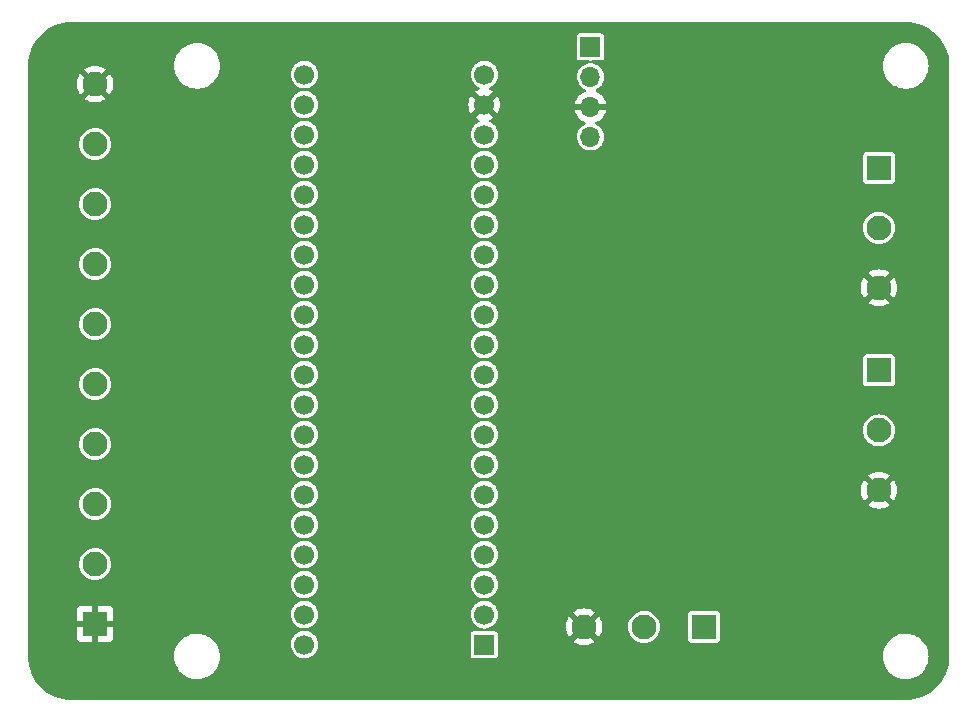
<source format=gbr>
%TF.GenerationSoftware,KiCad,Pcbnew,(6.0.7)*%
%TF.CreationDate,2022-12-23T20:25:59-08:00*%
%TF.ProjectId,SensorStackBoardBluePill,53656e73-6f72-4537-9461-636b426f6172,rev?*%
%TF.SameCoordinates,Original*%
%TF.FileFunction,Copper,L2,Bot*%
%TF.FilePolarity,Positive*%
%FSLAX46Y46*%
G04 Gerber Fmt 4.6, Leading zero omitted, Abs format (unit mm)*
G04 Created by KiCad (PCBNEW (6.0.7)) date 2022-12-23 20:25:59*
%MOMM*%
%LPD*%
G01*
G04 APERTURE LIST*
%TA.AperFunction,ComponentPad*%
%ADD10R,1.700000X1.700000*%
%TD*%
%TA.AperFunction,ComponentPad*%
%ADD11C,1.700000*%
%TD*%
%TA.AperFunction,ComponentPad*%
%ADD12R,2.100000X2.100000*%
%TD*%
%TA.AperFunction,ComponentPad*%
%ADD13C,2.100000*%
%TD*%
%TA.AperFunction,ComponentPad*%
%ADD14O,1.700000X1.700000*%
%TD*%
%TA.AperFunction,ViaPad*%
%ADD15C,0.800000*%
%TD*%
G04 APERTURE END LIST*
D10*
%TO.P,U1,1,PB12*%
%TO.N,unconnected-(U1-Pad1)*%
X133040000Y-103610000D03*
D11*
%TO.P,U1,2,PB13*%
%TO.N,unconnected-(U1-Pad2)*%
X133040000Y-101070000D03*
%TO.P,U1,3,PB14*%
%TO.N,unconnected-(U1-Pad3)*%
X133040000Y-98530000D03*
%TO.P,U1,4,PB15*%
%TO.N,unconnected-(U1-Pad4)*%
X133040000Y-95990000D03*
%TO.P,U1,5,PA8*%
%TO.N,/PB3*%
X133040000Y-93450000D03*
%TO.P,U1,6,PA9*%
%TO.N,/PB4*%
X133040000Y-90910000D03*
%TO.P,U1,7,PA10*%
%TO.N,/PB5*%
X133040000Y-88370000D03*
%TO.P,U1,8,PA11*%
%TO.N,unconnected-(U1-Pad8)*%
X133040000Y-85830000D03*
%TO.P,U1,9,PA12*%
%TO.N,unconnected-(U1-Pad9)*%
X133040000Y-83290000D03*
%TO.P,U1,10,PA15*%
%TO.N,unconnected-(U1-Pad10)*%
X133040000Y-80750000D03*
%TO.P,U1,11,PB3*%
%TO.N,unconnected-(U1-Pad11)*%
X133040000Y-78210000D03*
%TO.P,U1,12,PB4*%
%TO.N,unconnected-(U1-Pad12)*%
X133040000Y-75670000D03*
%TO.P,U1,13,PB5*%
%TO.N,unconnected-(U1-Pad13)*%
X133040000Y-73130000D03*
%TO.P,U1,14,PB6*%
%TO.N,SIGNAL*%
X133040000Y-70590000D03*
%TO.P,U1,15,PB7*%
%TO.N,unconnected-(U1-Pad15)*%
X133040000Y-68050000D03*
%TO.P,U1,16,PB8*%
%TO.N,/SCL*%
X133040000Y-65510000D03*
%TO.P,U1,17,PB9*%
%TO.N,/SDA*%
X133040000Y-62970000D03*
%TO.P,U1,18,5V*%
%TO.N,+5V*%
X133040000Y-60430000D03*
%TO.P,U1,19,GND*%
%TO.N,GND*%
X133040000Y-57890000D03*
%TO.P,U1,20,3V3*%
%TO.N,unconnected-(U1-Pad20)*%
X133040000Y-55350000D03*
%TO.P,U1,21,VBat*%
%TO.N,unconnected-(U1-Pad21)*%
X117800000Y-55350000D03*
%TO.P,U1,22,PC13*%
%TO.N,unconnected-(U1-Pad22)*%
X117800000Y-57890000D03*
%TO.P,U1,23,PC14*%
%TO.N,unconnected-(U1-Pad23)*%
X117800000Y-60430000D03*
%TO.P,U1,24,PC15*%
%TO.N,unconnected-(U1-Pad24)*%
X117800000Y-62970000D03*
%TO.P,U1,25,PA0*%
%TO.N,Net-(R1-Pad2)*%
X117800000Y-65510000D03*
%TO.P,U1,26,PA1*%
%TO.N,Net-(R10-Pad2)*%
X117800000Y-68050000D03*
%TO.P,U1,27,PA2*%
%TO.N,Net-(R11-Pad2)*%
X117800000Y-70590000D03*
%TO.P,U1,28,PA3*%
%TO.N,Net-(R12-Pad2)*%
X117800000Y-73130000D03*
%TO.P,U1,29,PA4*%
%TO.N,Net-(R13-Pad2)*%
X117800000Y-75670000D03*
%TO.P,U1,30,PA5*%
%TO.N,Net-(R14-Pad2)*%
X117800000Y-78210000D03*
%TO.P,U1,31,PA6*%
%TO.N,Net-(R15-Pad2)*%
X117800000Y-80750000D03*
%TO.P,U1,32,PA7*%
%TO.N,Net-(R16-Pad2)*%
X117800000Y-83290000D03*
%TO.P,U1,33,PB0*%
%TO.N,unconnected-(U1-Pad33)*%
X117800000Y-85830000D03*
%TO.P,U1,34,PB1*%
%TO.N,unconnected-(U1-Pad34)*%
X117800000Y-88370000D03*
%TO.P,U1,35,PB10*%
%TO.N,unconnected-(U1-Pad35)*%
X117800000Y-90910000D03*
%TO.P,U1,36,PB11*%
%TO.N,unconnected-(U1-Pad36)*%
X117800000Y-93450000D03*
%TO.P,U1,37,RST*%
%TO.N,unconnected-(U1-Pad37)*%
X117800000Y-95990000D03*
%TO.P,U1,38,3V3*%
%TO.N,unconnected-(U1-Pad38)*%
X117800000Y-98530000D03*
%TO.P,U1,39,GND*%
%TO.N,unconnected-(U1-Pad39)*%
X117800000Y-101070000D03*
%TO.P,U1,40,GND*%
%TO.N,unconnected-(U1-Pad40)*%
X117800000Y-103610000D03*
%TD*%
D12*
%TO.P,J1,1,Pin_1*%
%TO.N,GND*%
X100075000Y-101870000D03*
D13*
%TO.P,J1,2,Pin_2*%
%TO.N,Net-(J1-Pad2)*%
X100075000Y-96790000D03*
%TO.P,J1,3,Pin_3*%
%TO.N,Net-(J1-Pad3)*%
X100075000Y-91710000D03*
%TO.P,J1,4,Pin_4*%
%TO.N,Net-(J1-Pad4)*%
X100075000Y-86630000D03*
%TO.P,J1,5,Pin_5*%
%TO.N,Net-(J1-Pad5)*%
X100075000Y-81550000D03*
%TO.P,J1,6,Pin_6*%
%TO.N,Net-(J1-Pad6)*%
X100075000Y-76470000D03*
%TO.P,J1,7,Pin_7*%
%TO.N,Net-(J1-Pad7)*%
X100075000Y-71390000D03*
%TO.P,J1,8,Pin_8*%
%TO.N,Net-(J1-Pad8)*%
X100075000Y-66310000D03*
%TO.P,J1,9,Pin_9*%
%TO.N,Net-(J1-Pad9)*%
X100075000Y-61230000D03*
%TO.P,J1,10,Pin_10*%
%TO.N,GND*%
X100075000Y-56150000D03*
%TD*%
D10*
%TO.P,J2,1,Pin_1*%
%TO.N,+5V*%
X142025000Y-53000000D03*
D14*
%TO.P,J2,2,Pin_2*%
%TO.N,/SDA*%
X142025000Y-55540000D03*
%TO.P,J2,3,Pin_3*%
%TO.N,GND*%
X142025000Y-58080000D03*
%TO.P,J2,4,Pin_4*%
%TO.N,/SCL*%
X142025000Y-60620000D03*
%TD*%
D12*
%TO.P,J3,1,Pin_1*%
%TO.N,+5V*%
X166449000Y-63241000D03*
D13*
%TO.P,J3,2,Pin_2*%
%TO.N,/PB5*%
X166449000Y-68321000D03*
%TO.P,J3,3,Pin_3*%
%TO.N,GND*%
X166449000Y-73401000D03*
%TD*%
D12*
%TO.P,J5,1,Pin_1*%
%TO.N,+5V*%
X151638000Y-102108000D03*
D13*
%TO.P,J5,2,Pin_2*%
%TO.N,/PB3*%
X146558000Y-102108000D03*
%TO.P,J5,3,Pin_3*%
%TO.N,GND*%
X141478000Y-102108000D03*
%TD*%
D12*
%TO.P,J4,1,Pin_1*%
%TO.N,+5V*%
X166449000Y-80386000D03*
D13*
%TO.P,J4,2,Pin_2*%
%TO.N,/PB4*%
X166449000Y-85466000D03*
%TO.P,J4,3,Pin_3*%
%TO.N,GND*%
X166449000Y-90546000D03*
%TD*%
D15*
%TO.N,GND*%
X108077000Y-83058000D03*
X108077000Y-62738000D03*
X144700000Y-56100000D03*
X108077000Y-67818000D03*
X135600000Y-55300000D03*
X100100000Y-53700000D03*
X106045000Y-99822000D03*
X153289000Y-58674000D03*
X108077000Y-77978000D03*
X146304000Y-79375000D03*
X141478000Y-99187000D03*
X166497000Y-93218000D03*
X163449000Y-73406000D03*
X146431000Y-87630000D03*
X108077000Y-88138000D03*
X108077000Y-93218000D03*
X146304000Y-71755000D03*
X108077000Y-72898000D03*
%TD*%
%TA.AperFunction,Conductor*%
%TO.N,GND*%
G36*
X168696391Y-50912384D02*
G01*
X168712000Y-50915136D01*
X168722684Y-50913252D01*
X168729609Y-50913252D01*
X168746466Y-50912193D01*
X169068534Y-50928015D01*
X169080639Y-50929208D01*
X169427721Y-50980693D01*
X169439636Y-50983063D01*
X169780008Y-51068321D01*
X169791644Y-51071851D01*
X170122000Y-51190055D01*
X170133235Y-51194708D01*
X170291835Y-51269720D01*
X170450430Y-51344730D01*
X170461162Y-51350467D01*
X170762102Y-51530844D01*
X170772220Y-51537604D01*
X171054050Y-51746623D01*
X171063456Y-51754343D01*
X171323428Y-51989967D01*
X171332033Y-51998572D01*
X171567657Y-52258544D01*
X171575377Y-52267950D01*
X171784396Y-52549780D01*
X171791156Y-52559898D01*
X171971533Y-52860838D01*
X171977270Y-52871570D01*
X172041344Y-53007044D01*
X172122435Y-53178495D01*
X172127290Y-53188761D01*
X172131945Y-53200000D01*
X172195030Y-53376310D01*
X172250148Y-53530354D01*
X172253679Y-53541992D01*
X172338937Y-53882364D01*
X172341307Y-53894279D01*
X172388552Y-54212776D01*
X172392792Y-54241358D01*
X172393985Y-54253466D01*
X172402763Y-54432152D01*
X172409807Y-54575533D01*
X172408748Y-54592391D01*
X172408748Y-54599316D01*
X172406864Y-54610000D01*
X172408748Y-54620683D01*
X172409616Y-54625606D01*
X172411500Y-54647139D01*
X172411500Y-104572861D01*
X172409616Y-104594391D01*
X172406864Y-104610000D01*
X172408748Y-104620684D01*
X172408748Y-104627609D01*
X172409807Y-104644466D01*
X172396417Y-104917034D01*
X172393985Y-104966531D01*
X172392792Y-104978639D01*
X172363058Y-105179095D01*
X172341309Y-105325713D01*
X172338937Y-105337636D01*
X172266999Y-105624831D01*
X172253681Y-105678001D01*
X172250149Y-105689644D01*
X172193894Y-105846866D01*
X172131946Y-106019997D01*
X172127292Y-106031235D01*
X172102184Y-106084321D01*
X171977270Y-106348430D01*
X171971533Y-106359162D01*
X171791156Y-106660102D01*
X171784396Y-106670220D01*
X171575377Y-106952050D01*
X171567657Y-106961456D01*
X171332033Y-107221428D01*
X171323428Y-107230033D01*
X171063456Y-107465657D01*
X171054050Y-107473377D01*
X170772220Y-107682396D01*
X170762102Y-107689156D01*
X170461162Y-107869533D01*
X170450430Y-107875270D01*
X170291834Y-107950280D01*
X170133235Y-108025292D01*
X170122000Y-108029945D01*
X169791646Y-108148148D01*
X169780008Y-108151679D01*
X169439636Y-108236937D01*
X169427721Y-108239307D01*
X169080639Y-108290792D01*
X169068534Y-108291985D01*
X168746466Y-108307807D01*
X168729609Y-108306748D01*
X168722684Y-108306748D01*
X168712000Y-108304864D01*
X168696391Y-108307616D01*
X168674861Y-108309500D01*
X98137139Y-108309500D01*
X98115609Y-108307616D01*
X98100000Y-108304864D01*
X98089316Y-108306748D01*
X98082391Y-108306748D01*
X98065534Y-108307807D01*
X97743466Y-108291985D01*
X97731361Y-108290792D01*
X97384279Y-108239307D01*
X97372364Y-108236937D01*
X97031992Y-108151679D01*
X97020354Y-108148148D01*
X96690000Y-108029945D01*
X96678765Y-108025292D01*
X96520166Y-107950280D01*
X96361570Y-107875270D01*
X96350838Y-107869533D01*
X96049898Y-107689156D01*
X96039780Y-107682396D01*
X95757950Y-107473377D01*
X95748544Y-107465657D01*
X95488572Y-107230033D01*
X95479967Y-107221428D01*
X95244343Y-106961456D01*
X95236623Y-106952050D01*
X95027604Y-106670220D01*
X95020844Y-106660102D01*
X94840467Y-106359162D01*
X94834730Y-106348430D01*
X94709816Y-106084321D01*
X94684708Y-106031235D01*
X94680054Y-106019997D01*
X94618107Y-105846866D01*
X94561851Y-105689644D01*
X94558319Y-105678001D01*
X94545001Y-105624831D01*
X94473063Y-105337636D01*
X94470691Y-105325713D01*
X94448943Y-105179095D01*
X94419208Y-104978639D01*
X94418015Y-104966531D01*
X94415584Y-104917034D01*
X94402193Y-104644466D01*
X94403252Y-104627609D01*
X94403252Y-104620684D01*
X94405136Y-104610000D01*
X94402384Y-104594391D01*
X94401090Y-104579600D01*
X106776808Y-104579600D01*
X106791830Y-104852574D01*
X106845166Y-105120708D01*
X106935749Y-105378652D01*
X107061774Y-105621260D01*
X107220725Y-105843690D01*
X107223749Y-105846860D01*
X107223754Y-105846866D01*
X107267766Y-105893002D01*
X107409431Y-106041505D01*
X107412875Y-106044220D01*
X107412876Y-106044221D01*
X107463743Y-106084321D01*
X107624126Y-106210757D01*
X107627906Y-106212953D01*
X107627911Y-106212956D01*
X107742327Y-106279413D01*
X107860528Y-106348070D01*
X107864588Y-106349714D01*
X107864589Y-106349715D01*
X108109852Y-106449057D01*
X108109856Y-106449058D01*
X108113919Y-106450704D01*
X108118173Y-106451761D01*
X108118177Y-106451762D01*
X108338960Y-106506605D01*
X108379243Y-106516611D01*
X108446289Y-106523480D01*
X108609255Y-106540178D01*
X108609262Y-106540178D01*
X108612401Y-106540500D01*
X108781642Y-106540500D01*
X108783810Y-106540346D01*
X108783824Y-106540346D01*
X108911196Y-106531327D01*
X108984705Y-106526122D01*
X109251968Y-106468582D01*
X109304893Y-106449057D01*
X109504344Y-106375476D01*
X109504347Y-106375475D01*
X109508458Y-106373958D01*
X109749056Y-106244138D01*
X109968962Y-106081713D01*
X109972092Y-106078632D01*
X110160661Y-105893002D01*
X110160666Y-105892996D01*
X110163788Y-105889923D01*
X110329647Y-105672596D01*
X110364036Y-105611191D01*
X110461089Y-105437890D01*
X110461092Y-105437884D01*
X110463230Y-105434066D01*
X110561871Y-105179095D01*
X110574448Y-105124837D01*
X110622614Y-104917034D01*
X110623603Y-104912768D01*
X110641698Y-104703837D01*
X110646814Y-104644766D01*
X110646814Y-104644764D01*
X110647192Y-104640400D01*
X110632170Y-104367426D01*
X110596423Y-104187714D01*
X110579689Y-104103588D01*
X110579687Y-104103582D01*
X110578834Y-104099292D01*
X110488251Y-103841348D01*
X110362226Y-103598740D01*
X110348658Y-103579754D01*
X116644967Y-103579754D01*
X116645338Y-103585416D01*
X116645338Y-103585420D01*
X116646949Y-103610000D01*
X116658796Y-103790749D01*
X116710845Y-103995690D01*
X116713219Y-104000841D01*
X116713221Y-104000845D01*
X116796991Y-104182556D01*
X116799369Y-104187714D01*
X116921405Y-104360391D01*
X116925476Y-104364357D01*
X116925477Y-104364358D01*
X116933123Y-104371806D01*
X117072865Y-104507937D01*
X117077588Y-104511093D01*
X117077592Y-104511096D01*
X117148663Y-104558584D01*
X117248677Y-104625411D01*
X117442953Y-104708878D01*
X117478277Y-104716871D01*
X117643638Y-104754289D01*
X117643642Y-104754290D01*
X117649186Y-104755544D01*
X117775315Y-104760500D01*
X117854789Y-104763623D01*
X117854791Y-104763623D01*
X117860470Y-104763846D01*
X117866090Y-104763031D01*
X117866092Y-104763031D01*
X118064103Y-104734320D01*
X118064104Y-104734320D01*
X118069730Y-104733504D01*
X118088588Y-104727103D01*
X118264565Y-104667367D01*
X118264568Y-104667366D01*
X118269955Y-104665537D01*
X118274916Y-104662759D01*
X118274922Y-104662756D01*
X118388199Y-104599317D01*
X118454442Y-104562219D01*
X118492165Y-104530846D01*
X118612645Y-104430644D01*
X118617012Y-104427012D01*
X118666569Y-104367426D01*
X118748584Y-104268813D01*
X118748585Y-104268811D01*
X118752219Y-104264442D01*
X118844708Y-104099292D01*
X118852756Y-104084922D01*
X118852759Y-104084916D01*
X118855537Y-104079955D01*
X118886009Y-103990189D01*
X118921675Y-103885118D01*
X118923504Y-103879730D01*
X118953846Y-103670470D01*
X118955429Y-103610000D01*
X118936081Y-103399440D01*
X118878686Y-103195931D01*
X118870088Y-103178495D01*
X118854307Y-103146495D01*
X118785165Y-103006290D01*
X118658651Y-102836867D01*
X118654481Y-102833012D01*
X118654478Y-102833009D01*
X118585553Y-102769296D01*
X118503381Y-102693337D01*
X118497574Y-102689673D01*
X118329363Y-102583539D01*
X118329361Y-102583538D01*
X118324554Y-102580505D01*
X118128160Y-102502152D01*
X118122579Y-102501042D01*
X118122576Y-102501041D01*
X117969698Y-102470632D01*
X117920775Y-102460901D01*
X117920744Y-102460901D01*
X117857828Y-102435019D01*
X117817841Y-102377723D01*
X117815178Y-102307904D01*
X117850684Y-102247729D01*
X117917606Y-102215562D01*
X118064103Y-102194320D01*
X118064104Y-102194320D01*
X118069730Y-102193504D01*
X118148890Y-102166633D01*
X118264565Y-102127367D01*
X118264568Y-102127366D01*
X118269955Y-102125537D01*
X118274916Y-102122759D01*
X118274922Y-102122756D01*
X118381530Y-102063052D01*
X118454442Y-102022219D01*
X118617012Y-101887012D01*
X118639442Y-101860043D01*
X118748584Y-101728813D01*
X118748585Y-101728811D01*
X118752219Y-101724442D01*
X118803833Y-101632279D01*
X118852756Y-101544922D01*
X118852759Y-101544916D01*
X118855537Y-101539955D01*
X118886009Y-101450189D01*
X118921675Y-101345118D01*
X118923504Y-101339730D01*
X118953846Y-101130470D01*
X118955429Y-101070000D01*
X118952650Y-101039754D01*
X131884967Y-101039754D01*
X131885338Y-101045416D01*
X131885338Y-101045420D01*
X131886713Y-101066399D01*
X131898796Y-101250749D01*
X131950845Y-101455690D01*
X131953219Y-101460841D01*
X131953221Y-101460845D01*
X132032253Y-101632279D01*
X132039369Y-101647714D01*
X132042647Y-101652352D01*
X132105891Y-101741840D01*
X132161405Y-101820391D01*
X132312865Y-101967937D01*
X132317588Y-101971093D01*
X132317592Y-101971096D01*
X132388663Y-102018584D01*
X132488677Y-102085411D01*
X132682953Y-102168878D01*
X132883640Y-102214289D01*
X132884829Y-102214558D01*
X132945871Y-102248552D01*
X132978844Y-102310152D01*
X132973279Y-102379800D01*
X132930943Y-102435383D01*
X132865277Y-102459253D01*
X132857462Y-102459500D01*
X132145354Y-102459500D01*
X132141700Y-102459935D01*
X132141698Y-102459935D01*
X132137312Y-102460457D01*
X132119154Y-102462618D01*
X132016847Y-102508061D01*
X131937759Y-102587287D01*
X131933130Y-102597758D01*
X131933129Y-102597759D01*
X131898876Y-102675238D01*
X131892494Y-102689673D01*
X131889500Y-102715354D01*
X131889500Y-104504646D01*
X131892618Y-104530846D01*
X131938061Y-104633153D01*
X132017287Y-104712241D01*
X132027758Y-104716870D01*
X132027759Y-104716871D01*
X132111147Y-104753737D01*
X132111149Y-104753738D01*
X132119673Y-104757506D01*
X132145354Y-104760500D01*
X133934646Y-104760500D01*
X133938300Y-104760065D01*
X133938302Y-104760065D01*
X133943266Y-104759474D01*
X133960846Y-104757382D01*
X134063153Y-104711939D01*
X134142241Y-104632713D01*
X134152140Y-104610323D01*
X134165723Y-104579600D01*
X166776808Y-104579600D01*
X166791830Y-104852574D01*
X166845166Y-105120708D01*
X166935749Y-105378652D01*
X167061774Y-105621260D01*
X167220725Y-105843690D01*
X167223749Y-105846860D01*
X167223754Y-105846866D01*
X167267766Y-105893002D01*
X167409431Y-106041505D01*
X167412875Y-106044220D01*
X167412876Y-106044221D01*
X167463743Y-106084321D01*
X167624126Y-106210757D01*
X167627906Y-106212953D01*
X167627911Y-106212956D01*
X167742327Y-106279413D01*
X167860528Y-106348070D01*
X167864588Y-106349714D01*
X167864589Y-106349715D01*
X168109852Y-106449057D01*
X168109856Y-106449058D01*
X168113919Y-106450704D01*
X168118173Y-106451761D01*
X168118177Y-106451762D01*
X168338960Y-106506605D01*
X168379243Y-106516611D01*
X168446289Y-106523480D01*
X168609255Y-106540178D01*
X168609262Y-106540178D01*
X168612401Y-106540500D01*
X168781642Y-106540500D01*
X168783810Y-106540346D01*
X168783824Y-106540346D01*
X168911196Y-106531327D01*
X168984705Y-106526122D01*
X169251968Y-106468582D01*
X169304893Y-106449057D01*
X169504344Y-106375476D01*
X169504347Y-106375475D01*
X169508458Y-106373958D01*
X169749056Y-106244138D01*
X169968962Y-106081713D01*
X169972092Y-106078632D01*
X170160661Y-105893002D01*
X170160666Y-105892996D01*
X170163788Y-105889923D01*
X170329647Y-105672596D01*
X170364036Y-105611191D01*
X170461089Y-105437890D01*
X170461092Y-105437884D01*
X170463230Y-105434066D01*
X170561871Y-105179095D01*
X170574448Y-105124837D01*
X170622614Y-104917034D01*
X170623603Y-104912768D01*
X170641698Y-104703837D01*
X170646814Y-104644766D01*
X170646814Y-104644764D01*
X170647192Y-104640400D01*
X170632170Y-104367426D01*
X170596423Y-104187714D01*
X170579689Y-104103588D01*
X170579687Y-104103582D01*
X170578834Y-104099292D01*
X170488251Y-103841348D01*
X170362226Y-103598740D01*
X170203275Y-103376310D01*
X170200251Y-103373140D01*
X170200246Y-103373134D01*
X170017596Y-103181668D01*
X170017595Y-103181667D01*
X170014569Y-103178495D01*
X170007943Y-103173271D01*
X169803314Y-103011955D01*
X169799874Y-103009243D01*
X169796094Y-103007047D01*
X169796089Y-103007044D01*
X169681673Y-102940586D01*
X169563472Y-102871930D01*
X169467381Y-102833009D01*
X169314148Y-102770943D01*
X169314144Y-102770942D01*
X169310081Y-102769296D01*
X169305827Y-102768239D01*
X169305823Y-102768238D01*
X169049012Y-102704446D01*
X169049013Y-102704446D01*
X169044757Y-102703389D01*
X168960957Y-102694803D01*
X168814745Y-102679822D01*
X168814738Y-102679822D01*
X168811599Y-102679500D01*
X168642358Y-102679500D01*
X168640190Y-102679654D01*
X168640176Y-102679654D01*
X168512804Y-102688673D01*
X168439295Y-102693878D01*
X168172032Y-102751418D01*
X168167911Y-102752938D01*
X168167912Y-102752938D01*
X167919656Y-102844524D01*
X167919653Y-102844525D01*
X167915542Y-102846042D01*
X167674944Y-102975862D01*
X167671418Y-102978467D01*
X167671417Y-102978467D01*
X167636376Y-103004349D01*
X167455038Y-103138287D01*
X167451910Y-103141367D01*
X167451908Y-103141368D01*
X167263339Y-103326998D01*
X167263334Y-103327004D01*
X167260212Y-103330077D01*
X167094353Y-103547404D01*
X167092215Y-103551222D01*
X166962911Y-103782110D01*
X166962908Y-103782116D01*
X166960770Y-103785934D01*
X166956778Y-103796253D01*
X166881750Y-103990189D01*
X166862129Y-104040905D01*
X166861138Y-104045182D01*
X166861137Y-104045184D01*
X166848595Y-104099292D01*
X166800397Y-104307232D01*
X166776808Y-104579600D01*
X134165723Y-104579600D01*
X134183737Y-104538853D01*
X134183738Y-104538851D01*
X134187506Y-104530327D01*
X134190500Y-104504646D01*
X134190500Y-103369069D01*
X140576014Y-103369069D01*
X140581651Y-103376599D01*
X140767980Y-103490782D01*
X140776643Y-103495197D01*
X140993043Y-103584832D01*
X141002279Y-103587833D01*
X141230043Y-103642515D01*
X141239629Y-103644033D01*
X141473146Y-103662411D01*
X141482854Y-103662411D01*
X141716371Y-103644033D01*
X141725957Y-103642515D01*
X141953721Y-103587833D01*
X141962957Y-103584832D01*
X142179357Y-103495197D01*
X142188020Y-103490782D01*
X142370739Y-103378812D01*
X142380051Y-103368518D01*
X142376329Y-103359882D01*
X141490607Y-102474160D01*
X141476887Y-102466668D01*
X141475081Y-102466797D01*
X141468574Y-102470979D01*
X140582665Y-103356888D01*
X140576014Y-103369069D01*
X134190500Y-103369069D01*
X134190500Y-102715354D01*
X134187382Y-102689154D01*
X134141939Y-102586847D01*
X134062713Y-102507759D01*
X134052242Y-102503130D01*
X134052241Y-102503129D01*
X133968853Y-102466263D01*
X133968851Y-102466262D01*
X133960327Y-102462494D01*
X133934646Y-102459500D01*
X133194562Y-102459500D01*
X133127523Y-102439815D01*
X133081768Y-102387011D01*
X133071824Y-102317853D01*
X133100849Y-102254297D01*
X133159627Y-102216523D01*
X133176769Y-102212783D01*
X133304102Y-102194320D01*
X133309730Y-102193504D01*
X133388890Y-102166633D01*
X133504565Y-102127367D01*
X133504568Y-102127366D01*
X133509955Y-102125537D01*
X133514916Y-102122759D01*
X133514922Y-102122756D01*
X133532603Y-102112854D01*
X139923589Y-102112854D01*
X139941967Y-102346371D01*
X139943485Y-102355957D01*
X139998167Y-102583721D01*
X140001168Y-102592957D01*
X140090803Y-102809357D01*
X140095218Y-102818020D01*
X140207188Y-103000739D01*
X140217482Y-103010051D01*
X140226118Y-103006329D01*
X141111840Y-102120607D01*
X141118116Y-102109113D01*
X141836668Y-102109113D01*
X141836797Y-102110919D01*
X141840979Y-102117426D01*
X142726888Y-103003335D01*
X142739069Y-103009986D01*
X142746599Y-103004349D01*
X142860782Y-102818020D01*
X142865197Y-102809357D01*
X142954832Y-102592957D01*
X142957833Y-102583721D01*
X143012515Y-102355957D01*
X143014033Y-102346371D01*
X143032411Y-102112854D01*
X143032411Y-102108000D01*
X145202341Y-102108000D01*
X145202813Y-102113395D01*
X145219831Y-102307904D01*
X145222937Y-102343408D01*
X145224336Y-102348631D01*
X145224337Y-102348634D01*
X145232688Y-102379800D01*
X145284097Y-102571663D01*
X145286384Y-102576567D01*
X145286386Y-102576573D01*
X145342635Y-102697197D01*
X145383965Y-102785829D01*
X145387072Y-102790266D01*
X145387073Y-102790268D01*
X145516399Y-102974966D01*
X145516403Y-102974970D01*
X145519505Y-102979401D01*
X145686599Y-103146495D01*
X145880170Y-103282035D01*
X146094337Y-103381903D01*
X146159787Y-103399440D01*
X146317366Y-103441663D01*
X146317369Y-103441664D01*
X146322592Y-103443063D01*
X146327979Y-103443534D01*
X146327983Y-103443535D01*
X146552605Y-103463187D01*
X146558000Y-103463659D01*
X146563395Y-103463187D01*
X146788017Y-103443535D01*
X146788021Y-103443534D01*
X146793408Y-103443063D01*
X146798631Y-103441664D01*
X146798634Y-103441663D01*
X146956213Y-103399440D01*
X147021663Y-103381903D01*
X147235830Y-103282035D01*
X147349209Y-103202646D01*
X150287500Y-103202646D01*
X150290618Y-103228846D01*
X150336061Y-103331153D01*
X150415287Y-103410241D01*
X150425758Y-103414870D01*
X150425759Y-103414871D01*
X150509147Y-103451737D01*
X150509149Y-103451738D01*
X150517673Y-103455506D01*
X150543354Y-103458500D01*
X152732646Y-103458500D01*
X152736300Y-103458065D01*
X152736302Y-103458065D01*
X152741266Y-103457474D01*
X152758846Y-103455382D01*
X152861153Y-103409939D01*
X152940241Y-103330713D01*
X152963133Y-103278933D01*
X152981737Y-103236853D01*
X152981738Y-103236851D01*
X152985506Y-103228327D01*
X152988500Y-103202646D01*
X152988500Y-101013354D01*
X152985382Y-100987154D01*
X152939939Y-100884847D01*
X152860713Y-100805759D01*
X152850242Y-100801130D01*
X152850241Y-100801129D01*
X152766853Y-100764263D01*
X152766851Y-100764262D01*
X152758327Y-100760494D01*
X152732646Y-100757500D01*
X150543354Y-100757500D01*
X150539700Y-100757935D01*
X150539698Y-100757935D01*
X150534734Y-100758526D01*
X150517154Y-100760618D01*
X150414847Y-100806061D01*
X150335759Y-100885287D01*
X150331130Y-100895758D01*
X150331129Y-100895759D01*
X150315251Y-100931675D01*
X150290494Y-100987673D01*
X150287500Y-101013354D01*
X150287500Y-103202646D01*
X147349209Y-103202646D01*
X147429401Y-103146495D01*
X147596495Y-102979401D01*
X147599597Y-102974970D01*
X147599601Y-102974966D01*
X147728927Y-102790268D01*
X147728928Y-102790266D01*
X147732035Y-102785829D01*
X147773365Y-102697197D01*
X147829614Y-102576573D01*
X147829616Y-102576567D01*
X147831903Y-102571663D01*
X147883312Y-102379800D01*
X147891663Y-102348634D01*
X147891664Y-102348631D01*
X147893063Y-102343408D01*
X147896170Y-102307904D01*
X147913187Y-102113395D01*
X147913659Y-102108000D01*
X147901058Y-101963968D01*
X147893535Y-101877983D01*
X147893534Y-101877979D01*
X147893063Y-101872592D01*
X147831903Y-101644337D01*
X147829616Y-101639433D01*
X147829614Y-101639427D01*
X147734325Y-101435082D01*
X147732035Y-101430171D01*
X147602436Y-101245083D01*
X147599601Y-101241034D01*
X147599597Y-101241030D01*
X147596495Y-101236599D01*
X147429401Y-101069505D01*
X147235830Y-100933965D01*
X147021663Y-100834097D01*
X146899687Y-100801414D01*
X146798634Y-100774337D01*
X146798631Y-100774336D01*
X146793408Y-100772937D01*
X146788021Y-100772466D01*
X146788017Y-100772465D01*
X146563395Y-100752813D01*
X146558000Y-100752341D01*
X146552605Y-100752813D01*
X146327983Y-100772465D01*
X146327979Y-100772466D01*
X146322592Y-100772937D01*
X146317369Y-100774336D01*
X146317366Y-100774337D01*
X146216313Y-100801414D01*
X146094337Y-100834097D01*
X146089433Y-100836384D01*
X146089427Y-100836386D01*
X145963068Y-100895309D01*
X145880171Y-100933965D01*
X145875734Y-100937072D01*
X145875732Y-100937073D01*
X145691034Y-101066399D01*
X145691033Y-101066400D01*
X145686599Y-101069505D01*
X145519505Y-101236599D01*
X145516403Y-101241030D01*
X145516399Y-101241034D01*
X145513564Y-101245083D01*
X145383965Y-101430171D01*
X145381675Y-101435082D01*
X145286386Y-101639427D01*
X145286384Y-101639433D01*
X145284097Y-101644337D01*
X145222937Y-101872592D01*
X145222466Y-101877979D01*
X145222465Y-101877983D01*
X145214942Y-101963968D01*
X145202341Y-102108000D01*
X143032411Y-102108000D01*
X143032411Y-102103146D01*
X143014033Y-101869629D01*
X143012515Y-101860043D01*
X142957833Y-101632279D01*
X142954832Y-101623043D01*
X142865197Y-101406643D01*
X142860782Y-101397980D01*
X142748812Y-101215261D01*
X142738518Y-101205949D01*
X142729882Y-101209671D01*
X141844160Y-102095393D01*
X141836668Y-102109113D01*
X141118116Y-102109113D01*
X141119332Y-102106887D01*
X141119203Y-102105081D01*
X141115021Y-102098574D01*
X140229112Y-101212665D01*
X140216931Y-101206014D01*
X140209401Y-101211651D01*
X140095218Y-101397980D01*
X140090803Y-101406643D01*
X140001168Y-101623043D01*
X139998167Y-101632279D01*
X139943485Y-101860043D01*
X139941967Y-101869629D01*
X139923589Y-102103146D01*
X139923589Y-102112854D01*
X133532603Y-102112854D01*
X133621530Y-102063052D01*
X133694442Y-102022219D01*
X133857012Y-101887012D01*
X133879442Y-101860043D01*
X133988584Y-101728813D01*
X133988585Y-101728811D01*
X133992219Y-101724442D01*
X134043833Y-101632279D01*
X134092756Y-101544922D01*
X134092759Y-101544916D01*
X134095537Y-101539955D01*
X134126009Y-101450189D01*
X134161675Y-101345118D01*
X134163504Y-101339730D01*
X134193846Y-101130470D01*
X134195429Y-101070000D01*
X134176081Y-100859440D01*
X134172709Y-100847482D01*
X140575949Y-100847482D01*
X140579671Y-100856118D01*
X141465393Y-101741840D01*
X141479113Y-101749332D01*
X141480919Y-101749203D01*
X141487426Y-101745021D01*
X142373335Y-100859112D01*
X142379986Y-100846931D01*
X142374349Y-100839401D01*
X142188020Y-100725218D01*
X142179357Y-100720803D01*
X141962957Y-100631168D01*
X141953721Y-100628167D01*
X141725957Y-100573485D01*
X141716371Y-100571967D01*
X141482854Y-100553589D01*
X141473146Y-100553589D01*
X141239629Y-100571967D01*
X141230043Y-100573485D01*
X141002279Y-100628167D01*
X140993043Y-100631168D01*
X140776643Y-100720803D01*
X140767980Y-100725218D01*
X140585261Y-100837188D01*
X140575949Y-100847482D01*
X134172709Y-100847482D01*
X134118686Y-100655931D01*
X134025165Y-100466290D01*
X133898651Y-100296867D01*
X133894481Y-100293012D01*
X133894478Y-100293009D01*
X133830319Y-100233702D01*
X133743381Y-100153337D01*
X133564554Y-100040505D01*
X133368160Y-99962152D01*
X133362579Y-99961042D01*
X133362576Y-99961041D01*
X133166355Y-99922011D01*
X133166356Y-99922011D01*
X133160775Y-99920901D01*
X133160744Y-99920901D01*
X133097828Y-99895019D01*
X133057841Y-99837723D01*
X133055178Y-99767904D01*
X133090684Y-99707729D01*
X133157606Y-99675562D01*
X133304103Y-99654320D01*
X133304104Y-99654320D01*
X133309730Y-99653504D01*
X133388890Y-99626633D01*
X133504565Y-99587367D01*
X133504568Y-99587366D01*
X133509955Y-99585537D01*
X133514916Y-99582759D01*
X133514922Y-99582756D01*
X133621530Y-99523052D01*
X133694442Y-99482219D01*
X133857012Y-99347012D01*
X133860644Y-99342645D01*
X133988584Y-99188813D01*
X133988585Y-99188811D01*
X133992219Y-99184442D01*
X134038078Y-99102556D01*
X134092756Y-99004922D01*
X134092759Y-99004916D01*
X134095537Y-98999955D01*
X134126009Y-98910189D01*
X134161675Y-98805118D01*
X134163504Y-98799730D01*
X134193846Y-98590470D01*
X134195429Y-98530000D01*
X134176081Y-98319440D01*
X134118686Y-98115931D01*
X134025165Y-97926290D01*
X133898651Y-97756867D01*
X133894481Y-97753012D01*
X133894478Y-97753009D01*
X133830319Y-97693702D01*
X133743381Y-97613337D01*
X133564554Y-97500505D01*
X133368160Y-97422152D01*
X133362579Y-97421042D01*
X133362576Y-97421041D01*
X133166355Y-97382011D01*
X133166356Y-97382011D01*
X133160775Y-97380901D01*
X133160744Y-97380901D01*
X133097828Y-97355019D01*
X133057841Y-97297723D01*
X133055178Y-97227904D01*
X133090684Y-97167729D01*
X133157606Y-97135562D01*
X133304103Y-97114320D01*
X133304104Y-97114320D01*
X133309730Y-97113504D01*
X133388890Y-97086633D01*
X133504565Y-97047367D01*
X133504568Y-97047366D01*
X133509955Y-97045537D01*
X133514916Y-97042759D01*
X133514922Y-97042756D01*
X133621530Y-96983052D01*
X133694442Y-96942219D01*
X133857012Y-96807012D01*
X133875648Y-96784605D01*
X133988584Y-96648813D01*
X133988585Y-96648811D01*
X133992219Y-96644442D01*
X134038078Y-96562556D01*
X134092756Y-96464922D01*
X134092759Y-96464916D01*
X134095537Y-96459955D01*
X134126009Y-96370189D01*
X134161675Y-96265118D01*
X134163504Y-96259730D01*
X134193846Y-96050470D01*
X134195429Y-95990000D01*
X134176081Y-95779440D01*
X134118686Y-95575931D01*
X134025165Y-95386290D01*
X133898651Y-95216867D01*
X133894481Y-95213012D01*
X133894478Y-95213009D01*
X133830319Y-95153702D01*
X133743381Y-95073337D01*
X133564554Y-94960505D01*
X133368160Y-94882152D01*
X133362579Y-94881042D01*
X133362576Y-94881041D01*
X133166355Y-94842011D01*
X133166356Y-94842011D01*
X133160775Y-94840901D01*
X133160744Y-94840901D01*
X133097828Y-94815019D01*
X133057841Y-94757723D01*
X133055178Y-94687904D01*
X133090684Y-94627729D01*
X133157606Y-94595562D01*
X133304103Y-94574320D01*
X133304104Y-94574320D01*
X133309730Y-94573504D01*
X133388890Y-94546633D01*
X133504565Y-94507367D01*
X133504568Y-94507366D01*
X133509955Y-94505537D01*
X133514916Y-94502759D01*
X133514922Y-94502756D01*
X133621530Y-94443052D01*
X133694442Y-94402219D01*
X133857012Y-94267012D01*
X133860644Y-94262645D01*
X133988584Y-94108813D01*
X133988585Y-94108811D01*
X133992219Y-94104442D01*
X134038078Y-94022556D01*
X134092756Y-93924922D01*
X134092759Y-93924916D01*
X134095537Y-93919955D01*
X134126009Y-93830189D01*
X134161675Y-93725118D01*
X134163504Y-93719730D01*
X134193846Y-93510470D01*
X134195429Y-93450000D01*
X134176081Y-93239440D01*
X134118686Y-93035931D01*
X134025165Y-92846290D01*
X133898651Y-92676867D01*
X133894481Y-92673012D01*
X133894478Y-92673009D01*
X133830319Y-92613702D01*
X133743381Y-92533337D01*
X133564554Y-92420505D01*
X133368160Y-92342152D01*
X133362579Y-92341042D01*
X133362576Y-92341041D01*
X133166355Y-92302011D01*
X133166356Y-92302011D01*
X133160775Y-92300901D01*
X133160744Y-92300901D01*
X133097828Y-92275019D01*
X133057841Y-92217723D01*
X133055178Y-92147904D01*
X133090684Y-92087729D01*
X133157606Y-92055562D01*
X133304103Y-92034320D01*
X133304104Y-92034320D01*
X133309730Y-92033504D01*
X133388890Y-92006633D01*
X133504565Y-91967367D01*
X133504568Y-91967366D01*
X133509955Y-91965537D01*
X133514916Y-91962759D01*
X133514922Y-91962756D01*
X133621530Y-91903052D01*
X133694442Y-91862219D01*
X133749039Y-91816812D01*
X133760754Y-91807069D01*
X165547014Y-91807069D01*
X165552651Y-91814599D01*
X165738980Y-91928782D01*
X165747643Y-91933197D01*
X165964043Y-92022832D01*
X165973279Y-92025833D01*
X166201043Y-92080515D01*
X166210629Y-92082033D01*
X166444146Y-92100411D01*
X166453854Y-92100411D01*
X166687371Y-92082033D01*
X166696957Y-92080515D01*
X166924721Y-92025833D01*
X166933957Y-92022832D01*
X167150357Y-91933197D01*
X167159020Y-91928782D01*
X167341739Y-91816812D01*
X167351051Y-91806518D01*
X167347329Y-91797882D01*
X166461607Y-90912160D01*
X166447887Y-90904668D01*
X166446081Y-90904797D01*
X166439574Y-90908979D01*
X165553665Y-91794888D01*
X165547014Y-91807069D01*
X133760754Y-91807069D01*
X133852645Y-91730644D01*
X133857012Y-91727012D01*
X133875648Y-91704605D01*
X133988584Y-91568813D01*
X133988585Y-91568811D01*
X133992219Y-91564442D01*
X134038078Y-91482556D01*
X134092756Y-91384922D01*
X134092759Y-91384916D01*
X134095537Y-91379955D01*
X134126009Y-91290189D01*
X134161675Y-91185118D01*
X134163504Y-91179730D01*
X134193846Y-90970470D01*
X134195429Y-90910000D01*
X134176081Y-90699440D01*
X134134176Y-90550854D01*
X164894589Y-90550854D01*
X164912967Y-90784371D01*
X164914485Y-90793957D01*
X164969167Y-91021721D01*
X164972168Y-91030957D01*
X165061803Y-91247357D01*
X165066218Y-91256020D01*
X165178188Y-91438739D01*
X165188482Y-91448051D01*
X165197118Y-91444329D01*
X166082840Y-90558607D01*
X166089116Y-90547113D01*
X166807668Y-90547113D01*
X166807797Y-90548919D01*
X166811979Y-90555426D01*
X167697888Y-91441335D01*
X167710069Y-91447986D01*
X167717599Y-91442349D01*
X167831782Y-91256020D01*
X167836197Y-91247357D01*
X167925832Y-91030957D01*
X167928833Y-91021721D01*
X167983515Y-90793957D01*
X167985033Y-90784371D01*
X168003411Y-90550854D01*
X168003411Y-90541146D01*
X167985033Y-90307629D01*
X167983515Y-90298043D01*
X167928833Y-90070279D01*
X167925832Y-90061043D01*
X167836197Y-89844643D01*
X167831782Y-89835980D01*
X167719812Y-89653261D01*
X167709518Y-89643949D01*
X167700882Y-89647671D01*
X166815160Y-90533393D01*
X166807668Y-90547113D01*
X166089116Y-90547113D01*
X166090332Y-90544887D01*
X166090203Y-90543081D01*
X166086021Y-90536574D01*
X165200112Y-89650665D01*
X165187931Y-89644014D01*
X165180401Y-89649651D01*
X165066218Y-89835980D01*
X165061803Y-89844643D01*
X164972168Y-90061043D01*
X164969167Y-90070279D01*
X164914485Y-90298043D01*
X164912967Y-90307629D01*
X164894589Y-90541146D01*
X164894589Y-90550854D01*
X134134176Y-90550854D01*
X134118686Y-90495931D01*
X134025165Y-90306290D01*
X133898651Y-90136867D01*
X133894481Y-90133012D01*
X133894478Y-90133009D01*
X133816625Y-90061043D01*
X133743381Y-89993337D01*
X133564554Y-89880505D01*
X133368160Y-89802152D01*
X133362579Y-89801042D01*
X133362576Y-89801041D01*
X133166355Y-89762011D01*
X133166356Y-89762011D01*
X133160775Y-89760901D01*
X133160744Y-89760901D01*
X133097828Y-89735019D01*
X133057841Y-89677723D01*
X133055178Y-89607904D01*
X133090684Y-89547729D01*
X133157606Y-89515562D01*
X133304103Y-89494320D01*
X133304104Y-89494320D01*
X133309730Y-89493504D01*
X133388890Y-89466633D01*
X133504565Y-89427367D01*
X133504568Y-89427366D01*
X133509955Y-89425537D01*
X133514916Y-89422759D01*
X133514922Y-89422756D01*
X133621530Y-89363052D01*
X133694442Y-89322219D01*
X133738614Y-89285482D01*
X165546949Y-89285482D01*
X165550671Y-89294118D01*
X166436393Y-90179840D01*
X166450113Y-90187332D01*
X166451919Y-90187203D01*
X166458426Y-90183021D01*
X167344335Y-89297112D01*
X167350986Y-89284931D01*
X167345349Y-89277401D01*
X167159020Y-89163218D01*
X167150357Y-89158803D01*
X166933957Y-89069168D01*
X166924721Y-89066167D01*
X166696957Y-89011485D01*
X166687371Y-89009967D01*
X166453854Y-88991589D01*
X166444146Y-88991589D01*
X166210629Y-89009967D01*
X166201043Y-89011485D01*
X165973279Y-89066167D01*
X165964043Y-89069168D01*
X165747643Y-89158803D01*
X165738980Y-89163218D01*
X165556261Y-89275188D01*
X165546949Y-89285482D01*
X133738614Y-89285482D01*
X133739277Y-89284931D01*
X133852645Y-89190644D01*
X133857012Y-89187012D01*
X133880473Y-89158803D01*
X133988584Y-89028813D01*
X133988585Y-89028811D01*
X133992219Y-89024442D01*
X134038078Y-88942556D01*
X134092756Y-88844922D01*
X134092759Y-88844916D01*
X134095537Y-88839955D01*
X134126009Y-88750189D01*
X134161675Y-88645118D01*
X134163504Y-88639730D01*
X134193846Y-88430470D01*
X134195429Y-88370000D01*
X134176081Y-88159440D01*
X134118686Y-87955931D01*
X134025165Y-87766290D01*
X133898651Y-87596867D01*
X133894481Y-87593012D01*
X133894478Y-87593009D01*
X133830319Y-87533702D01*
X133743381Y-87453337D01*
X133564554Y-87340505D01*
X133368160Y-87262152D01*
X133362579Y-87261042D01*
X133362576Y-87261041D01*
X133166355Y-87222011D01*
X133166356Y-87222011D01*
X133160775Y-87220901D01*
X133160744Y-87220901D01*
X133097828Y-87195019D01*
X133057841Y-87137723D01*
X133055178Y-87067904D01*
X133090684Y-87007729D01*
X133157606Y-86975562D01*
X133304103Y-86954320D01*
X133304104Y-86954320D01*
X133309730Y-86953504D01*
X133388890Y-86926633D01*
X133504565Y-86887367D01*
X133504568Y-86887366D01*
X133509955Y-86885537D01*
X133514916Y-86882759D01*
X133514922Y-86882756D01*
X133624860Y-86821187D01*
X133694442Y-86782219D01*
X133748076Y-86737613D01*
X133852645Y-86650644D01*
X133857012Y-86647012D01*
X133875648Y-86624605D01*
X133988584Y-86488813D01*
X133988585Y-86488811D01*
X133992219Y-86484442D01*
X134038078Y-86402556D01*
X134092756Y-86304922D01*
X134092759Y-86304916D01*
X134095537Y-86299955D01*
X134126009Y-86210189D01*
X134161675Y-86105118D01*
X134163504Y-86099730D01*
X134193846Y-85890470D01*
X134195429Y-85830000D01*
X134176081Y-85619440D01*
X134132807Y-85466000D01*
X165093341Y-85466000D01*
X165093813Y-85471395D01*
X165106766Y-85619440D01*
X165113937Y-85701408D01*
X165115336Y-85706631D01*
X165115337Y-85706634D01*
X165152643Y-85845863D01*
X165175097Y-85929663D01*
X165177384Y-85934567D01*
X165177386Y-85934573D01*
X165210266Y-86005083D01*
X165274965Y-86143829D01*
X165278072Y-86148266D01*
X165278073Y-86148268D01*
X165407399Y-86332966D01*
X165407403Y-86332970D01*
X165410505Y-86337401D01*
X165577599Y-86504495D01*
X165771170Y-86640035D01*
X165985337Y-86739903D01*
X166069137Y-86762357D01*
X166208366Y-86799663D01*
X166208369Y-86799664D01*
X166213592Y-86801063D01*
X166218979Y-86801534D01*
X166218983Y-86801535D01*
X166443605Y-86821187D01*
X166449000Y-86821659D01*
X166454395Y-86821187D01*
X166679017Y-86801535D01*
X166679021Y-86801534D01*
X166684408Y-86801063D01*
X166689631Y-86799664D01*
X166689634Y-86799663D01*
X166828863Y-86762357D01*
X166912663Y-86739903D01*
X167126830Y-86640035D01*
X167320401Y-86504495D01*
X167487495Y-86337401D01*
X167490597Y-86332970D01*
X167490601Y-86332966D01*
X167619927Y-86148268D01*
X167619928Y-86148266D01*
X167623035Y-86143829D01*
X167687734Y-86005083D01*
X167720614Y-85934573D01*
X167720616Y-85934567D01*
X167722903Y-85929663D01*
X167745357Y-85845863D01*
X167782663Y-85706634D01*
X167782664Y-85706631D01*
X167784063Y-85701408D01*
X167791235Y-85619440D01*
X167804187Y-85471395D01*
X167804659Y-85466000D01*
X167800757Y-85421400D01*
X167784535Y-85235983D01*
X167784534Y-85235979D01*
X167784063Y-85230592D01*
X167781690Y-85221733D01*
X167724305Y-85007570D01*
X167722903Y-85002337D01*
X167720616Y-84997433D01*
X167720614Y-84997427D01*
X167625325Y-84793082D01*
X167623035Y-84788171D01*
X167578286Y-84724262D01*
X167490601Y-84599034D01*
X167490597Y-84599030D01*
X167487495Y-84594599D01*
X167320401Y-84427505D01*
X167126830Y-84291965D01*
X166912663Y-84192097D01*
X166828863Y-84169643D01*
X166689634Y-84132337D01*
X166689631Y-84132336D01*
X166684408Y-84130937D01*
X166679021Y-84130466D01*
X166679017Y-84130465D01*
X166454395Y-84110813D01*
X166449000Y-84110341D01*
X166443605Y-84110813D01*
X166218983Y-84130465D01*
X166218979Y-84130466D01*
X166213592Y-84130937D01*
X166208369Y-84132336D01*
X166208366Y-84132337D01*
X166069137Y-84169643D01*
X165985337Y-84192097D01*
X165980433Y-84194384D01*
X165980427Y-84194386D01*
X165871891Y-84244998D01*
X165771171Y-84291965D01*
X165766734Y-84295072D01*
X165766732Y-84295073D01*
X165582034Y-84424399D01*
X165582033Y-84424400D01*
X165577599Y-84427505D01*
X165410505Y-84594599D01*
X165407403Y-84599030D01*
X165407399Y-84599034D01*
X165319714Y-84724262D01*
X165274965Y-84788171D01*
X165272675Y-84793082D01*
X165177386Y-84997427D01*
X165177384Y-84997433D01*
X165175097Y-85002337D01*
X165173695Y-85007570D01*
X165116311Y-85221733D01*
X165113937Y-85230592D01*
X165113466Y-85235979D01*
X165113465Y-85235983D01*
X165097243Y-85421400D01*
X165093341Y-85466000D01*
X134132807Y-85466000D01*
X134118686Y-85415931D01*
X134025165Y-85226290D01*
X133898651Y-85056867D01*
X133894481Y-85053012D01*
X133894478Y-85053009D01*
X133830319Y-84993702D01*
X133743381Y-84913337D01*
X133564554Y-84800505D01*
X133368160Y-84722152D01*
X133362579Y-84721042D01*
X133362576Y-84721041D01*
X133166355Y-84682011D01*
X133166356Y-84682011D01*
X133160775Y-84680901D01*
X133160744Y-84680901D01*
X133097828Y-84655019D01*
X133057841Y-84597723D01*
X133055178Y-84527904D01*
X133090684Y-84467729D01*
X133157606Y-84435562D01*
X133304103Y-84414320D01*
X133304104Y-84414320D01*
X133309730Y-84413504D01*
X133388890Y-84386633D01*
X133504565Y-84347367D01*
X133504568Y-84347366D01*
X133509955Y-84345537D01*
X133514916Y-84342759D01*
X133514922Y-84342756D01*
X133621530Y-84283052D01*
X133694442Y-84242219D01*
X133751956Y-84194386D01*
X133852645Y-84110644D01*
X133857012Y-84107012D01*
X133860644Y-84102645D01*
X133988584Y-83948813D01*
X133988585Y-83948811D01*
X133992219Y-83944442D01*
X134038078Y-83862556D01*
X134092756Y-83764922D01*
X134092759Y-83764916D01*
X134095537Y-83759955D01*
X134126009Y-83670189D01*
X134161675Y-83565118D01*
X134163504Y-83559730D01*
X134193846Y-83350470D01*
X134195429Y-83290000D01*
X134176081Y-83079440D01*
X134118686Y-82875931D01*
X134025165Y-82686290D01*
X133898651Y-82516867D01*
X133894481Y-82513012D01*
X133894478Y-82513009D01*
X133830319Y-82453702D01*
X133743381Y-82373337D01*
X133564554Y-82260505D01*
X133368160Y-82182152D01*
X133362579Y-82181042D01*
X133362576Y-82181041D01*
X133166355Y-82142011D01*
X133166356Y-82142011D01*
X133160775Y-82140901D01*
X133160744Y-82140901D01*
X133097828Y-82115019D01*
X133057841Y-82057723D01*
X133055178Y-81987904D01*
X133090684Y-81927729D01*
X133157606Y-81895562D01*
X133304103Y-81874320D01*
X133304104Y-81874320D01*
X133309730Y-81873504D01*
X133388890Y-81846633D01*
X133504565Y-81807367D01*
X133504568Y-81807366D01*
X133509955Y-81805537D01*
X133514916Y-81802759D01*
X133514922Y-81802756D01*
X133634006Y-81736065D01*
X133694442Y-81702219D01*
X133857012Y-81567012D01*
X133907483Y-81506327D01*
X133928842Y-81480646D01*
X165098500Y-81480646D01*
X165101618Y-81506846D01*
X165147061Y-81609153D01*
X165226287Y-81688241D01*
X165236758Y-81692870D01*
X165236759Y-81692871D01*
X165320147Y-81729737D01*
X165320149Y-81729738D01*
X165328673Y-81733506D01*
X165354354Y-81736500D01*
X167543646Y-81736500D01*
X167547300Y-81736065D01*
X167547302Y-81736065D01*
X167552266Y-81735474D01*
X167569846Y-81733382D01*
X167672153Y-81687939D01*
X167751241Y-81608713D01*
X167755871Y-81598241D01*
X167792737Y-81514853D01*
X167792738Y-81514851D01*
X167796506Y-81506327D01*
X167799500Y-81480646D01*
X167799500Y-79291354D01*
X167796382Y-79265154D01*
X167750939Y-79162847D01*
X167671713Y-79083759D01*
X167661242Y-79079130D01*
X167661241Y-79079129D01*
X167577853Y-79042263D01*
X167577851Y-79042262D01*
X167569327Y-79038494D01*
X167543646Y-79035500D01*
X165354354Y-79035500D01*
X165350700Y-79035935D01*
X165350698Y-79035935D01*
X165345734Y-79036526D01*
X165328154Y-79038618D01*
X165225847Y-79084061D01*
X165146759Y-79163287D01*
X165101494Y-79265673D01*
X165098500Y-79291354D01*
X165098500Y-81480646D01*
X133928842Y-81480646D01*
X133988584Y-81408813D01*
X133988585Y-81408811D01*
X133992219Y-81404442D01*
X134038078Y-81322556D01*
X134092756Y-81224922D01*
X134092759Y-81224916D01*
X134095537Y-81219955D01*
X134126009Y-81130189D01*
X134161675Y-81025118D01*
X134163504Y-81019730D01*
X134193846Y-80810470D01*
X134195429Y-80750000D01*
X134176081Y-80539440D01*
X134118686Y-80335931D01*
X134025165Y-80146290D01*
X133898651Y-79976867D01*
X133894481Y-79973012D01*
X133894478Y-79973009D01*
X133830319Y-79913702D01*
X133743381Y-79833337D01*
X133564554Y-79720505D01*
X133368160Y-79642152D01*
X133362579Y-79641042D01*
X133362576Y-79641041D01*
X133166355Y-79602011D01*
X133166356Y-79602011D01*
X133160775Y-79600901D01*
X133160744Y-79600901D01*
X133097828Y-79575019D01*
X133057841Y-79517723D01*
X133055178Y-79447904D01*
X133090684Y-79387729D01*
X133157606Y-79355562D01*
X133304103Y-79334320D01*
X133304104Y-79334320D01*
X133309730Y-79333504D01*
X133388890Y-79306633D01*
X133504565Y-79267367D01*
X133504568Y-79267366D01*
X133509955Y-79265537D01*
X133514916Y-79262759D01*
X133514922Y-79262756D01*
X133621530Y-79203052D01*
X133694442Y-79162219D01*
X133857012Y-79027012D01*
X133860644Y-79022645D01*
X133988584Y-78868813D01*
X133988585Y-78868811D01*
X133992219Y-78864442D01*
X134038078Y-78782556D01*
X134092756Y-78684922D01*
X134092759Y-78684916D01*
X134095537Y-78679955D01*
X134126009Y-78590189D01*
X134161675Y-78485118D01*
X134163504Y-78479730D01*
X134193846Y-78270470D01*
X134195429Y-78210000D01*
X134176081Y-77999440D01*
X134118686Y-77795931D01*
X134025165Y-77606290D01*
X133898651Y-77436867D01*
X133894481Y-77433012D01*
X133894478Y-77433009D01*
X133830319Y-77373702D01*
X133743381Y-77293337D01*
X133564554Y-77180505D01*
X133368160Y-77102152D01*
X133362579Y-77101042D01*
X133362576Y-77101041D01*
X133166355Y-77062011D01*
X133166356Y-77062011D01*
X133160775Y-77060901D01*
X133160744Y-77060901D01*
X133097828Y-77035019D01*
X133057841Y-76977723D01*
X133055178Y-76907904D01*
X133090684Y-76847729D01*
X133157606Y-76815562D01*
X133304103Y-76794320D01*
X133304104Y-76794320D01*
X133309730Y-76793504D01*
X133388890Y-76766633D01*
X133504565Y-76727367D01*
X133504568Y-76727366D01*
X133509955Y-76725537D01*
X133514916Y-76722759D01*
X133514922Y-76722756D01*
X133621530Y-76663052D01*
X133694442Y-76622219D01*
X133857012Y-76487012D01*
X133875648Y-76464605D01*
X133988584Y-76328813D01*
X133988585Y-76328811D01*
X133992219Y-76324442D01*
X134038078Y-76242556D01*
X134092756Y-76144922D01*
X134092759Y-76144916D01*
X134095537Y-76139955D01*
X134126009Y-76050189D01*
X134161675Y-75945118D01*
X134163504Y-75939730D01*
X134193846Y-75730470D01*
X134195429Y-75670000D01*
X134176081Y-75459440D01*
X134118686Y-75255931D01*
X134025165Y-75066290D01*
X133898651Y-74896867D01*
X133894481Y-74893012D01*
X133894478Y-74893009D01*
X133776316Y-74783782D01*
X133743381Y-74753337D01*
X133710090Y-74732332D01*
X133598731Y-74662069D01*
X165547014Y-74662069D01*
X165552651Y-74669599D01*
X165738980Y-74783782D01*
X165747643Y-74788197D01*
X165964043Y-74877832D01*
X165973279Y-74880833D01*
X166201043Y-74935515D01*
X166210629Y-74937033D01*
X166444146Y-74955411D01*
X166453854Y-74955411D01*
X166687371Y-74937033D01*
X166696957Y-74935515D01*
X166924721Y-74880833D01*
X166933957Y-74877832D01*
X167150357Y-74788197D01*
X167159020Y-74783782D01*
X167341739Y-74671812D01*
X167351051Y-74661518D01*
X167347329Y-74652882D01*
X166461607Y-73767160D01*
X166447887Y-73759668D01*
X166446081Y-73759797D01*
X166439574Y-73763979D01*
X165553665Y-74649888D01*
X165547014Y-74662069D01*
X133598731Y-74662069D01*
X133569363Y-74643539D01*
X133569361Y-74643538D01*
X133564554Y-74640505D01*
X133368160Y-74562152D01*
X133362579Y-74561042D01*
X133362576Y-74561041D01*
X133166355Y-74522011D01*
X133166356Y-74522011D01*
X133160775Y-74520901D01*
X133160744Y-74520901D01*
X133097828Y-74495019D01*
X133057841Y-74437723D01*
X133055178Y-74367904D01*
X133090684Y-74307729D01*
X133157606Y-74275562D01*
X133304103Y-74254320D01*
X133304104Y-74254320D01*
X133309730Y-74253504D01*
X133388890Y-74226633D01*
X133504565Y-74187367D01*
X133504568Y-74187366D01*
X133509955Y-74185537D01*
X133514916Y-74182759D01*
X133514922Y-74182756D01*
X133658483Y-74102357D01*
X133694442Y-74082219D01*
X133857012Y-73947012D01*
X133907791Y-73885957D01*
X133988584Y-73788813D01*
X133988585Y-73788811D01*
X133992219Y-73784442D01*
X134038078Y-73702556D01*
X134092756Y-73604922D01*
X134092759Y-73604916D01*
X134095537Y-73599955D01*
X134126009Y-73510189D01*
X134161425Y-73405854D01*
X164894589Y-73405854D01*
X164912967Y-73639371D01*
X164914485Y-73648957D01*
X164969167Y-73876721D01*
X164972168Y-73885957D01*
X165061803Y-74102357D01*
X165066218Y-74111020D01*
X165178188Y-74293739D01*
X165188482Y-74303051D01*
X165197118Y-74299329D01*
X166082840Y-73413607D01*
X166089116Y-73402113D01*
X166807668Y-73402113D01*
X166807797Y-73403919D01*
X166811979Y-73410426D01*
X167697888Y-74296335D01*
X167710069Y-74302986D01*
X167717599Y-74297349D01*
X167831782Y-74111020D01*
X167836197Y-74102357D01*
X167925832Y-73885957D01*
X167928833Y-73876721D01*
X167983515Y-73648957D01*
X167985033Y-73639371D01*
X168003411Y-73405854D01*
X168003411Y-73396146D01*
X167985033Y-73162629D01*
X167983515Y-73153043D01*
X167928833Y-72925279D01*
X167925832Y-72916043D01*
X167836197Y-72699643D01*
X167831782Y-72690980D01*
X167719812Y-72508261D01*
X167709518Y-72498949D01*
X167700882Y-72502671D01*
X166815160Y-73388393D01*
X166807668Y-73402113D01*
X166089116Y-73402113D01*
X166090332Y-73399887D01*
X166090203Y-73398081D01*
X166086021Y-73391574D01*
X165200112Y-72505665D01*
X165187931Y-72499014D01*
X165180401Y-72504651D01*
X165066218Y-72690980D01*
X165061803Y-72699643D01*
X164972168Y-72916043D01*
X164969167Y-72925279D01*
X164914485Y-73153043D01*
X164912967Y-73162629D01*
X164894589Y-73396146D01*
X164894589Y-73405854D01*
X134161425Y-73405854D01*
X134161675Y-73405118D01*
X134163504Y-73399730D01*
X134193846Y-73190470D01*
X134195429Y-73130000D01*
X134176081Y-72919440D01*
X134118686Y-72715931D01*
X134025165Y-72526290D01*
X133898651Y-72356867D01*
X133894481Y-72353012D01*
X133894478Y-72353009D01*
X133830319Y-72293702D01*
X133743381Y-72213337D01*
X133641601Y-72149118D01*
X133627914Y-72140482D01*
X165546949Y-72140482D01*
X165550671Y-72149118D01*
X166436393Y-73034840D01*
X166450113Y-73042332D01*
X166451919Y-73042203D01*
X166458426Y-73038021D01*
X167344335Y-72152112D01*
X167350986Y-72139931D01*
X167345349Y-72132401D01*
X167159020Y-72018218D01*
X167150357Y-72013803D01*
X166933957Y-71924168D01*
X166924721Y-71921167D01*
X166696957Y-71866485D01*
X166687371Y-71864967D01*
X166453854Y-71846589D01*
X166444146Y-71846589D01*
X166210629Y-71864967D01*
X166201043Y-71866485D01*
X165973279Y-71921167D01*
X165964043Y-71924168D01*
X165747643Y-72013803D01*
X165738980Y-72018218D01*
X165556261Y-72130188D01*
X165546949Y-72140482D01*
X133627914Y-72140482D01*
X133569363Y-72103539D01*
X133569361Y-72103538D01*
X133564554Y-72100505D01*
X133368160Y-72022152D01*
X133362579Y-72021042D01*
X133362576Y-72021041D01*
X133166355Y-71982011D01*
X133166356Y-71982011D01*
X133160775Y-71980901D01*
X133160744Y-71980901D01*
X133097828Y-71955019D01*
X133057841Y-71897723D01*
X133055178Y-71827904D01*
X133090684Y-71767729D01*
X133157606Y-71735562D01*
X133304103Y-71714320D01*
X133304104Y-71714320D01*
X133309730Y-71713504D01*
X133388890Y-71686633D01*
X133504565Y-71647367D01*
X133504568Y-71647366D01*
X133509955Y-71645537D01*
X133514916Y-71642759D01*
X133514922Y-71642756D01*
X133621530Y-71583052D01*
X133694442Y-71542219D01*
X133857012Y-71407012D01*
X133875648Y-71384605D01*
X133988584Y-71248813D01*
X133988585Y-71248811D01*
X133992219Y-71244442D01*
X134038078Y-71162556D01*
X134092756Y-71064922D01*
X134092759Y-71064916D01*
X134095537Y-71059955D01*
X134126009Y-70970189D01*
X134161675Y-70865118D01*
X134163504Y-70859730D01*
X134193846Y-70650470D01*
X134195429Y-70590000D01*
X134176081Y-70379440D01*
X134118686Y-70175931D01*
X134025165Y-69986290D01*
X133898651Y-69816867D01*
X133894481Y-69813012D01*
X133894478Y-69813009D01*
X133830319Y-69753702D01*
X133743381Y-69673337D01*
X133710090Y-69652332D01*
X133569363Y-69563539D01*
X133569361Y-69563538D01*
X133564554Y-69560505D01*
X133368160Y-69482152D01*
X133362579Y-69481042D01*
X133362576Y-69481041D01*
X133166355Y-69442011D01*
X133166356Y-69442011D01*
X133160775Y-69440901D01*
X133160744Y-69440901D01*
X133097828Y-69415019D01*
X133057841Y-69357723D01*
X133055178Y-69287904D01*
X133090684Y-69227729D01*
X133157606Y-69195562D01*
X133304103Y-69174320D01*
X133304104Y-69174320D01*
X133309730Y-69173504D01*
X133388890Y-69146633D01*
X133504565Y-69107367D01*
X133504568Y-69107366D01*
X133509955Y-69105537D01*
X133514916Y-69102759D01*
X133514922Y-69102756D01*
X133621530Y-69043052D01*
X133694442Y-69002219D01*
X133857012Y-68867012D01*
X133860644Y-68862645D01*
X133988584Y-68708813D01*
X133988585Y-68708811D01*
X133992219Y-68704442D01*
X134072196Y-68561634D01*
X134092756Y-68524922D01*
X134092759Y-68524916D01*
X134095537Y-68519955D01*
X134126009Y-68430189D01*
X134161675Y-68325118D01*
X134163073Y-68321000D01*
X165093341Y-68321000D01*
X165093813Y-68326395D01*
X165110748Y-68519955D01*
X165113937Y-68556408D01*
X165175097Y-68784663D01*
X165177384Y-68789567D01*
X165177386Y-68789573D01*
X165264631Y-68976669D01*
X165274965Y-68998829D01*
X165278072Y-69003266D01*
X165278073Y-69003268D01*
X165407399Y-69187966D01*
X165407403Y-69187970D01*
X165410505Y-69192401D01*
X165577599Y-69359495D01*
X165771170Y-69495035D01*
X165985337Y-69594903D01*
X166069137Y-69617357D01*
X166208366Y-69654663D01*
X166208369Y-69654664D01*
X166213592Y-69656063D01*
X166218979Y-69656534D01*
X166218983Y-69656535D01*
X166443605Y-69676187D01*
X166449000Y-69676659D01*
X166454395Y-69676187D01*
X166679017Y-69656535D01*
X166679021Y-69656534D01*
X166684408Y-69656063D01*
X166689631Y-69654664D01*
X166689634Y-69654663D01*
X166828863Y-69617357D01*
X166912663Y-69594903D01*
X167126830Y-69495035D01*
X167320401Y-69359495D01*
X167487495Y-69192401D01*
X167490597Y-69187970D01*
X167490601Y-69187966D01*
X167619927Y-69003268D01*
X167619928Y-69003266D01*
X167623035Y-68998829D01*
X167633369Y-68976669D01*
X167720614Y-68789573D01*
X167720616Y-68789567D01*
X167722903Y-68784663D01*
X167784063Y-68556408D01*
X167787253Y-68519955D01*
X167804187Y-68326395D01*
X167804659Y-68321000D01*
X167804056Y-68314103D01*
X167784535Y-68090983D01*
X167784534Y-68090979D01*
X167784063Y-68085592D01*
X167722903Y-67857337D01*
X167720616Y-67852433D01*
X167720614Y-67852427D01*
X167625325Y-67648082D01*
X167623035Y-67643171D01*
X167602099Y-67613271D01*
X167490601Y-67454034D01*
X167490597Y-67454030D01*
X167487495Y-67449599D01*
X167320401Y-67282505D01*
X167126830Y-67146965D01*
X166912663Y-67047097D01*
X166805556Y-67018398D01*
X166689634Y-66987337D01*
X166689631Y-66987336D01*
X166684408Y-66985937D01*
X166679021Y-66985466D01*
X166679017Y-66985465D01*
X166454395Y-66965813D01*
X166449000Y-66965341D01*
X166443605Y-66965813D01*
X166218983Y-66985465D01*
X166218979Y-66985466D01*
X166213592Y-66985937D01*
X166208369Y-66987336D01*
X166208366Y-66987337D01*
X166092444Y-67018398D01*
X165985337Y-67047097D01*
X165980433Y-67049384D01*
X165980427Y-67049386D01*
X165806905Y-67130302D01*
X165771171Y-67146965D01*
X165766734Y-67150072D01*
X165766732Y-67150073D01*
X165582034Y-67279399D01*
X165582033Y-67279400D01*
X165577599Y-67282505D01*
X165410505Y-67449599D01*
X165407403Y-67454030D01*
X165407399Y-67454034D01*
X165295901Y-67613271D01*
X165274965Y-67643171D01*
X165272675Y-67648082D01*
X165177386Y-67852427D01*
X165177384Y-67852433D01*
X165175097Y-67857337D01*
X165113937Y-68085592D01*
X165113466Y-68090979D01*
X165113465Y-68090983D01*
X165093944Y-68314103D01*
X165093341Y-68321000D01*
X134163073Y-68321000D01*
X134163504Y-68319730D01*
X134193846Y-68110470D01*
X134195429Y-68050000D01*
X134176081Y-67839440D01*
X134118686Y-67635931D01*
X134025165Y-67446290D01*
X133898651Y-67276867D01*
X133894481Y-67273012D01*
X133894478Y-67273009D01*
X133830319Y-67213702D01*
X133743381Y-67133337D01*
X133610329Y-67049387D01*
X133569363Y-67023539D01*
X133569361Y-67023538D01*
X133564554Y-67020505D01*
X133368160Y-66942152D01*
X133362579Y-66941042D01*
X133362576Y-66941041D01*
X133166355Y-66902011D01*
X133166356Y-66902011D01*
X133160775Y-66900901D01*
X133160744Y-66900901D01*
X133097828Y-66875019D01*
X133057841Y-66817723D01*
X133055178Y-66747904D01*
X133090684Y-66687729D01*
X133157606Y-66655562D01*
X133304103Y-66634320D01*
X133304104Y-66634320D01*
X133309730Y-66633504D01*
X133388890Y-66606633D01*
X133504565Y-66567367D01*
X133504568Y-66567366D01*
X133509955Y-66565537D01*
X133514916Y-66562759D01*
X133514922Y-66562756D01*
X133621530Y-66503052D01*
X133694442Y-66462219D01*
X133857012Y-66327012D01*
X133875648Y-66304605D01*
X133988584Y-66168813D01*
X133988585Y-66168811D01*
X133992219Y-66164442D01*
X134038078Y-66082556D01*
X134092756Y-65984922D01*
X134092759Y-65984916D01*
X134095537Y-65979955D01*
X134126009Y-65890189D01*
X134161675Y-65785118D01*
X134163504Y-65779730D01*
X134193846Y-65570470D01*
X134195429Y-65510000D01*
X134176081Y-65299440D01*
X134118686Y-65095931D01*
X134025165Y-64906290D01*
X133898651Y-64736867D01*
X133894481Y-64733012D01*
X133894478Y-64733009D01*
X133830319Y-64673702D01*
X133743381Y-64593337D01*
X133738571Y-64590302D01*
X133569363Y-64483539D01*
X133569361Y-64483538D01*
X133564554Y-64480505D01*
X133368160Y-64402152D01*
X133362579Y-64401042D01*
X133362576Y-64401041D01*
X133166355Y-64362011D01*
X133166356Y-64362011D01*
X133160775Y-64360901D01*
X133160744Y-64360901D01*
X133099352Y-64335646D01*
X165098500Y-64335646D01*
X165101618Y-64361846D01*
X165147061Y-64464153D01*
X165226287Y-64543241D01*
X165236758Y-64547870D01*
X165236759Y-64547871D01*
X165320147Y-64584737D01*
X165320149Y-64584738D01*
X165328673Y-64588506D01*
X165354354Y-64591500D01*
X167543646Y-64591500D01*
X167547300Y-64591065D01*
X167547302Y-64591065D01*
X167552266Y-64590474D01*
X167569846Y-64588382D01*
X167672153Y-64542939D01*
X167751241Y-64463713D01*
X167755871Y-64453241D01*
X167792737Y-64369853D01*
X167792738Y-64369851D01*
X167796506Y-64361327D01*
X167799500Y-64335646D01*
X167799500Y-62146354D01*
X167796382Y-62120154D01*
X167750939Y-62017847D01*
X167671713Y-61938759D01*
X167661242Y-61934130D01*
X167661241Y-61934129D01*
X167577853Y-61897263D01*
X167577851Y-61897262D01*
X167569327Y-61893494D01*
X167543646Y-61890500D01*
X165354354Y-61890500D01*
X165350700Y-61890935D01*
X165350698Y-61890935D01*
X165345734Y-61891526D01*
X165328154Y-61893618D01*
X165225847Y-61939061D01*
X165146759Y-62018287D01*
X165142130Y-62028758D01*
X165142129Y-62028759D01*
X165140550Y-62032332D01*
X165101494Y-62120673D01*
X165098500Y-62146354D01*
X165098500Y-64335646D01*
X133099352Y-64335646D01*
X133097828Y-64335019D01*
X133057841Y-64277723D01*
X133055178Y-64207904D01*
X133090684Y-64147729D01*
X133157606Y-64115562D01*
X133304103Y-64094320D01*
X133304104Y-64094320D01*
X133309730Y-64093504D01*
X133388890Y-64066633D01*
X133504565Y-64027367D01*
X133504568Y-64027366D01*
X133509955Y-64025537D01*
X133514916Y-64022759D01*
X133514922Y-64022756D01*
X133621530Y-63963052D01*
X133694442Y-63922219D01*
X133857012Y-63787012D01*
X133860644Y-63782645D01*
X133988584Y-63628813D01*
X133988585Y-63628811D01*
X133992219Y-63624442D01*
X134038078Y-63542556D01*
X134092756Y-63444922D01*
X134092759Y-63444916D01*
X134095537Y-63439955D01*
X134126009Y-63350189D01*
X134161675Y-63245118D01*
X134163504Y-63239730D01*
X134193846Y-63030470D01*
X134195429Y-62970000D01*
X134176081Y-62759440D01*
X134118686Y-62555931D01*
X134025165Y-62366290D01*
X133898651Y-62196867D01*
X133894481Y-62193012D01*
X133894478Y-62193009D01*
X133806468Y-62111654D01*
X133743381Y-62053337D01*
X133710090Y-62032332D01*
X133569363Y-61943539D01*
X133569361Y-61943538D01*
X133564554Y-61940505D01*
X133368160Y-61862152D01*
X133362579Y-61861042D01*
X133362576Y-61861041D01*
X133166355Y-61822011D01*
X133166356Y-61822011D01*
X133160775Y-61820901D01*
X133160744Y-61820901D01*
X133097828Y-61795019D01*
X133057841Y-61737723D01*
X133055178Y-61667904D01*
X133090684Y-61607729D01*
X133157606Y-61575562D01*
X133304103Y-61554320D01*
X133304104Y-61554320D01*
X133309730Y-61553504D01*
X133388890Y-61526633D01*
X133504565Y-61487367D01*
X133504568Y-61487366D01*
X133509955Y-61485537D01*
X133514916Y-61482759D01*
X133514922Y-61482756D01*
X133621530Y-61423052D01*
X133694442Y-61382219D01*
X133857012Y-61247012D01*
X133894155Y-61202352D01*
X133988584Y-61088813D01*
X133988585Y-61088811D01*
X133992219Y-61084442D01*
X134039403Y-61000189D01*
X134092756Y-60904922D01*
X134092759Y-60904916D01*
X134095537Y-60899955D01*
X134126009Y-60810189D01*
X134161675Y-60705118D01*
X134163504Y-60699730D01*
X134193846Y-60490470D01*
X134195429Y-60430000D01*
X134176081Y-60219440D01*
X134118686Y-60015931D01*
X134025165Y-59826290D01*
X133898651Y-59656867D01*
X133894481Y-59653012D01*
X133894478Y-59653009D01*
X133810263Y-59575162D01*
X133743381Y-59513337D01*
X133710090Y-59492332D01*
X133569363Y-59403539D01*
X133569361Y-59403538D01*
X133564554Y-59400505D01*
X133524122Y-59384374D01*
X133469151Y-59341251D01*
X133446220Y-59275251D01*
X133462611Y-59207332D01*
X133517667Y-59156821D01*
X133712671Y-59065889D01*
X133722017Y-59060493D01*
X133786768Y-59015152D01*
X133795011Y-59004841D01*
X133788055Y-58991608D01*
X133052607Y-58256160D01*
X133038887Y-58248668D01*
X133037081Y-58248797D01*
X133030574Y-58252979D01*
X132291234Y-58992319D01*
X132284907Y-59003905D01*
X132294055Y-59015729D01*
X132357983Y-59060493D01*
X132367329Y-59065889D01*
X132559698Y-59155592D01*
X132612137Y-59201764D01*
X132631289Y-59268958D01*
X132611073Y-59335839D01*
X132557908Y-59381174D01*
X132550212Y-59384309D01*
X132542575Y-59387127D01*
X132537697Y-59390029D01*
X132537695Y-59390030D01*
X132365740Y-59492332D01*
X132365737Y-59492334D01*
X132360856Y-59495238D01*
X132201881Y-59634655D01*
X132198362Y-59639119D01*
X132198359Y-59639122D01*
X132162005Y-59685238D01*
X132070976Y-59800708D01*
X131972523Y-59987836D01*
X131970837Y-59993267D01*
X131970835Y-59993271D01*
X131962103Y-60021393D01*
X131909820Y-60189773D01*
X131909152Y-60195418D01*
X131909151Y-60195422D01*
X131890291Y-60354770D01*
X131884967Y-60399754D01*
X131885338Y-60405416D01*
X131885338Y-60405420D01*
X131886949Y-60430000D01*
X131898796Y-60610749D01*
X131950845Y-60815690D01*
X131953219Y-60820841D01*
X131953221Y-60820845D01*
X131991981Y-60904922D01*
X132039369Y-61007714D01*
X132042647Y-61012352D01*
X132101002Y-61094922D01*
X132161405Y-61180391D01*
X132165476Y-61184357D01*
X132165477Y-61184358D01*
X132206792Y-61224605D01*
X132312865Y-61327937D01*
X132317588Y-61331093D01*
X132317592Y-61331096D01*
X132369459Y-61365752D01*
X132488677Y-61445411D01*
X132682953Y-61528878D01*
X132746283Y-61543208D01*
X132883638Y-61574289D01*
X132883642Y-61574290D01*
X132889186Y-61575544D01*
X132908328Y-61576296D01*
X132974543Y-61598596D01*
X133018190Y-61653156D01*
X133025412Y-61722651D01*
X132993914Y-61785018D01*
X132933699Y-61820457D01*
X132924460Y-61822409D01*
X132746550Y-61852979D01*
X132746547Y-61852980D01*
X132740953Y-61853941D01*
X132542575Y-61927127D01*
X132537697Y-61930029D01*
X132537695Y-61930030D01*
X132365740Y-62032332D01*
X132365737Y-62032334D01*
X132360856Y-62035238D01*
X132201881Y-62174655D01*
X132198362Y-62179119D01*
X132198359Y-62179122D01*
X132180782Y-62201419D01*
X132070976Y-62340708D01*
X131972523Y-62527836D01*
X131970837Y-62533267D01*
X131970835Y-62533271D01*
X131913203Y-62718879D01*
X131909820Y-62729773D01*
X131909152Y-62735418D01*
X131909151Y-62735422D01*
X131885635Y-62934110D01*
X131884967Y-62939754D01*
X131885338Y-62945416D01*
X131885338Y-62945420D01*
X131886949Y-62970000D01*
X131898796Y-63150749D01*
X131950845Y-63355690D01*
X131953219Y-63360841D01*
X131953221Y-63360845D01*
X131991981Y-63444922D01*
X132039369Y-63547714D01*
X132161405Y-63720391D01*
X132312865Y-63867937D01*
X132317588Y-63871093D01*
X132317592Y-63871096D01*
X132388663Y-63918584D01*
X132488677Y-63985411D01*
X132682953Y-64068878D01*
X132746283Y-64083208D01*
X132883638Y-64114289D01*
X132883642Y-64114290D01*
X132889186Y-64115544D01*
X132908328Y-64116296D01*
X132974543Y-64138596D01*
X133018190Y-64193156D01*
X133025412Y-64262651D01*
X132993914Y-64325018D01*
X132933699Y-64360457D01*
X132924460Y-64362409D01*
X132746550Y-64392979D01*
X132746547Y-64392980D01*
X132740953Y-64393941D01*
X132542575Y-64467127D01*
X132537697Y-64470029D01*
X132537695Y-64470030D01*
X132365740Y-64572332D01*
X132365737Y-64572334D01*
X132360856Y-64575238D01*
X132201881Y-64714655D01*
X132198362Y-64719119D01*
X132198359Y-64719122D01*
X132180782Y-64741419D01*
X132070976Y-64880708D01*
X131972523Y-65067836D01*
X131909820Y-65269773D01*
X131909152Y-65275418D01*
X131909151Y-65275422D01*
X131890291Y-65434770D01*
X131884967Y-65479754D01*
X131885338Y-65485416D01*
X131885338Y-65485420D01*
X131886949Y-65510000D01*
X131898796Y-65690749D01*
X131950845Y-65895690D01*
X131953219Y-65900841D01*
X131953221Y-65900845D01*
X131991981Y-65984922D01*
X132039369Y-66087714D01*
X132161405Y-66260391D01*
X132312865Y-66407937D01*
X132317588Y-66411093D01*
X132317592Y-66411096D01*
X132388663Y-66458584D01*
X132488677Y-66525411D01*
X132682953Y-66608878D01*
X132746283Y-66623208D01*
X132883638Y-66654289D01*
X132883642Y-66654290D01*
X132889186Y-66655544D01*
X132908328Y-66656296D01*
X132974543Y-66678596D01*
X133018190Y-66733156D01*
X133025412Y-66802651D01*
X132993914Y-66865018D01*
X132933699Y-66900457D01*
X132924460Y-66902409D01*
X132746550Y-66932979D01*
X132746547Y-66932980D01*
X132740953Y-66933941D01*
X132542575Y-67007127D01*
X132537697Y-67010029D01*
X132537695Y-67010030D01*
X132365740Y-67112332D01*
X132365737Y-67112334D01*
X132360856Y-67115238D01*
X132201881Y-67254655D01*
X132198362Y-67259119D01*
X132198359Y-67259122D01*
X132180782Y-67281419D01*
X132070976Y-67420708D01*
X131972523Y-67607836D01*
X131970837Y-67613267D01*
X131970835Y-67613271D01*
X131913203Y-67798879D01*
X131909820Y-67809773D01*
X131909152Y-67815418D01*
X131909151Y-67815422D01*
X131904190Y-67857337D01*
X131884967Y-68019754D01*
X131885338Y-68025416D01*
X131885338Y-68025420D01*
X131889282Y-68085592D01*
X131898796Y-68230749D01*
X131950845Y-68435690D01*
X131953219Y-68440841D01*
X131953221Y-68440845D01*
X132008906Y-68561634D01*
X132039369Y-68627714D01*
X132042647Y-68632352D01*
X132153760Y-68789573D01*
X132161405Y-68800391D01*
X132312865Y-68947937D01*
X132317588Y-68951093D01*
X132317592Y-68951096D01*
X132381680Y-68993918D01*
X132488677Y-69065411D01*
X132682953Y-69148878D01*
X132746283Y-69163208D01*
X132883638Y-69194289D01*
X132883642Y-69194290D01*
X132889186Y-69195544D01*
X132908328Y-69196296D01*
X132974543Y-69218596D01*
X133018190Y-69273156D01*
X133025412Y-69342651D01*
X132993914Y-69405018D01*
X132933699Y-69440457D01*
X132924460Y-69442409D01*
X132746550Y-69472979D01*
X132746547Y-69472980D01*
X132740953Y-69473941D01*
X132542575Y-69547127D01*
X132537697Y-69550029D01*
X132537695Y-69550030D01*
X132365740Y-69652332D01*
X132365737Y-69652334D01*
X132360856Y-69655238D01*
X132201881Y-69794655D01*
X132198362Y-69799119D01*
X132198359Y-69799122D01*
X132180782Y-69821419D01*
X132070976Y-69960708D01*
X131972523Y-70147836D01*
X131909820Y-70349773D01*
X131909152Y-70355418D01*
X131909151Y-70355422D01*
X131890291Y-70514770D01*
X131884967Y-70559754D01*
X131885338Y-70565416D01*
X131885338Y-70565420D01*
X131886949Y-70590000D01*
X131898796Y-70770749D01*
X131950845Y-70975690D01*
X131953219Y-70980841D01*
X131953221Y-70980845D01*
X131991981Y-71064922D01*
X132039369Y-71167714D01*
X132161405Y-71340391D01*
X132312865Y-71487937D01*
X132317588Y-71491093D01*
X132317592Y-71491096D01*
X132388663Y-71538584D01*
X132488677Y-71605411D01*
X132682953Y-71688878D01*
X132746283Y-71703208D01*
X132883638Y-71734289D01*
X132883642Y-71734290D01*
X132889186Y-71735544D01*
X132908328Y-71736296D01*
X132974543Y-71758596D01*
X133018190Y-71813156D01*
X133025412Y-71882651D01*
X132993914Y-71945018D01*
X132933699Y-71980457D01*
X132924460Y-71982409D01*
X132746550Y-72012979D01*
X132746547Y-72012980D01*
X132740953Y-72013941D01*
X132542575Y-72087127D01*
X132537697Y-72090029D01*
X132537695Y-72090030D01*
X132365740Y-72192332D01*
X132365737Y-72192334D01*
X132360856Y-72195238D01*
X132201881Y-72334655D01*
X132198362Y-72339119D01*
X132198359Y-72339122D01*
X132180782Y-72361419D01*
X132070976Y-72500708D01*
X131972523Y-72687836D01*
X131970837Y-72693267D01*
X131970835Y-72693271D01*
X131913203Y-72878879D01*
X131909820Y-72889773D01*
X131909152Y-72895418D01*
X131909151Y-72895422D01*
X131891779Y-73042203D01*
X131884967Y-73099754D01*
X131885338Y-73105416D01*
X131885338Y-73105420D01*
X131889088Y-73162629D01*
X131898796Y-73310749D01*
X131950845Y-73515690D01*
X131953219Y-73520841D01*
X131953221Y-73520845D01*
X132036991Y-73702556D01*
X132039369Y-73707714D01*
X132161405Y-73880391D01*
X132165476Y-73884357D01*
X132165477Y-73884358D01*
X132225310Y-73942645D01*
X132312865Y-74027937D01*
X132317588Y-74031093D01*
X132317592Y-74031096D01*
X132388663Y-74078584D01*
X132488677Y-74145411D01*
X132682953Y-74228878D01*
X132746283Y-74243208D01*
X132883638Y-74274289D01*
X132883642Y-74274290D01*
X132889186Y-74275544D01*
X132908328Y-74276296D01*
X132974543Y-74298596D01*
X133018190Y-74353156D01*
X133025412Y-74422651D01*
X132993914Y-74485018D01*
X132933699Y-74520457D01*
X132924460Y-74522409D01*
X132746550Y-74552979D01*
X132746547Y-74552980D01*
X132740953Y-74553941D01*
X132542575Y-74627127D01*
X132537697Y-74630029D01*
X132537695Y-74630030D01*
X132365740Y-74732332D01*
X132365737Y-74732334D01*
X132360856Y-74735238D01*
X132201881Y-74874655D01*
X132198362Y-74879119D01*
X132198359Y-74879122D01*
X132180782Y-74901419D01*
X132070976Y-75040708D01*
X131972523Y-75227836D01*
X131909820Y-75429773D01*
X131909152Y-75435418D01*
X131909151Y-75435422D01*
X131890291Y-75594770D01*
X131884967Y-75639754D01*
X131885338Y-75645416D01*
X131885338Y-75645420D01*
X131886949Y-75670000D01*
X131898796Y-75850749D01*
X131950845Y-76055690D01*
X131953219Y-76060841D01*
X131953221Y-76060845D01*
X131991981Y-76144922D01*
X132039369Y-76247714D01*
X132161405Y-76420391D01*
X132312865Y-76567937D01*
X132317588Y-76571093D01*
X132317592Y-76571096D01*
X132388663Y-76618584D01*
X132488677Y-76685411D01*
X132682953Y-76768878D01*
X132746283Y-76783208D01*
X132883638Y-76814289D01*
X132883642Y-76814290D01*
X132889186Y-76815544D01*
X132908328Y-76816296D01*
X132974543Y-76838596D01*
X133018190Y-76893156D01*
X133025412Y-76962651D01*
X132993914Y-77025018D01*
X132933699Y-77060457D01*
X132924460Y-77062409D01*
X132746550Y-77092979D01*
X132746547Y-77092980D01*
X132740953Y-77093941D01*
X132542575Y-77167127D01*
X132537697Y-77170029D01*
X132537695Y-77170030D01*
X132365740Y-77272332D01*
X132365737Y-77272334D01*
X132360856Y-77275238D01*
X132201881Y-77414655D01*
X132198362Y-77419119D01*
X132198359Y-77419122D01*
X132180782Y-77441419D01*
X132070976Y-77580708D01*
X131972523Y-77767836D01*
X131970837Y-77773267D01*
X131970835Y-77773271D01*
X131913203Y-77958879D01*
X131909820Y-77969773D01*
X131909152Y-77975418D01*
X131909151Y-77975422D01*
X131885635Y-78174110D01*
X131884967Y-78179754D01*
X131885338Y-78185416D01*
X131885338Y-78185420D01*
X131886949Y-78210000D01*
X131898796Y-78390749D01*
X131950845Y-78595690D01*
X131953219Y-78600841D01*
X131953221Y-78600845D01*
X131991981Y-78684922D01*
X132039369Y-78787714D01*
X132161405Y-78960391D01*
X132312865Y-79107937D01*
X132317588Y-79111093D01*
X132317592Y-79111096D01*
X132388663Y-79158584D01*
X132488677Y-79225411D01*
X132682953Y-79308878D01*
X132746283Y-79323208D01*
X132883638Y-79354289D01*
X132883642Y-79354290D01*
X132889186Y-79355544D01*
X132908328Y-79356296D01*
X132974543Y-79378596D01*
X133018190Y-79433156D01*
X133025412Y-79502651D01*
X132993914Y-79565018D01*
X132933699Y-79600457D01*
X132924460Y-79602409D01*
X132746550Y-79632979D01*
X132746547Y-79632980D01*
X132740953Y-79633941D01*
X132542575Y-79707127D01*
X132537697Y-79710029D01*
X132537695Y-79710030D01*
X132365740Y-79812332D01*
X132365737Y-79812334D01*
X132360856Y-79815238D01*
X132201881Y-79954655D01*
X132198362Y-79959119D01*
X132198359Y-79959122D01*
X132180782Y-79981419D01*
X132070976Y-80120708D01*
X131972523Y-80307836D01*
X131909820Y-80509773D01*
X131909152Y-80515418D01*
X131909151Y-80515422D01*
X131890291Y-80674770D01*
X131884967Y-80719754D01*
X131885338Y-80725416D01*
X131885338Y-80725420D01*
X131886949Y-80750000D01*
X131898796Y-80930749D01*
X131950845Y-81135690D01*
X131953219Y-81140841D01*
X131953221Y-81140845D01*
X131991981Y-81224922D01*
X132039369Y-81327714D01*
X132042647Y-81332352D01*
X132149971Y-81484212D01*
X132161405Y-81500391D01*
X132165476Y-81504357D01*
X132165477Y-81504358D01*
X132176757Y-81515346D01*
X132312865Y-81647937D01*
X132317588Y-81651093D01*
X132317592Y-81651096D01*
X132372732Y-81687939D01*
X132488677Y-81765411D01*
X132682953Y-81848878D01*
X132746283Y-81863208D01*
X132883638Y-81894289D01*
X132883642Y-81894290D01*
X132889186Y-81895544D01*
X132908328Y-81896296D01*
X132974543Y-81918596D01*
X133018190Y-81973156D01*
X133025412Y-82042651D01*
X132993914Y-82105018D01*
X132933699Y-82140457D01*
X132924460Y-82142409D01*
X132746550Y-82172979D01*
X132746547Y-82172980D01*
X132740953Y-82173941D01*
X132542575Y-82247127D01*
X132537697Y-82250029D01*
X132537695Y-82250030D01*
X132365740Y-82352332D01*
X132365737Y-82352334D01*
X132360856Y-82355238D01*
X132201881Y-82494655D01*
X132198362Y-82499119D01*
X132198359Y-82499122D01*
X132180782Y-82521419D01*
X132070976Y-82660708D01*
X131972523Y-82847836D01*
X131970837Y-82853267D01*
X131970835Y-82853271D01*
X131913203Y-83038879D01*
X131909820Y-83049773D01*
X131909152Y-83055418D01*
X131909151Y-83055422D01*
X131885635Y-83254110D01*
X131884967Y-83259754D01*
X131885338Y-83265416D01*
X131885338Y-83265420D01*
X131886949Y-83290000D01*
X131898796Y-83470749D01*
X131950845Y-83675690D01*
X131953219Y-83680841D01*
X131953221Y-83680845D01*
X131991981Y-83764922D01*
X132039369Y-83867714D01*
X132161405Y-84040391D01*
X132312865Y-84187937D01*
X132317588Y-84191093D01*
X132317592Y-84191096D01*
X132388663Y-84238584D01*
X132488677Y-84305411D01*
X132682953Y-84388878D01*
X132746283Y-84403208D01*
X132883638Y-84434289D01*
X132883642Y-84434290D01*
X132889186Y-84435544D01*
X132908328Y-84436296D01*
X132974543Y-84458596D01*
X133018190Y-84513156D01*
X133025412Y-84582651D01*
X132993914Y-84645018D01*
X132933699Y-84680457D01*
X132924460Y-84682409D01*
X132746550Y-84712979D01*
X132746547Y-84712980D01*
X132740953Y-84713941D01*
X132542575Y-84787127D01*
X132537697Y-84790029D01*
X132537695Y-84790030D01*
X132365740Y-84892332D01*
X132365737Y-84892334D01*
X132360856Y-84895238D01*
X132201881Y-85034655D01*
X132198362Y-85039119D01*
X132198359Y-85039122D01*
X132180782Y-85061419D01*
X132070976Y-85200708D01*
X131972523Y-85387836D01*
X131970837Y-85393267D01*
X131970835Y-85393271D01*
X131948252Y-85466000D01*
X131909820Y-85589773D01*
X131909152Y-85595418D01*
X131909151Y-85595422D01*
X131890291Y-85754770D01*
X131884967Y-85799754D01*
X131885338Y-85805416D01*
X131885338Y-85805420D01*
X131886949Y-85830000D01*
X131898796Y-86010749D01*
X131950845Y-86215690D01*
X131953219Y-86220841D01*
X131953221Y-86220845D01*
X132030910Y-86389366D01*
X132039369Y-86407714D01*
X132042647Y-86412352D01*
X132105060Y-86500664D01*
X132161405Y-86580391D01*
X132312865Y-86727937D01*
X132317588Y-86731093D01*
X132317592Y-86731096D01*
X132388663Y-86778584D01*
X132488677Y-86845411D01*
X132682953Y-86928878D01*
X132746283Y-86943208D01*
X132883638Y-86974289D01*
X132883642Y-86974290D01*
X132889186Y-86975544D01*
X132908328Y-86976296D01*
X132974543Y-86998596D01*
X133018190Y-87053156D01*
X133025412Y-87122651D01*
X132993914Y-87185018D01*
X132933699Y-87220457D01*
X132924460Y-87222409D01*
X132746550Y-87252979D01*
X132746547Y-87252980D01*
X132740953Y-87253941D01*
X132542575Y-87327127D01*
X132537697Y-87330029D01*
X132537695Y-87330030D01*
X132365740Y-87432332D01*
X132365737Y-87432334D01*
X132360856Y-87435238D01*
X132201881Y-87574655D01*
X132198362Y-87579119D01*
X132198359Y-87579122D01*
X132180782Y-87601419D01*
X132070976Y-87740708D01*
X131972523Y-87927836D01*
X131970837Y-87933267D01*
X131970835Y-87933271D01*
X131913203Y-88118879D01*
X131909820Y-88129773D01*
X131909152Y-88135418D01*
X131909151Y-88135422D01*
X131885635Y-88334110D01*
X131884967Y-88339754D01*
X131885338Y-88345416D01*
X131885338Y-88345420D01*
X131886949Y-88370000D01*
X131898796Y-88550749D01*
X131950845Y-88755690D01*
X131953219Y-88760841D01*
X131953221Y-88760845D01*
X131991981Y-88844922D01*
X132039369Y-88947714D01*
X132161405Y-89120391D01*
X132312865Y-89267937D01*
X132317588Y-89271093D01*
X132317592Y-89271096D01*
X132356528Y-89297112D01*
X132488677Y-89385411D01*
X132682953Y-89468878D01*
X132746283Y-89483208D01*
X132883638Y-89514289D01*
X132883642Y-89514290D01*
X132889186Y-89515544D01*
X132908328Y-89516296D01*
X132974543Y-89538596D01*
X133018190Y-89593156D01*
X133025412Y-89662651D01*
X132993914Y-89725018D01*
X132933699Y-89760457D01*
X132924460Y-89762409D01*
X132746550Y-89792979D01*
X132746547Y-89792980D01*
X132740953Y-89793941D01*
X132542575Y-89867127D01*
X132537697Y-89870029D01*
X132537695Y-89870030D01*
X132365740Y-89972332D01*
X132365737Y-89972334D01*
X132360856Y-89975238D01*
X132201881Y-90114655D01*
X132198362Y-90119119D01*
X132198359Y-90119122D01*
X132147986Y-90183021D01*
X132070976Y-90280708D01*
X131972523Y-90467836D01*
X131970837Y-90473267D01*
X131970835Y-90473271D01*
X131944338Y-90558607D01*
X131909820Y-90669773D01*
X131909152Y-90675418D01*
X131909151Y-90675422D01*
X131896256Y-90784371D01*
X131884967Y-90879754D01*
X131885338Y-90885416D01*
X131885338Y-90885420D01*
X131886882Y-90908979D01*
X131898796Y-91090749D01*
X131950845Y-91295690D01*
X131953219Y-91300841D01*
X131953221Y-91300845D01*
X132019368Y-91444329D01*
X132039369Y-91487714D01*
X132161405Y-91660391D01*
X132312865Y-91807937D01*
X132317588Y-91811093D01*
X132317592Y-91811096D01*
X132322835Y-91814599D01*
X132488677Y-91925411D01*
X132682953Y-92008878D01*
X132746283Y-92023208D01*
X132883638Y-92054289D01*
X132883642Y-92054290D01*
X132889186Y-92055544D01*
X132908328Y-92056296D01*
X132974543Y-92078596D01*
X133018190Y-92133156D01*
X133025412Y-92202651D01*
X132993914Y-92265018D01*
X132933699Y-92300457D01*
X132924460Y-92302409D01*
X132746550Y-92332979D01*
X132746547Y-92332980D01*
X132740953Y-92333941D01*
X132542575Y-92407127D01*
X132537697Y-92410029D01*
X132537695Y-92410030D01*
X132365740Y-92512332D01*
X132365737Y-92512334D01*
X132360856Y-92515238D01*
X132201881Y-92654655D01*
X132198362Y-92659119D01*
X132198359Y-92659122D01*
X132180782Y-92681419D01*
X132070976Y-92820708D01*
X131972523Y-93007836D01*
X131970837Y-93013267D01*
X131970835Y-93013271D01*
X131913203Y-93198879D01*
X131909820Y-93209773D01*
X131909152Y-93215418D01*
X131909151Y-93215422D01*
X131885635Y-93414110D01*
X131884967Y-93419754D01*
X131885338Y-93425416D01*
X131885338Y-93425420D01*
X131886949Y-93450000D01*
X131898796Y-93630749D01*
X131950845Y-93835690D01*
X131953219Y-93840841D01*
X131953221Y-93840845D01*
X131991981Y-93924922D01*
X132039369Y-94027714D01*
X132161405Y-94200391D01*
X132312865Y-94347937D01*
X132317588Y-94351093D01*
X132317592Y-94351096D01*
X132388663Y-94398584D01*
X132488677Y-94465411D01*
X132682953Y-94548878D01*
X132746283Y-94563208D01*
X132883638Y-94594289D01*
X132883642Y-94594290D01*
X132889186Y-94595544D01*
X132908328Y-94596296D01*
X132974543Y-94618596D01*
X133018190Y-94673156D01*
X133025412Y-94742651D01*
X132993914Y-94805018D01*
X132933699Y-94840457D01*
X132924460Y-94842409D01*
X132746550Y-94872979D01*
X132746547Y-94872980D01*
X132740953Y-94873941D01*
X132542575Y-94947127D01*
X132537697Y-94950029D01*
X132537695Y-94950030D01*
X132365740Y-95052332D01*
X132365737Y-95052334D01*
X132360856Y-95055238D01*
X132201881Y-95194655D01*
X132198362Y-95199119D01*
X132198359Y-95199122D01*
X132180782Y-95221419D01*
X132070976Y-95360708D01*
X131972523Y-95547836D01*
X131909820Y-95749773D01*
X131909152Y-95755418D01*
X131909151Y-95755422D01*
X131890291Y-95914770D01*
X131884967Y-95959754D01*
X131885338Y-95965416D01*
X131885338Y-95965420D01*
X131886949Y-95990000D01*
X131898796Y-96170749D01*
X131950845Y-96375690D01*
X131953219Y-96380841D01*
X131953221Y-96380845D01*
X131991981Y-96464922D01*
X132039369Y-96567714D01*
X132161405Y-96740391D01*
X132312865Y-96887937D01*
X132317588Y-96891093D01*
X132317592Y-96891096D01*
X132388663Y-96938584D01*
X132488677Y-97005411D01*
X132682953Y-97088878D01*
X132746283Y-97103208D01*
X132883638Y-97134289D01*
X132883642Y-97134290D01*
X132889186Y-97135544D01*
X132908328Y-97136296D01*
X132974543Y-97158596D01*
X133018190Y-97213156D01*
X133025412Y-97282651D01*
X132993914Y-97345018D01*
X132933699Y-97380457D01*
X132924460Y-97382409D01*
X132746550Y-97412979D01*
X132746547Y-97412980D01*
X132740953Y-97413941D01*
X132542575Y-97487127D01*
X132537697Y-97490029D01*
X132537695Y-97490030D01*
X132365740Y-97592332D01*
X132365737Y-97592334D01*
X132360856Y-97595238D01*
X132201881Y-97734655D01*
X132198362Y-97739119D01*
X132198359Y-97739122D01*
X132180782Y-97761419D01*
X132070976Y-97900708D01*
X131972523Y-98087836D01*
X131970837Y-98093267D01*
X131970835Y-98093271D01*
X131913203Y-98278879D01*
X131909820Y-98289773D01*
X131909152Y-98295418D01*
X131909151Y-98295422D01*
X131885635Y-98494110D01*
X131884967Y-98499754D01*
X131885338Y-98505416D01*
X131885338Y-98505420D01*
X131886949Y-98530000D01*
X131898796Y-98710749D01*
X131950845Y-98915690D01*
X131953219Y-98920841D01*
X131953221Y-98920845D01*
X131991981Y-99004922D01*
X132039369Y-99107714D01*
X132161405Y-99280391D01*
X132312865Y-99427937D01*
X132317588Y-99431093D01*
X132317592Y-99431096D01*
X132388663Y-99478584D01*
X132488677Y-99545411D01*
X132682953Y-99628878D01*
X132746283Y-99643208D01*
X132883638Y-99674289D01*
X132883642Y-99674290D01*
X132889186Y-99675544D01*
X132908328Y-99676296D01*
X132974543Y-99698596D01*
X133018190Y-99753156D01*
X133025412Y-99822651D01*
X132993914Y-99885018D01*
X132933699Y-99920457D01*
X132924460Y-99922409D01*
X132746550Y-99952979D01*
X132746547Y-99952980D01*
X132740953Y-99953941D01*
X132542575Y-100027127D01*
X132537697Y-100030029D01*
X132537695Y-100030030D01*
X132365740Y-100132332D01*
X132365737Y-100132334D01*
X132360856Y-100135238D01*
X132201881Y-100274655D01*
X132198362Y-100279119D01*
X132198359Y-100279122D01*
X132155624Y-100333332D01*
X132070976Y-100440708D01*
X131972523Y-100627836D01*
X131970837Y-100633267D01*
X131970835Y-100633271D01*
X131927468Y-100772937D01*
X131909820Y-100829773D01*
X131909152Y-100835418D01*
X131909151Y-100835422D01*
X131887656Y-101017035D01*
X131884967Y-101039754D01*
X118952650Y-101039754D01*
X118936081Y-100859440D01*
X118878686Y-100655931D01*
X118785165Y-100466290D01*
X118658651Y-100296867D01*
X118654481Y-100293012D01*
X118654478Y-100293009D01*
X118590319Y-100233702D01*
X118503381Y-100153337D01*
X118324554Y-100040505D01*
X118128160Y-99962152D01*
X118122579Y-99961042D01*
X118122576Y-99961041D01*
X117926355Y-99922011D01*
X117926356Y-99922011D01*
X117920775Y-99920901D01*
X117920744Y-99920901D01*
X117857828Y-99895019D01*
X117817841Y-99837723D01*
X117815178Y-99767904D01*
X117850684Y-99707729D01*
X117917606Y-99675562D01*
X118064103Y-99654320D01*
X118064104Y-99654320D01*
X118069730Y-99653504D01*
X118148890Y-99626633D01*
X118264565Y-99587367D01*
X118264568Y-99587366D01*
X118269955Y-99585537D01*
X118274916Y-99582759D01*
X118274922Y-99582756D01*
X118381530Y-99523052D01*
X118454442Y-99482219D01*
X118617012Y-99347012D01*
X118620644Y-99342645D01*
X118748584Y-99188813D01*
X118748585Y-99188811D01*
X118752219Y-99184442D01*
X118798078Y-99102556D01*
X118852756Y-99004922D01*
X118852759Y-99004916D01*
X118855537Y-98999955D01*
X118886009Y-98910189D01*
X118921675Y-98805118D01*
X118923504Y-98799730D01*
X118953846Y-98590470D01*
X118955429Y-98530000D01*
X118936081Y-98319440D01*
X118878686Y-98115931D01*
X118785165Y-97926290D01*
X118658651Y-97756867D01*
X118654481Y-97753012D01*
X118654478Y-97753009D01*
X118590319Y-97693702D01*
X118503381Y-97613337D01*
X118324554Y-97500505D01*
X118128160Y-97422152D01*
X118122579Y-97421042D01*
X118122576Y-97421041D01*
X117926355Y-97382011D01*
X117926356Y-97382011D01*
X117920775Y-97380901D01*
X117920744Y-97380901D01*
X117857828Y-97355019D01*
X117817841Y-97297723D01*
X117815178Y-97227904D01*
X117850684Y-97167729D01*
X117917606Y-97135562D01*
X118064103Y-97114320D01*
X118064104Y-97114320D01*
X118069730Y-97113504D01*
X118148890Y-97086633D01*
X118264565Y-97047367D01*
X118264568Y-97047366D01*
X118269955Y-97045537D01*
X118274916Y-97042759D01*
X118274922Y-97042756D01*
X118381530Y-96983052D01*
X118454442Y-96942219D01*
X118617012Y-96807012D01*
X118635648Y-96784605D01*
X118748584Y-96648813D01*
X118748585Y-96648811D01*
X118752219Y-96644442D01*
X118798078Y-96562556D01*
X118852756Y-96464922D01*
X118852759Y-96464916D01*
X118855537Y-96459955D01*
X118886009Y-96370189D01*
X118921675Y-96265118D01*
X118923504Y-96259730D01*
X118953846Y-96050470D01*
X118955429Y-95990000D01*
X118936081Y-95779440D01*
X118878686Y-95575931D01*
X118785165Y-95386290D01*
X118658651Y-95216867D01*
X118654481Y-95213012D01*
X118654478Y-95213009D01*
X118590319Y-95153702D01*
X118503381Y-95073337D01*
X118324554Y-94960505D01*
X118128160Y-94882152D01*
X118122579Y-94881042D01*
X118122576Y-94881041D01*
X117926355Y-94842011D01*
X117926356Y-94842011D01*
X117920775Y-94840901D01*
X117920744Y-94840901D01*
X117857828Y-94815019D01*
X117817841Y-94757723D01*
X117815178Y-94687904D01*
X117850684Y-94627729D01*
X117917606Y-94595562D01*
X118064103Y-94574320D01*
X118064104Y-94574320D01*
X118069730Y-94573504D01*
X118148890Y-94546633D01*
X118264565Y-94507367D01*
X118264568Y-94507366D01*
X118269955Y-94505537D01*
X118274916Y-94502759D01*
X118274922Y-94502756D01*
X118381530Y-94443052D01*
X118454442Y-94402219D01*
X118617012Y-94267012D01*
X118620644Y-94262645D01*
X118748584Y-94108813D01*
X118748585Y-94108811D01*
X118752219Y-94104442D01*
X118798078Y-94022556D01*
X118852756Y-93924922D01*
X118852759Y-93924916D01*
X118855537Y-93919955D01*
X118886009Y-93830189D01*
X118921675Y-93725118D01*
X118923504Y-93719730D01*
X118953846Y-93510470D01*
X118955429Y-93450000D01*
X118936081Y-93239440D01*
X118878686Y-93035931D01*
X118785165Y-92846290D01*
X118658651Y-92676867D01*
X118654481Y-92673012D01*
X118654478Y-92673009D01*
X118590319Y-92613702D01*
X118503381Y-92533337D01*
X118324554Y-92420505D01*
X118128160Y-92342152D01*
X118122579Y-92341042D01*
X118122576Y-92341041D01*
X117926355Y-92302011D01*
X117926356Y-92302011D01*
X117920775Y-92300901D01*
X117920744Y-92300901D01*
X117857828Y-92275019D01*
X117817841Y-92217723D01*
X117815178Y-92147904D01*
X117850684Y-92087729D01*
X117917606Y-92055562D01*
X118064103Y-92034320D01*
X118064104Y-92034320D01*
X118069730Y-92033504D01*
X118148890Y-92006633D01*
X118264565Y-91967367D01*
X118264568Y-91967366D01*
X118269955Y-91965537D01*
X118274916Y-91962759D01*
X118274922Y-91962756D01*
X118381530Y-91903052D01*
X118454442Y-91862219D01*
X118509039Y-91816812D01*
X118612645Y-91730644D01*
X118617012Y-91727012D01*
X118635648Y-91704605D01*
X118748584Y-91568813D01*
X118748585Y-91568811D01*
X118752219Y-91564442D01*
X118798078Y-91482556D01*
X118852756Y-91384922D01*
X118852759Y-91384916D01*
X118855537Y-91379955D01*
X118886009Y-91290189D01*
X118921675Y-91185118D01*
X118923504Y-91179730D01*
X118953846Y-90970470D01*
X118955429Y-90910000D01*
X118936081Y-90699440D01*
X118878686Y-90495931D01*
X118785165Y-90306290D01*
X118658651Y-90136867D01*
X118654481Y-90133012D01*
X118654478Y-90133009D01*
X118576625Y-90061043D01*
X118503381Y-89993337D01*
X118324554Y-89880505D01*
X118128160Y-89802152D01*
X118122579Y-89801042D01*
X118122576Y-89801041D01*
X117926355Y-89762011D01*
X117926356Y-89762011D01*
X117920775Y-89760901D01*
X117920744Y-89760901D01*
X117857828Y-89735019D01*
X117817841Y-89677723D01*
X117815178Y-89607904D01*
X117850684Y-89547729D01*
X117917606Y-89515562D01*
X118064103Y-89494320D01*
X118064104Y-89494320D01*
X118069730Y-89493504D01*
X118148890Y-89466633D01*
X118264565Y-89427367D01*
X118264568Y-89427366D01*
X118269955Y-89425537D01*
X118274916Y-89422759D01*
X118274922Y-89422756D01*
X118381530Y-89363052D01*
X118454442Y-89322219D01*
X118499277Y-89284931D01*
X118612645Y-89190644D01*
X118617012Y-89187012D01*
X118640473Y-89158803D01*
X118748584Y-89028813D01*
X118748585Y-89028811D01*
X118752219Y-89024442D01*
X118798078Y-88942556D01*
X118852756Y-88844922D01*
X118852759Y-88844916D01*
X118855537Y-88839955D01*
X118886009Y-88750189D01*
X118921675Y-88645118D01*
X118923504Y-88639730D01*
X118953846Y-88430470D01*
X118955429Y-88370000D01*
X118936081Y-88159440D01*
X118878686Y-87955931D01*
X118785165Y-87766290D01*
X118658651Y-87596867D01*
X118654481Y-87593012D01*
X118654478Y-87593009D01*
X118590319Y-87533702D01*
X118503381Y-87453337D01*
X118324554Y-87340505D01*
X118128160Y-87262152D01*
X118122579Y-87261042D01*
X118122576Y-87261041D01*
X117926355Y-87222011D01*
X117926356Y-87222011D01*
X117920775Y-87220901D01*
X117920744Y-87220901D01*
X117857828Y-87195019D01*
X117817841Y-87137723D01*
X117815178Y-87067904D01*
X117850684Y-87007729D01*
X117917606Y-86975562D01*
X118064103Y-86954320D01*
X118064104Y-86954320D01*
X118069730Y-86953504D01*
X118148890Y-86926633D01*
X118264565Y-86887367D01*
X118264568Y-86887366D01*
X118269955Y-86885537D01*
X118274916Y-86882759D01*
X118274922Y-86882756D01*
X118384860Y-86821187D01*
X118454442Y-86782219D01*
X118508076Y-86737613D01*
X118612645Y-86650644D01*
X118617012Y-86647012D01*
X118635648Y-86624605D01*
X118748584Y-86488813D01*
X118748585Y-86488811D01*
X118752219Y-86484442D01*
X118798078Y-86402556D01*
X118852756Y-86304922D01*
X118852759Y-86304916D01*
X118855537Y-86299955D01*
X118886009Y-86210189D01*
X118921675Y-86105118D01*
X118923504Y-86099730D01*
X118953846Y-85890470D01*
X118955429Y-85830000D01*
X118936081Y-85619440D01*
X118878686Y-85415931D01*
X118785165Y-85226290D01*
X118658651Y-85056867D01*
X118654481Y-85053012D01*
X118654478Y-85053009D01*
X118590319Y-84993702D01*
X118503381Y-84913337D01*
X118324554Y-84800505D01*
X118128160Y-84722152D01*
X118122579Y-84721042D01*
X118122576Y-84721041D01*
X117926355Y-84682011D01*
X117926356Y-84682011D01*
X117920775Y-84680901D01*
X117920744Y-84680901D01*
X117857828Y-84655019D01*
X117817841Y-84597723D01*
X117815178Y-84527904D01*
X117850684Y-84467729D01*
X117917606Y-84435562D01*
X118064103Y-84414320D01*
X118064104Y-84414320D01*
X118069730Y-84413504D01*
X118148890Y-84386633D01*
X118264565Y-84347367D01*
X118264568Y-84347366D01*
X118269955Y-84345537D01*
X118274916Y-84342759D01*
X118274922Y-84342756D01*
X118381530Y-84283052D01*
X118454442Y-84242219D01*
X118511956Y-84194386D01*
X118612645Y-84110644D01*
X118617012Y-84107012D01*
X118620644Y-84102645D01*
X118748584Y-83948813D01*
X118748585Y-83948811D01*
X118752219Y-83944442D01*
X118798078Y-83862556D01*
X118852756Y-83764922D01*
X118852759Y-83764916D01*
X118855537Y-83759955D01*
X118886009Y-83670189D01*
X118921675Y-83565118D01*
X118923504Y-83559730D01*
X118953846Y-83350470D01*
X118955429Y-83290000D01*
X118936081Y-83079440D01*
X118878686Y-82875931D01*
X118785165Y-82686290D01*
X118658651Y-82516867D01*
X118654481Y-82513012D01*
X118654478Y-82513009D01*
X118590319Y-82453702D01*
X118503381Y-82373337D01*
X118324554Y-82260505D01*
X118128160Y-82182152D01*
X118122579Y-82181042D01*
X118122576Y-82181041D01*
X117926355Y-82142011D01*
X117926356Y-82142011D01*
X117920775Y-82140901D01*
X117920744Y-82140901D01*
X117857828Y-82115019D01*
X117817841Y-82057723D01*
X117815178Y-81987904D01*
X117850684Y-81927729D01*
X117917606Y-81895562D01*
X118064103Y-81874320D01*
X118064104Y-81874320D01*
X118069730Y-81873504D01*
X118148890Y-81846633D01*
X118264565Y-81807367D01*
X118264568Y-81807366D01*
X118269955Y-81805537D01*
X118274916Y-81802759D01*
X118274922Y-81802756D01*
X118394006Y-81736065D01*
X118454442Y-81702219D01*
X118617012Y-81567012D01*
X118667483Y-81506327D01*
X118748584Y-81408813D01*
X118748585Y-81408811D01*
X118752219Y-81404442D01*
X118798078Y-81322556D01*
X118852756Y-81224922D01*
X118852759Y-81224916D01*
X118855537Y-81219955D01*
X118886009Y-81130189D01*
X118921675Y-81025118D01*
X118923504Y-81019730D01*
X118953846Y-80810470D01*
X118955429Y-80750000D01*
X118936081Y-80539440D01*
X118878686Y-80335931D01*
X118785165Y-80146290D01*
X118658651Y-79976867D01*
X118654481Y-79973012D01*
X118654478Y-79973009D01*
X118590319Y-79913702D01*
X118503381Y-79833337D01*
X118324554Y-79720505D01*
X118128160Y-79642152D01*
X118122579Y-79641042D01*
X118122576Y-79641041D01*
X117926355Y-79602011D01*
X117926356Y-79602011D01*
X117920775Y-79600901D01*
X117920744Y-79600901D01*
X117857828Y-79575019D01*
X117817841Y-79517723D01*
X117815178Y-79447904D01*
X117850684Y-79387729D01*
X117917606Y-79355562D01*
X118064103Y-79334320D01*
X118064104Y-79334320D01*
X118069730Y-79333504D01*
X118148890Y-79306633D01*
X118264565Y-79267367D01*
X118264568Y-79267366D01*
X118269955Y-79265537D01*
X118274916Y-79262759D01*
X118274922Y-79262756D01*
X118381530Y-79203052D01*
X118454442Y-79162219D01*
X118617012Y-79027012D01*
X118620644Y-79022645D01*
X118748584Y-78868813D01*
X118748585Y-78868811D01*
X118752219Y-78864442D01*
X118798078Y-78782556D01*
X118852756Y-78684922D01*
X118852759Y-78684916D01*
X118855537Y-78679955D01*
X118886009Y-78590189D01*
X118921675Y-78485118D01*
X118923504Y-78479730D01*
X118953846Y-78270470D01*
X118955429Y-78210000D01*
X118936081Y-77999440D01*
X118878686Y-77795931D01*
X118785165Y-77606290D01*
X118658651Y-77436867D01*
X118654481Y-77433012D01*
X118654478Y-77433009D01*
X118590319Y-77373702D01*
X118503381Y-77293337D01*
X118324554Y-77180505D01*
X118128160Y-77102152D01*
X118122579Y-77101042D01*
X118122576Y-77101041D01*
X117926355Y-77062011D01*
X117926356Y-77062011D01*
X117920775Y-77060901D01*
X117920744Y-77060901D01*
X117857828Y-77035019D01*
X117817841Y-76977723D01*
X117815178Y-76907904D01*
X117850684Y-76847729D01*
X117917606Y-76815562D01*
X118064103Y-76794320D01*
X118064104Y-76794320D01*
X118069730Y-76793504D01*
X118148890Y-76766633D01*
X118264565Y-76727367D01*
X118264568Y-76727366D01*
X118269955Y-76725537D01*
X118274916Y-76722759D01*
X118274922Y-76722756D01*
X118381530Y-76663052D01*
X118454442Y-76622219D01*
X118617012Y-76487012D01*
X118635648Y-76464605D01*
X118748584Y-76328813D01*
X118748585Y-76328811D01*
X118752219Y-76324442D01*
X118798078Y-76242556D01*
X118852756Y-76144922D01*
X118852759Y-76144916D01*
X118855537Y-76139955D01*
X118886009Y-76050189D01*
X118921675Y-75945118D01*
X118923504Y-75939730D01*
X118953846Y-75730470D01*
X118955429Y-75670000D01*
X118936081Y-75459440D01*
X118878686Y-75255931D01*
X118785165Y-75066290D01*
X118658651Y-74896867D01*
X118654481Y-74893012D01*
X118654478Y-74893009D01*
X118536316Y-74783782D01*
X118503381Y-74753337D01*
X118470090Y-74732332D01*
X118329363Y-74643539D01*
X118329361Y-74643538D01*
X118324554Y-74640505D01*
X118128160Y-74562152D01*
X118122579Y-74561042D01*
X118122576Y-74561041D01*
X117926355Y-74522011D01*
X117926356Y-74522011D01*
X117920775Y-74520901D01*
X117920744Y-74520901D01*
X117857828Y-74495019D01*
X117817841Y-74437723D01*
X117815178Y-74367904D01*
X117850684Y-74307729D01*
X117917606Y-74275562D01*
X118064103Y-74254320D01*
X118064104Y-74254320D01*
X118069730Y-74253504D01*
X118148890Y-74226633D01*
X118264565Y-74187367D01*
X118264568Y-74187366D01*
X118269955Y-74185537D01*
X118274916Y-74182759D01*
X118274922Y-74182756D01*
X118418483Y-74102357D01*
X118454442Y-74082219D01*
X118617012Y-73947012D01*
X118667791Y-73885957D01*
X118748584Y-73788813D01*
X118748585Y-73788811D01*
X118752219Y-73784442D01*
X118798078Y-73702556D01*
X118852756Y-73604922D01*
X118852759Y-73604916D01*
X118855537Y-73599955D01*
X118886009Y-73510189D01*
X118921675Y-73405118D01*
X118923504Y-73399730D01*
X118953846Y-73190470D01*
X118955429Y-73130000D01*
X118936081Y-72919440D01*
X118878686Y-72715931D01*
X118785165Y-72526290D01*
X118658651Y-72356867D01*
X118654481Y-72353012D01*
X118654478Y-72353009D01*
X118590319Y-72293702D01*
X118503381Y-72213337D01*
X118401601Y-72149118D01*
X118329363Y-72103539D01*
X118329361Y-72103538D01*
X118324554Y-72100505D01*
X118128160Y-72022152D01*
X118122579Y-72021042D01*
X118122576Y-72021041D01*
X117926355Y-71982011D01*
X117926356Y-71982011D01*
X117920775Y-71980901D01*
X117920744Y-71980901D01*
X117857828Y-71955019D01*
X117817841Y-71897723D01*
X117815178Y-71827904D01*
X117850684Y-71767729D01*
X117917606Y-71735562D01*
X118064103Y-71714320D01*
X118064104Y-71714320D01*
X118069730Y-71713504D01*
X118148890Y-71686633D01*
X118264565Y-71647367D01*
X118264568Y-71647366D01*
X118269955Y-71645537D01*
X118274916Y-71642759D01*
X118274922Y-71642756D01*
X118381530Y-71583052D01*
X118454442Y-71542219D01*
X118617012Y-71407012D01*
X118635648Y-71384605D01*
X118748584Y-71248813D01*
X118748585Y-71248811D01*
X118752219Y-71244442D01*
X118798078Y-71162556D01*
X118852756Y-71064922D01*
X118852759Y-71064916D01*
X118855537Y-71059955D01*
X118886009Y-70970189D01*
X118921675Y-70865118D01*
X118923504Y-70859730D01*
X118953846Y-70650470D01*
X118955429Y-70590000D01*
X118936081Y-70379440D01*
X118878686Y-70175931D01*
X118785165Y-69986290D01*
X118658651Y-69816867D01*
X118654481Y-69813012D01*
X118654478Y-69813009D01*
X118590319Y-69753702D01*
X118503381Y-69673337D01*
X118470090Y-69652332D01*
X118329363Y-69563539D01*
X118329361Y-69563538D01*
X118324554Y-69560505D01*
X118128160Y-69482152D01*
X118122579Y-69481042D01*
X118122576Y-69481041D01*
X117926355Y-69442011D01*
X117926356Y-69442011D01*
X117920775Y-69440901D01*
X117920744Y-69440901D01*
X117857828Y-69415019D01*
X117817841Y-69357723D01*
X117815178Y-69287904D01*
X117850684Y-69227729D01*
X117917606Y-69195562D01*
X118064103Y-69174320D01*
X118064104Y-69174320D01*
X118069730Y-69173504D01*
X118148890Y-69146633D01*
X118264565Y-69107367D01*
X118264568Y-69107366D01*
X118269955Y-69105537D01*
X118274916Y-69102759D01*
X118274922Y-69102756D01*
X118381530Y-69043052D01*
X118454442Y-69002219D01*
X118617012Y-68867012D01*
X118620644Y-68862645D01*
X118748584Y-68708813D01*
X118748585Y-68708811D01*
X118752219Y-68704442D01*
X118832196Y-68561634D01*
X118852756Y-68524922D01*
X118852759Y-68524916D01*
X118855537Y-68519955D01*
X118886009Y-68430189D01*
X118921675Y-68325118D01*
X118923504Y-68319730D01*
X118953846Y-68110470D01*
X118955429Y-68050000D01*
X118936081Y-67839440D01*
X118878686Y-67635931D01*
X118785165Y-67446290D01*
X118658651Y-67276867D01*
X118654481Y-67273012D01*
X118654478Y-67273009D01*
X118590319Y-67213702D01*
X118503381Y-67133337D01*
X118370329Y-67049387D01*
X118329363Y-67023539D01*
X118329361Y-67023538D01*
X118324554Y-67020505D01*
X118128160Y-66942152D01*
X118122579Y-66941042D01*
X118122576Y-66941041D01*
X117926355Y-66902011D01*
X117926356Y-66902011D01*
X117920775Y-66900901D01*
X117920744Y-66900901D01*
X117857828Y-66875019D01*
X117817841Y-66817723D01*
X117815178Y-66747904D01*
X117850684Y-66687729D01*
X117917606Y-66655562D01*
X118064103Y-66634320D01*
X118064104Y-66634320D01*
X118069730Y-66633504D01*
X118148890Y-66606633D01*
X118264565Y-66567367D01*
X118264568Y-66567366D01*
X118269955Y-66565537D01*
X118274916Y-66562759D01*
X118274922Y-66562756D01*
X118381530Y-66503052D01*
X118454442Y-66462219D01*
X118617012Y-66327012D01*
X118635648Y-66304605D01*
X118748584Y-66168813D01*
X118748585Y-66168811D01*
X118752219Y-66164442D01*
X118798078Y-66082556D01*
X118852756Y-65984922D01*
X118852759Y-65984916D01*
X118855537Y-65979955D01*
X118886009Y-65890189D01*
X118921675Y-65785118D01*
X118923504Y-65779730D01*
X118953846Y-65570470D01*
X118955429Y-65510000D01*
X118936081Y-65299440D01*
X118878686Y-65095931D01*
X118785165Y-64906290D01*
X118658651Y-64736867D01*
X118654481Y-64733012D01*
X118654478Y-64733009D01*
X118590319Y-64673702D01*
X118503381Y-64593337D01*
X118498571Y-64590302D01*
X118329363Y-64483539D01*
X118329361Y-64483538D01*
X118324554Y-64480505D01*
X118128160Y-64402152D01*
X118122579Y-64401042D01*
X118122576Y-64401041D01*
X117926355Y-64362011D01*
X117926356Y-64362011D01*
X117920775Y-64360901D01*
X117920744Y-64360901D01*
X117857828Y-64335019D01*
X117817841Y-64277723D01*
X117815178Y-64207904D01*
X117850684Y-64147729D01*
X117917606Y-64115562D01*
X118064103Y-64094320D01*
X118064104Y-64094320D01*
X118069730Y-64093504D01*
X118148890Y-64066633D01*
X118264565Y-64027367D01*
X118264568Y-64027366D01*
X118269955Y-64025537D01*
X118274916Y-64022759D01*
X118274922Y-64022756D01*
X118381530Y-63963052D01*
X118454442Y-63922219D01*
X118617012Y-63787012D01*
X118620644Y-63782645D01*
X118748584Y-63628813D01*
X118748585Y-63628811D01*
X118752219Y-63624442D01*
X118798078Y-63542556D01*
X118852756Y-63444922D01*
X118852759Y-63444916D01*
X118855537Y-63439955D01*
X118886009Y-63350189D01*
X118921675Y-63245118D01*
X118923504Y-63239730D01*
X118953846Y-63030470D01*
X118955429Y-62970000D01*
X118936081Y-62759440D01*
X118878686Y-62555931D01*
X118785165Y-62366290D01*
X118658651Y-62196867D01*
X118654481Y-62193012D01*
X118654478Y-62193009D01*
X118566468Y-62111654D01*
X118503381Y-62053337D01*
X118470090Y-62032332D01*
X118329363Y-61943539D01*
X118329361Y-61943538D01*
X118324554Y-61940505D01*
X118128160Y-61862152D01*
X118122579Y-61861042D01*
X118122576Y-61861041D01*
X117926355Y-61822011D01*
X117926356Y-61822011D01*
X117920775Y-61820901D01*
X117920744Y-61820901D01*
X117857828Y-61795019D01*
X117817841Y-61737723D01*
X117815178Y-61667904D01*
X117850684Y-61607729D01*
X117917606Y-61575562D01*
X118064103Y-61554320D01*
X118064104Y-61554320D01*
X118069730Y-61553504D01*
X118148890Y-61526633D01*
X118264565Y-61487367D01*
X118264568Y-61487366D01*
X118269955Y-61485537D01*
X118274916Y-61482759D01*
X118274922Y-61482756D01*
X118381530Y-61423052D01*
X118454442Y-61382219D01*
X118617012Y-61247012D01*
X118654155Y-61202352D01*
X118748584Y-61088813D01*
X118748585Y-61088811D01*
X118752219Y-61084442D01*
X118799403Y-61000189D01*
X118852756Y-60904922D01*
X118852759Y-60904916D01*
X118855537Y-60899955D01*
X118886009Y-60810189D01*
X118921675Y-60705118D01*
X118923504Y-60699730D01*
X118953846Y-60490470D01*
X118955429Y-60430000D01*
X118936081Y-60219440D01*
X118878686Y-60015931D01*
X118785165Y-59826290D01*
X118658651Y-59656867D01*
X118654481Y-59653012D01*
X118654478Y-59653009D01*
X118570263Y-59575162D01*
X118503381Y-59513337D01*
X118470090Y-59492332D01*
X118329363Y-59403539D01*
X118329361Y-59403538D01*
X118324554Y-59400505D01*
X118128160Y-59322152D01*
X118122579Y-59321042D01*
X118122576Y-59321041D01*
X117926355Y-59282011D01*
X117926356Y-59282011D01*
X117920775Y-59280901D01*
X117920744Y-59280901D01*
X117857828Y-59255019D01*
X117817841Y-59197723D01*
X117815178Y-59127904D01*
X117850684Y-59067729D01*
X117917606Y-59035562D01*
X118064103Y-59014320D01*
X118064104Y-59014320D01*
X118069730Y-59013504D01*
X118148890Y-58986633D01*
X118264565Y-58947367D01*
X118264568Y-58947366D01*
X118269955Y-58945537D01*
X118274916Y-58942759D01*
X118274922Y-58942756D01*
X118381530Y-58883052D01*
X118454442Y-58842219D01*
X118562118Y-58752667D01*
X118612645Y-58710644D01*
X118617012Y-58707012D01*
X118668577Y-58645011D01*
X118748584Y-58548813D01*
X118748585Y-58548811D01*
X118752219Y-58544442D01*
X118798078Y-58462556D01*
X118852756Y-58364922D01*
X118852759Y-58364916D01*
X118855537Y-58359955D01*
X118861522Y-58342326D01*
X118921675Y-58165118D01*
X118923504Y-58159730D01*
X118953846Y-57950470D01*
X118955288Y-57895395D01*
X131685315Y-57895395D01*
X131704959Y-58119922D01*
X131706833Y-58130553D01*
X131765168Y-58348264D01*
X131768857Y-58358397D01*
X131864114Y-58562675D01*
X131869502Y-58572008D01*
X131914850Y-58636771D01*
X131925158Y-58645011D01*
X131938392Y-58638055D01*
X132673840Y-57902607D01*
X132680116Y-57891113D01*
X133398668Y-57891113D01*
X133398797Y-57892919D01*
X133402979Y-57899426D01*
X134142319Y-58638766D01*
X134153905Y-58645093D01*
X134165728Y-58635946D01*
X134210498Y-58572008D01*
X134215886Y-58562675D01*
X134311143Y-58358397D01*
X134314832Y-58348264D01*
X134316423Y-58342326D01*
X140697667Y-58342326D01*
X140750168Y-58538264D01*
X140753857Y-58548397D01*
X140849110Y-58752667D01*
X140854508Y-58762017D01*
X140983784Y-58946643D01*
X140990719Y-58954907D01*
X141150091Y-59114279D01*
X141158357Y-59121215D01*
X141342992Y-59250498D01*
X141352324Y-59255886D01*
X141544698Y-59345592D01*
X141597137Y-59391764D01*
X141616289Y-59458958D01*
X141596073Y-59525839D01*
X141542908Y-59571174D01*
X141535212Y-59574309D01*
X141527575Y-59577127D01*
X141522697Y-59580029D01*
X141522695Y-59580030D01*
X141350740Y-59682332D01*
X141350737Y-59682334D01*
X141345856Y-59685238D01*
X141186881Y-59824655D01*
X141183362Y-59829119D01*
X141183359Y-59829122D01*
X141165782Y-59851419D01*
X141055976Y-59990708D01*
X140957523Y-60177836D01*
X140955837Y-60183267D01*
X140955835Y-60183271D01*
X140942847Y-60225101D01*
X140894820Y-60379773D01*
X140894152Y-60385418D01*
X140894151Y-60385422D01*
X140874941Y-60547732D01*
X140869967Y-60589754D01*
X140870338Y-60595416D01*
X140870338Y-60595420D01*
X140871949Y-60620000D01*
X140883796Y-60800749D01*
X140935845Y-61005690D01*
X140938219Y-61010841D01*
X140938221Y-61010845D01*
X140976981Y-61094922D01*
X141024369Y-61197714D01*
X141146405Y-61370391D01*
X141297865Y-61517937D01*
X141302588Y-61521093D01*
X141302592Y-61521096D01*
X141352316Y-61554320D01*
X141473677Y-61635411D01*
X141667953Y-61718878D01*
X141731283Y-61733208D01*
X141868638Y-61764289D01*
X141868642Y-61764290D01*
X141874186Y-61765544D01*
X142000651Y-61770513D01*
X142079789Y-61773623D01*
X142079791Y-61773623D01*
X142085470Y-61773846D01*
X142091090Y-61773031D01*
X142091092Y-61773031D01*
X142289103Y-61744320D01*
X142289104Y-61744320D01*
X142294730Y-61743504D01*
X142373890Y-61716633D01*
X142489565Y-61677367D01*
X142489568Y-61677366D01*
X142494955Y-61675537D01*
X142499916Y-61672759D01*
X142499922Y-61672756D01*
X142606530Y-61613052D01*
X142679442Y-61572219D01*
X142700964Y-61554320D01*
X142837645Y-61440644D01*
X142842012Y-61437012D01*
X142890606Y-61378584D01*
X142973584Y-61278813D01*
X142973585Y-61278811D01*
X142977219Y-61274442D01*
X143032488Y-61175752D01*
X143077756Y-61094922D01*
X143077759Y-61094916D01*
X143080537Y-61089955D01*
X143082409Y-61084442D01*
X143146675Y-60895118D01*
X143148504Y-60889730D01*
X143178846Y-60680470D01*
X143180429Y-60620000D01*
X143161081Y-60409440D01*
X143103686Y-60205931D01*
X143010165Y-60016290D01*
X142883651Y-59846867D01*
X142879481Y-59843012D01*
X142879478Y-59843009D01*
X142815319Y-59783702D01*
X142728381Y-59703337D01*
X142695090Y-59682332D01*
X142554363Y-59593539D01*
X142554361Y-59593538D01*
X142549554Y-59590505D01*
X142509122Y-59574374D01*
X142454151Y-59531251D01*
X142431220Y-59465251D01*
X142447611Y-59397332D01*
X142502667Y-59346821D01*
X142697676Y-59255886D01*
X142707008Y-59250498D01*
X142891643Y-59121215D01*
X142899909Y-59114279D01*
X143059281Y-58954907D01*
X143066216Y-58946643D01*
X143195492Y-58762017D01*
X143200890Y-58752667D01*
X143296143Y-58548397D01*
X143299832Y-58538264D01*
X143351022Y-58347221D01*
X143350691Y-58333347D01*
X143342875Y-58330000D01*
X140712194Y-58330000D01*
X140698877Y-58333910D01*
X140697667Y-58342326D01*
X134316423Y-58342326D01*
X134373167Y-58130553D01*
X134375041Y-58119922D01*
X134394685Y-57895395D01*
X134394685Y-57884605D01*
X134388401Y-57812779D01*
X140698978Y-57812779D01*
X140699309Y-57826653D01*
X140707125Y-57830000D01*
X143337806Y-57830000D01*
X143351123Y-57826090D01*
X143352333Y-57817674D01*
X143299832Y-57621736D01*
X143296143Y-57611603D01*
X143200890Y-57407333D01*
X143195492Y-57397983D01*
X143066216Y-57213357D01*
X143059281Y-57205093D01*
X142899909Y-57045721D01*
X142891643Y-57038785D01*
X142707008Y-56909502D01*
X142697676Y-56904114D01*
X142505778Y-56814630D01*
X142453339Y-56768458D01*
X142434187Y-56701264D01*
X142454403Y-56634383D01*
X142497594Y-56594059D01*
X142679442Y-56492219D01*
X142700964Y-56474320D01*
X142837645Y-56360644D01*
X142842012Y-56357012D01*
X142890606Y-56298584D01*
X142973584Y-56198813D01*
X142973585Y-56198811D01*
X142977219Y-56194442D01*
X143038890Y-56084321D01*
X143077756Y-56014922D01*
X143077759Y-56014916D01*
X143080537Y-56009955D01*
X143082409Y-56004442D01*
X143146675Y-55815118D01*
X143148504Y-55809730D01*
X143178846Y-55600470D01*
X143180429Y-55540000D01*
X143161081Y-55329440D01*
X143103686Y-55125931D01*
X143010165Y-54936290D01*
X142883651Y-54766867D01*
X142879481Y-54763012D01*
X142879478Y-54763009D01*
X142779041Y-54670167D01*
X142728381Y-54623337D01*
X142723571Y-54620302D01*
X142659063Y-54579600D01*
X166776808Y-54579600D01*
X166791830Y-54852574D01*
X166809499Y-54941400D01*
X166844115Y-55115422D01*
X166845166Y-55120708D01*
X166935749Y-55378652D01*
X167061774Y-55621260D01*
X167220725Y-55843690D01*
X167223749Y-55846860D01*
X167223754Y-55846866D01*
X167374192Y-56004565D01*
X167409431Y-56041505D01*
X167412875Y-56044220D01*
X167412876Y-56044221D01*
X167463743Y-56084321D01*
X167624126Y-56210757D01*
X167627906Y-56212953D01*
X167627911Y-56212956D01*
X167742327Y-56279413D01*
X167860528Y-56348070D01*
X167864588Y-56349714D01*
X167864589Y-56349715D01*
X168109852Y-56449057D01*
X168109856Y-56449058D01*
X168113919Y-56450704D01*
X168118173Y-56451761D01*
X168118177Y-56451762D01*
X168338960Y-56506605D01*
X168379243Y-56516611D01*
X168446289Y-56523480D01*
X168609255Y-56540178D01*
X168609262Y-56540178D01*
X168612401Y-56540500D01*
X168781642Y-56540500D01*
X168783810Y-56540346D01*
X168783824Y-56540346D01*
X168911196Y-56531327D01*
X168984705Y-56526122D01*
X169251968Y-56468582D01*
X169305378Y-56448878D01*
X169504344Y-56375476D01*
X169504347Y-56375475D01*
X169508458Y-56373958D01*
X169524299Y-56365411D01*
X169671932Y-56285752D01*
X169749056Y-56244138D01*
X169968962Y-56081713D01*
X169972092Y-56078632D01*
X170160661Y-55893002D01*
X170160666Y-55892996D01*
X170163788Y-55889923D01*
X170329647Y-55672596D01*
X170372077Y-55596831D01*
X170461089Y-55437890D01*
X170461092Y-55437884D01*
X170463230Y-55434066D01*
X170533027Y-55253651D01*
X170560287Y-55183190D01*
X170560288Y-55183187D01*
X170561871Y-55179095D01*
X170569751Y-55145101D01*
X170622614Y-54917034D01*
X170623603Y-54912768D01*
X170647192Y-54640400D01*
X170632170Y-54367426D01*
X170605480Y-54233247D01*
X170579689Y-54103588D01*
X170579687Y-54103582D01*
X170578834Y-54099292D01*
X170488251Y-53841348D01*
X170362226Y-53598740D01*
X170203275Y-53376310D01*
X170200251Y-53373140D01*
X170200246Y-53373134D01*
X170017596Y-53181668D01*
X170017595Y-53181667D01*
X170014569Y-53178495D01*
X169963566Y-53138287D01*
X169803314Y-53011955D01*
X169799874Y-53009243D01*
X169796094Y-53007047D01*
X169796089Y-53007044D01*
X169681673Y-52940587D01*
X169563472Y-52871930D01*
X169559411Y-52870285D01*
X169314148Y-52770943D01*
X169314144Y-52770942D01*
X169310081Y-52769296D01*
X169305827Y-52768239D01*
X169305823Y-52768238D01*
X169049012Y-52704446D01*
X169049013Y-52704446D01*
X169044757Y-52703389D01*
X168960957Y-52694803D01*
X168814745Y-52679822D01*
X168814738Y-52679822D01*
X168811599Y-52679500D01*
X168642358Y-52679500D01*
X168640190Y-52679654D01*
X168640176Y-52679654D01*
X168512804Y-52688673D01*
X168439295Y-52693878D01*
X168172032Y-52751418D01*
X168167911Y-52752938D01*
X168167912Y-52752938D01*
X167919656Y-52844524D01*
X167919653Y-52844525D01*
X167915542Y-52846042D01*
X167674944Y-52975862D01*
X167455038Y-53138287D01*
X167451910Y-53141367D01*
X167451908Y-53141368D01*
X167263339Y-53326998D01*
X167263334Y-53327004D01*
X167260212Y-53330077D01*
X167094353Y-53547404D01*
X167092215Y-53551222D01*
X166962911Y-53782110D01*
X166962908Y-53782116D01*
X166960770Y-53785934D01*
X166917333Y-53898212D01*
X166866033Y-54030815D01*
X166862129Y-54040905D01*
X166861138Y-54045182D01*
X166861137Y-54045184D01*
X166848595Y-54099292D01*
X166800397Y-54307232D01*
X166789395Y-54434262D01*
X166778582Y-54559122D01*
X166776808Y-54579600D01*
X142659063Y-54579600D01*
X142554363Y-54513539D01*
X142554361Y-54513538D01*
X142549554Y-54510505D01*
X142353160Y-54432152D01*
X142347579Y-54431042D01*
X142347576Y-54431041D01*
X142171998Y-54396117D01*
X142110087Y-54363732D01*
X142075513Y-54303017D01*
X142079252Y-54233247D01*
X142120118Y-54176575D01*
X142185136Y-54150994D01*
X142196189Y-54150500D01*
X142919646Y-54150500D01*
X142923300Y-54150065D01*
X142923302Y-54150065D01*
X142928266Y-54149474D01*
X142945846Y-54147382D01*
X143048153Y-54101939D01*
X143127241Y-54022713D01*
X143172506Y-53920327D01*
X143175500Y-53894646D01*
X143175500Y-52105354D01*
X143172382Y-52079154D01*
X143126939Y-51976847D01*
X143047713Y-51897759D01*
X143037242Y-51893130D01*
X143037241Y-51893129D01*
X142953853Y-51856263D01*
X142953851Y-51856262D01*
X142945327Y-51852494D01*
X142919646Y-51849500D01*
X141130354Y-51849500D01*
X141126700Y-51849935D01*
X141126698Y-51849935D01*
X141121734Y-51850526D01*
X141104154Y-51852618D01*
X141001847Y-51898061D01*
X140922759Y-51977287D01*
X140918130Y-51987758D01*
X140918129Y-51987759D01*
X140915345Y-51994058D01*
X140877494Y-52079673D01*
X140874500Y-52105354D01*
X140874500Y-53894646D01*
X140877618Y-53920846D01*
X140923061Y-54023153D01*
X141002287Y-54102241D01*
X141012758Y-54106870D01*
X141012759Y-54106871D01*
X141096147Y-54143737D01*
X141096149Y-54143738D01*
X141104673Y-54147506D01*
X141130354Y-54150500D01*
X141863437Y-54150500D01*
X141930476Y-54170185D01*
X141976231Y-54222989D01*
X141986175Y-54292147D01*
X141957150Y-54355703D01*
X141898372Y-54393477D01*
X141884436Y-54396709D01*
X141731550Y-54422979D01*
X141731547Y-54422980D01*
X141725953Y-54423941D01*
X141527575Y-54497127D01*
X141522697Y-54500029D01*
X141522695Y-54500030D01*
X141350740Y-54602332D01*
X141350737Y-54602334D01*
X141345856Y-54605238D01*
X141186881Y-54744655D01*
X141183362Y-54749119D01*
X141183359Y-54749122D01*
X141165782Y-54771419D01*
X141055976Y-54910708D01*
X140957523Y-55097836D01*
X140955837Y-55103267D01*
X140955835Y-55103271D01*
X140909756Y-55251671D01*
X140894820Y-55299773D01*
X140894152Y-55305418D01*
X140894151Y-55305422D01*
X140879409Y-55429976D01*
X140869967Y-55509754D01*
X140870338Y-55515416D01*
X140870338Y-55515420D01*
X140871949Y-55540000D01*
X140883796Y-55720749D01*
X140935845Y-55925690D01*
X140938219Y-55930841D01*
X140938221Y-55930845D01*
X141014244Y-56095752D01*
X141024369Y-56117714D01*
X141027647Y-56122352D01*
X141115189Y-56246221D01*
X141146405Y-56290391D01*
X141297865Y-56437937D01*
X141302588Y-56441093D01*
X141302592Y-56441096D01*
X141352316Y-56474320D01*
X141473677Y-56555411D01*
X141478903Y-56557656D01*
X141478908Y-56557659D01*
X141545322Y-56586192D01*
X141599148Y-56630741D01*
X141620343Y-56697318D01*
X141602180Y-56764785D01*
X141548780Y-56812504D01*
X141352333Y-56904110D01*
X141342983Y-56909508D01*
X141158357Y-57038784D01*
X141150093Y-57045719D01*
X140990719Y-57205093D01*
X140983784Y-57213357D01*
X140854508Y-57397983D01*
X140849110Y-57407333D01*
X140753857Y-57611603D01*
X140750168Y-57621736D01*
X140698978Y-57812779D01*
X134388401Y-57812779D01*
X134375041Y-57660078D01*
X134373167Y-57649447D01*
X134314832Y-57431736D01*
X134311143Y-57421603D01*
X134215886Y-57217325D01*
X134210498Y-57207992D01*
X134165150Y-57143229D01*
X134154842Y-57134989D01*
X134141608Y-57141945D01*
X133406160Y-57877393D01*
X133398668Y-57891113D01*
X132680116Y-57891113D01*
X132681332Y-57888887D01*
X132681203Y-57887081D01*
X132677021Y-57880574D01*
X131937681Y-57141234D01*
X131926095Y-57134907D01*
X131914272Y-57144054D01*
X131869502Y-57207992D01*
X131864114Y-57217325D01*
X131768857Y-57421603D01*
X131765168Y-57431736D01*
X131706833Y-57649447D01*
X131704959Y-57660078D01*
X131685315Y-57884605D01*
X131685315Y-57895395D01*
X118955288Y-57895395D01*
X118955429Y-57890000D01*
X118936081Y-57679440D01*
X118878686Y-57475931D01*
X118785165Y-57286290D01*
X118658651Y-57116867D01*
X118654481Y-57113012D01*
X118654478Y-57113009D01*
X118574181Y-57038784D01*
X118503381Y-56973337D01*
X118393670Y-56904114D01*
X118329363Y-56863539D01*
X118329361Y-56863538D01*
X118324554Y-56860505D01*
X118128160Y-56782152D01*
X118122579Y-56781042D01*
X118122576Y-56781041D01*
X117926355Y-56742011D01*
X117926356Y-56742011D01*
X117920775Y-56740901D01*
X117920744Y-56740901D01*
X117857828Y-56715019D01*
X117817841Y-56657723D01*
X117815178Y-56587904D01*
X117850684Y-56527729D01*
X117917606Y-56495562D01*
X118064103Y-56474320D01*
X118064104Y-56474320D01*
X118069730Y-56473504D01*
X118155518Y-56444383D01*
X118264565Y-56407367D01*
X118264568Y-56407366D01*
X118269955Y-56405537D01*
X118274916Y-56402759D01*
X118274922Y-56402756D01*
X118381530Y-56343052D01*
X118454442Y-56302219D01*
X118524278Y-56244138D01*
X118612645Y-56170644D01*
X118617012Y-56167012D01*
X118654155Y-56122352D01*
X118748584Y-56008813D01*
X118748585Y-56008811D01*
X118752219Y-56004442D01*
X118804197Y-55911629D01*
X118852756Y-55824922D01*
X118852759Y-55824916D01*
X118855537Y-55819955D01*
X118867797Y-55783840D01*
X118921675Y-55625118D01*
X118923504Y-55619730D01*
X118953846Y-55410470D01*
X118955429Y-55350000D01*
X118952650Y-55319754D01*
X131884967Y-55319754D01*
X131885338Y-55325416D01*
X131885338Y-55325420D01*
X131890674Y-55406831D01*
X131898796Y-55530749D01*
X131950845Y-55735690D01*
X131953219Y-55740841D01*
X131953221Y-55740845D01*
X132031954Y-55911629D01*
X132039369Y-55927714D01*
X132042647Y-55932352D01*
X132150048Y-56084321D01*
X132161405Y-56100391D01*
X132165476Y-56104357D01*
X132165477Y-56104358D01*
X132215326Y-56152919D01*
X132312865Y-56247937D01*
X132317588Y-56251093D01*
X132317592Y-56251096D01*
X132369459Y-56285752D01*
X132488677Y-56365411D01*
X132493903Y-56367656D01*
X132493908Y-56367659D01*
X132560322Y-56396192D01*
X132614148Y-56440741D01*
X132635343Y-56507318D01*
X132617180Y-56574785D01*
X132563780Y-56622504D01*
X132367325Y-56714114D01*
X132357992Y-56719502D01*
X132293229Y-56764850D01*
X132284989Y-56775158D01*
X132291945Y-56788392D01*
X133027393Y-57523840D01*
X133041113Y-57531332D01*
X133042919Y-57531203D01*
X133049426Y-57527021D01*
X133788766Y-56787681D01*
X133795093Y-56776095D01*
X133785945Y-56764271D01*
X133722017Y-56719507D01*
X133712671Y-56714111D01*
X133520778Y-56624630D01*
X133468339Y-56578458D01*
X133449187Y-56511264D01*
X133469403Y-56444383D01*
X133512594Y-56404059D01*
X133523490Y-56397957D01*
X133694442Y-56302219D01*
X133764278Y-56244138D01*
X133852645Y-56170644D01*
X133857012Y-56167012D01*
X133894155Y-56122352D01*
X133988584Y-56008813D01*
X133988585Y-56008811D01*
X133992219Y-56004442D01*
X134044197Y-55911629D01*
X134092756Y-55824922D01*
X134092759Y-55824916D01*
X134095537Y-55819955D01*
X134107797Y-55783840D01*
X134161675Y-55625118D01*
X134163504Y-55619730D01*
X134193846Y-55410470D01*
X134195429Y-55350000D01*
X134176081Y-55139440D01*
X134118686Y-54935931D01*
X134025165Y-54746290D01*
X133898651Y-54576867D01*
X133894481Y-54573012D01*
X133894478Y-54573009D01*
X133810263Y-54495162D01*
X133743381Y-54433337D01*
X133710090Y-54412332D01*
X133569363Y-54323539D01*
X133569361Y-54323538D01*
X133564554Y-54320505D01*
X133368160Y-54242152D01*
X133362579Y-54241042D01*
X133362576Y-54241041D01*
X133220475Y-54212776D01*
X133160775Y-54200901D01*
X133155088Y-54200827D01*
X133155083Y-54200826D01*
X132955034Y-54198207D01*
X132955029Y-54198207D01*
X132949346Y-54198133D01*
X132943742Y-54199096D01*
X132943741Y-54199096D01*
X132746550Y-54232979D01*
X132746547Y-54232980D01*
X132740953Y-54233941D01*
X132542575Y-54307127D01*
X132537697Y-54310029D01*
X132537695Y-54310030D01*
X132365740Y-54412332D01*
X132365737Y-54412334D01*
X132360856Y-54415238D01*
X132201881Y-54554655D01*
X132198362Y-54559119D01*
X132198359Y-54559122D01*
X132162005Y-54605238D01*
X132070976Y-54720708D01*
X131972523Y-54907836D01*
X131970837Y-54913267D01*
X131970835Y-54913271D01*
X131962103Y-54941393D01*
X131909820Y-55109773D01*
X131909152Y-55115418D01*
X131909151Y-55115422D01*
X131887975Y-55294340D01*
X131884967Y-55319754D01*
X118952650Y-55319754D01*
X118936081Y-55139440D01*
X118878686Y-54935931D01*
X118785165Y-54746290D01*
X118658651Y-54576867D01*
X118654481Y-54573012D01*
X118654478Y-54573009D01*
X118570263Y-54495162D01*
X118503381Y-54433337D01*
X118470090Y-54412332D01*
X118329363Y-54323539D01*
X118329361Y-54323538D01*
X118324554Y-54320505D01*
X118128160Y-54242152D01*
X118122579Y-54241042D01*
X118122576Y-54241041D01*
X117980475Y-54212776D01*
X117920775Y-54200901D01*
X117915088Y-54200827D01*
X117915083Y-54200826D01*
X117715034Y-54198207D01*
X117715029Y-54198207D01*
X117709346Y-54198133D01*
X117703742Y-54199096D01*
X117703741Y-54199096D01*
X117506550Y-54232979D01*
X117506547Y-54232980D01*
X117500953Y-54233941D01*
X117302575Y-54307127D01*
X117297697Y-54310029D01*
X117297695Y-54310030D01*
X117125740Y-54412332D01*
X117125737Y-54412334D01*
X117120856Y-54415238D01*
X116961881Y-54554655D01*
X116958362Y-54559119D01*
X116958359Y-54559122D01*
X116922005Y-54605238D01*
X116830976Y-54720708D01*
X116732523Y-54907836D01*
X116730837Y-54913267D01*
X116730835Y-54913271D01*
X116722103Y-54941393D01*
X116669820Y-55109773D01*
X116669152Y-55115418D01*
X116669151Y-55115422D01*
X116647975Y-55294340D01*
X116644967Y-55319754D01*
X116645338Y-55325416D01*
X116645338Y-55325420D01*
X116650674Y-55406831D01*
X116658796Y-55530749D01*
X116710845Y-55735690D01*
X116713219Y-55740841D01*
X116713221Y-55740845D01*
X116791954Y-55911629D01*
X116799369Y-55927714D01*
X116802647Y-55932352D01*
X116910048Y-56084321D01*
X116921405Y-56100391D01*
X116925476Y-56104357D01*
X116925477Y-56104358D01*
X116975326Y-56152919D01*
X117072865Y-56247937D01*
X117077588Y-56251093D01*
X117077592Y-56251096D01*
X117129459Y-56285752D01*
X117248677Y-56365411D01*
X117442953Y-56448878D01*
X117506283Y-56463208D01*
X117643638Y-56494289D01*
X117643642Y-56494290D01*
X117649186Y-56495544D01*
X117668328Y-56496296D01*
X117734543Y-56518596D01*
X117778190Y-56573156D01*
X117785412Y-56642651D01*
X117753914Y-56705018D01*
X117693699Y-56740457D01*
X117684460Y-56742409D01*
X117506550Y-56772979D01*
X117506547Y-56772980D01*
X117500953Y-56773941D01*
X117302575Y-56847127D01*
X117297697Y-56850029D01*
X117297695Y-56850030D01*
X117125740Y-56952332D01*
X117125737Y-56952334D01*
X117120856Y-56955238D01*
X116961881Y-57094655D01*
X116958362Y-57099119D01*
X116958359Y-57099122D01*
X116922938Y-57144054D01*
X116830976Y-57260708D01*
X116732523Y-57447836D01*
X116730837Y-57453267D01*
X116730835Y-57453271D01*
X116704776Y-57537197D01*
X116669820Y-57649773D01*
X116669152Y-57655418D01*
X116669151Y-57655422D01*
X116648951Y-57826090D01*
X116644967Y-57859754D01*
X116645338Y-57865416D01*
X116645338Y-57865420D01*
X116650674Y-57946831D01*
X116658796Y-58070749D01*
X116710845Y-58275690D01*
X116713219Y-58280841D01*
X116713221Y-58280845D01*
X116751981Y-58364922D01*
X116799369Y-58467714D01*
X116802647Y-58472352D01*
X116873077Y-58572008D01*
X116921405Y-58640391D01*
X116925476Y-58644357D01*
X116925477Y-58644358D01*
X116926232Y-58645093D01*
X117072865Y-58787937D01*
X117077588Y-58791093D01*
X117077592Y-58791096D01*
X117148663Y-58838584D01*
X117248677Y-58905411D01*
X117442953Y-58988878D01*
X117506283Y-59003208D01*
X117643638Y-59034289D01*
X117643642Y-59034290D01*
X117649186Y-59035544D01*
X117668328Y-59036296D01*
X117734543Y-59058596D01*
X117778190Y-59113156D01*
X117785412Y-59182651D01*
X117753914Y-59245018D01*
X117693699Y-59280457D01*
X117684460Y-59282409D01*
X117506550Y-59312979D01*
X117506547Y-59312980D01*
X117500953Y-59313941D01*
X117302575Y-59387127D01*
X117297697Y-59390029D01*
X117297695Y-59390030D01*
X117125740Y-59492332D01*
X117125737Y-59492334D01*
X117120856Y-59495238D01*
X116961881Y-59634655D01*
X116958362Y-59639119D01*
X116958359Y-59639122D01*
X116922005Y-59685238D01*
X116830976Y-59800708D01*
X116732523Y-59987836D01*
X116730837Y-59993267D01*
X116730835Y-59993271D01*
X116722103Y-60021393D01*
X116669820Y-60189773D01*
X116669152Y-60195418D01*
X116669151Y-60195422D01*
X116650291Y-60354770D01*
X116644967Y-60399754D01*
X116645338Y-60405416D01*
X116645338Y-60405420D01*
X116646949Y-60430000D01*
X116658796Y-60610749D01*
X116710845Y-60815690D01*
X116713219Y-60820841D01*
X116713221Y-60820845D01*
X116751981Y-60904922D01*
X116799369Y-61007714D01*
X116802647Y-61012352D01*
X116861002Y-61094922D01*
X116921405Y-61180391D01*
X116925476Y-61184357D01*
X116925477Y-61184358D01*
X116966792Y-61224605D01*
X117072865Y-61327937D01*
X117077588Y-61331093D01*
X117077592Y-61331096D01*
X117129459Y-61365752D01*
X117248677Y-61445411D01*
X117442953Y-61528878D01*
X117506283Y-61543208D01*
X117643638Y-61574289D01*
X117643642Y-61574290D01*
X117649186Y-61575544D01*
X117668328Y-61576296D01*
X117734543Y-61598596D01*
X117778190Y-61653156D01*
X117785412Y-61722651D01*
X117753914Y-61785018D01*
X117693699Y-61820457D01*
X117684460Y-61822409D01*
X117506550Y-61852979D01*
X117506547Y-61852980D01*
X117500953Y-61853941D01*
X117302575Y-61927127D01*
X117297697Y-61930029D01*
X117297695Y-61930030D01*
X117125740Y-62032332D01*
X117125737Y-62032334D01*
X117120856Y-62035238D01*
X116961881Y-62174655D01*
X116958362Y-62179119D01*
X116958359Y-62179122D01*
X116940782Y-62201419D01*
X116830976Y-62340708D01*
X116732523Y-62527836D01*
X116730837Y-62533267D01*
X116730835Y-62533271D01*
X116673203Y-62718879D01*
X116669820Y-62729773D01*
X116669152Y-62735418D01*
X116669151Y-62735422D01*
X116645635Y-62934110D01*
X116644967Y-62939754D01*
X116645338Y-62945416D01*
X116645338Y-62945420D01*
X116646949Y-62970000D01*
X116658796Y-63150749D01*
X116710845Y-63355690D01*
X116713219Y-63360841D01*
X116713221Y-63360845D01*
X116751981Y-63444922D01*
X116799369Y-63547714D01*
X116921405Y-63720391D01*
X117072865Y-63867937D01*
X117077588Y-63871093D01*
X117077592Y-63871096D01*
X117148663Y-63918584D01*
X117248677Y-63985411D01*
X117442953Y-64068878D01*
X117506283Y-64083208D01*
X117643638Y-64114289D01*
X117643642Y-64114290D01*
X117649186Y-64115544D01*
X117668328Y-64116296D01*
X117734543Y-64138596D01*
X117778190Y-64193156D01*
X117785412Y-64262651D01*
X117753914Y-64325018D01*
X117693699Y-64360457D01*
X117684460Y-64362409D01*
X117506550Y-64392979D01*
X117506547Y-64392980D01*
X117500953Y-64393941D01*
X117302575Y-64467127D01*
X117297697Y-64470029D01*
X117297695Y-64470030D01*
X117125740Y-64572332D01*
X117125737Y-64572334D01*
X117120856Y-64575238D01*
X116961881Y-64714655D01*
X116958362Y-64719119D01*
X116958359Y-64719122D01*
X116940782Y-64741419D01*
X116830976Y-64880708D01*
X116732523Y-65067836D01*
X116669820Y-65269773D01*
X116669152Y-65275418D01*
X116669151Y-65275422D01*
X116650291Y-65434770D01*
X116644967Y-65479754D01*
X116645338Y-65485416D01*
X116645338Y-65485420D01*
X116646949Y-65510000D01*
X116658796Y-65690749D01*
X116710845Y-65895690D01*
X116713219Y-65900841D01*
X116713221Y-65900845D01*
X116751981Y-65984922D01*
X116799369Y-66087714D01*
X116921405Y-66260391D01*
X117072865Y-66407937D01*
X117077588Y-66411093D01*
X117077592Y-66411096D01*
X117148663Y-66458584D01*
X117248677Y-66525411D01*
X117442953Y-66608878D01*
X117506283Y-66623208D01*
X117643638Y-66654289D01*
X117643642Y-66654290D01*
X117649186Y-66655544D01*
X117668328Y-66656296D01*
X117734543Y-66678596D01*
X117778190Y-66733156D01*
X117785412Y-66802651D01*
X117753914Y-66865018D01*
X117693699Y-66900457D01*
X117684460Y-66902409D01*
X117506550Y-66932979D01*
X117506547Y-66932980D01*
X117500953Y-66933941D01*
X117302575Y-67007127D01*
X117297697Y-67010029D01*
X117297695Y-67010030D01*
X117125740Y-67112332D01*
X117125737Y-67112334D01*
X117120856Y-67115238D01*
X116961881Y-67254655D01*
X116958362Y-67259119D01*
X116958359Y-67259122D01*
X116940782Y-67281419D01*
X116830976Y-67420708D01*
X116732523Y-67607836D01*
X116730837Y-67613267D01*
X116730835Y-67613271D01*
X116673203Y-67798879D01*
X116669820Y-67809773D01*
X116669152Y-67815418D01*
X116669151Y-67815422D01*
X116664190Y-67857337D01*
X116644967Y-68019754D01*
X116645338Y-68025416D01*
X116645338Y-68025420D01*
X116649282Y-68085592D01*
X116658796Y-68230749D01*
X116710845Y-68435690D01*
X116713219Y-68440841D01*
X116713221Y-68440845D01*
X116768906Y-68561634D01*
X116799369Y-68627714D01*
X116802647Y-68632352D01*
X116913760Y-68789573D01*
X116921405Y-68800391D01*
X117072865Y-68947937D01*
X117077588Y-68951093D01*
X117077592Y-68951096D01*
X117141680Y-68993918D01*
X117248677Y-69065411D01*
X117442953Y-69148878D01*
X117506283Y-69163208D01*
X117643638Y-69194289D01*
X117643642Y-69194290D01*
X117649186Y-69195544D01*
X117668328Y-69196296D01*
X117734543Y-69218596D01*
X117778190Y-69273156D01*
X117785412Y-69342651D01*
X117753914Y-69405018D01*
X117693699Y-69440457D01*
X117684460Y-69442409D01*
X117506550Y-69472979D01*
X117506547Y-69472980D01*
X117500953Y-69473941D01*
X117302575Y-69547127D01*
X117297697Y-69550029D01*
X117297695Y-69550030D01*
X117125740Y-69652332D01*
X117125737Y-69652334D01*
X117120856Y-69655238D01*
X116961881Y-69794655D01*
X116958362Y-69799119D01*
X116958359Y-69799122D01*
X116940782Y-69821419D01*
X116830976Y-69960708D01*
X116732523Y-70147836D01*
X116669820Y-70349773D01*
X116669152Y-70355418D01*
X116669151Y-70355422D01*
X116650291Y-70514770D01*
X116644967Y-70559754D01*
X116645338Y-70565416D01*
X116645338Y-70565420D01*
X116646949Y-70590000D01*
X116658796Y-70770749D01*
X116710845Y-70975690D01*
X116713219Y-70980841D01*
X116713221Y-70980845D01*
X116751981Y-71064922D01*
X116799369Y-71167714D01*
X116921405Y-71340391D01*
X117072865Y-71487937D01*
X117077588Y-71491093D01*
X117077592Y-71491096D01*
X117148663Y-71538584D01*
X117248677Y-71605411D01*
X117442953Y-71688878D01*
X117506283Y-71703208D01*
X117643638Y-71734289D01*
X117643642Y-71734290D01*
X117649186Y-71735544D01*
X117668328Y-71736296D01*
X117734543Y-71758596D01*
X117778190Y-71813156D01*
X117785412Y-71882651D01*
X117753914Y-71945018D01*
X117693699Y-71980457D01*
X117684460Y-71982409D01*
X117506550Y-72012979D01*
X117506547Y-72012980D01*
X117500953Y-72013941D01*
X117302575Y-72087127D01*
X117297697Y-72090029D01*
X117297695Y-72090030D01*
X117125740Y-72192332D01*
X117125737Y-72192334D01*
X117120856Y-72195238D01*
X116961881Y-72334655D01*
X116958362Y-72339119D01*
X116958359Y-72339122D01*
X116940782Y-72361419D01*
X116830976Y-72500708D01*
X116732523Y-72687836D01*
X116730837Y-72693267D01*
X116730835Y-72693271D01*
X116673203Y-72878879D01*
X116669820Y-72889773D01*
X116669152Y-72895418D01*
X116669151Y-72895422D01*
X116651779Y-73042203D01*
X116644967Y-73099754D01*
X116645338Y-73105416D01*
X116645338Y-73105420D01*
X116649088Y-73162629D01*
X116658796Y-73310749D01*
X116710845Y-73515690D01*
X116713219Y-73520841D01*
X116713221Y-73520845D01*
X116796991Y-73702556D01*
X116799369Y-73707714D01*
X116921405Y-73880391D01*
X116925476Y-73884357D01*
X116925477Y-73884358D01*
X116985310Y-73942645D01*
X117072865Y-74027937D01*
X117077588Y-74031093D01*
X117077592Y-74031096D01*
X117148663Y-74078584D01*
X117248677Y-74145411D01*
X117442953Y-74228878D01*
X117506283Y-74243208D01*
X117643638Y-74274289D01*
X117643642Y-74274290D01*
X117649186Y-74275544D01*
X117668328Y-74276296D01*
X117734543Y-74298596D01*
X117778190Y-74353156D01*
X117785412Y-74422651D01*
X117753914Y-74485018D01*
X117693699Y-74520457D01*
X117684460Y-74522409D01*
X117506550Y-74552979D01*
X117506547Y-74552980D01*
X117500953Y-74553941D01*
X117302575Y-74627127D01*
X117297697Y-74630029D01*
X117297695Y-74630030D01*
X117125740Y-74732332D01*
X117125737Y-74732334D01*
X117120856Y-74735238D01*
X116961881Y-74874655D01*
X116958362Y-74879119D01*
X116958359Y-74879122D01*
X116940782Y-74901419D01*
X116830976Y-75040708D01*
X116732523Y-75227836D01*
X116669820Y-75429773D01*
X116669152Y-75435418D01*
X116669151Y-75435422D01*
X116650291Y-75594770D01*
X116644967Y-75639754D01*
X116645338Y-75645416D01*
X116645338Y-75645420D01*
X116646949Y-75670000D01*
X116658796Y-75850749D01*
X116710845Y-76055690D01*
X116713219Y-76060841D01*
X116713221Y-76060845D01*
X116751981Y-76144922D01*
X116799369Y-76247714D01*
X116921405Y-76420391D01*
X117072865Y-76567937D01*
X117077588Y-76571093D01*
X117077592Y-76571096D01*
X117148663Y-76618584D01*
X117248677Y-76685411D01*
X117442953Y-76768878D01*
X117506283Y-76783208D01*
X117643638Y-76814289D01*
X117643642Y-76814290D01*
X117649186Y-76815544D01*
X117668328Y-76816296D01*
X117734543Y-76838596D01*
X117778190Y-76893156D01*
X117785412Y-76962651D01*
X117753914Y-77025018D01*
X117693699Y-77060457D01*
X117684460Y-77062409D01*
X117506550Y-77092979D01*
X117506547Y-77092980D01*
X117500953Y-77093941D01*
X117302575Y-77167127D01*
X117297697Y-77170029D01*
X117297695Y-77170030D01*
X117125740Y-77272332D01*
X117125737Y-77272334D01*
X117120856Y-77275238D01*
X116961881Y-77414655D01*
X116958362Y-77419119D01*
X116958359Y-77419122D01*
X116940782Y-77441419D01*
X116830976Y-77580708D01*
X116732523Y-77767836D01*
X116730837Y-77773267D01*
X116730835Y-77773271D01*
X116673203Y-77958879D01*
X116669820Y-77969773D01*
X116669152Y-77975418D01*
X116669151Y-77975422D01*
X116645635Y-78174110D01*
X116644967Y-78179754D01*
X116645338Y-78185416D01*
X116645338Y-78185420D01*
X116646949Y-78210000D01*
X116658796Y-78390749D01*
X116710845Y-78595690D01*
X116713219Y-78600841D01*
X116713221Y-78600845D01*
X116751981Y-78684922D01*
X116799369Y-78787714D01*
X116921405Y-78960391D01*
X117072865Y-79107937D01*
X117077588Y-79111093D01*
X117077592Y-79111096D01*
X117148663Y-79158584D01*
X117248677Y-79225411D01*
X117442953Y-79308878D01*
X117506283Y-79323208D01*
X117643638Y-79354289D01*
X117643642Y-79354290D01*
X117649186Y-79355544D01*
X117668328Y-79356296D01*
X117734543Y-79378596D01*
X117778190Y-79433156D01*
X117785412Y-79502651D01*
X117753914Y-79565018D01*
X117693699Y-79600457D01*
X117684460Y-79602409D01*
X117506550Y-79632979D01*
X117506547Y-79632980D01*
X117500953Y-79633941D01*
X117302575Y-79707127D01*
X117297697Y-79710029D01*
X117297695Y-79710030D01*
X117125740Y-79812332D01*
X117125737Y-79812334D01*
X117120856Y-79815238D01*
X116961881Y-79954655D01*
X116958362Y-79959119D01*
X116958359Y-79959122D01*
X116940782Y-79981419D01*
X116830976Y-80120708D01*
X116732523Y-80307836D01*
X116669820Y-80509773D01*
X116669152Y-80515418D01*
X116669151Y-80515422D01*
X116650291Y-80674770D01*
X116644967Y-80719754D01*
X116645338Y-80725416D01*
X116645338Y-80725420D01*
X116646949Y-80750000D01*
X116658796Y-80930749D01*
X116710845Y-81135690D01*
X116713219Y-81140841D01*
X116713221Y-81140845D01*
X116751981Y-81224922D01*
X116799369Y-81327714D01*
X116802647Y-81332352D01*
X116909971Y-81484212D01*
X116921405Y-81500391D01*
X116925476Y-81504357D01*
X116925477Y-81504358D01*
X116936757Y-81515346D01*
X117072865Y-81647937D01*
X117077588Y-81651093D01*
X117077592Y-81651096D01*
X117132732Y-81687939D01*
X117248677Y-81765411D01*
X117442953Y-81848878D01*
X117506283Y-81863208D01*
X117643638Y-81894289D01*
X117643642Y-81894290D01*
X117649186Y-81895544D01*
X117668328Y-81896296D01*
X117734543Y-81918596D01*
X117778190Y-81973156D01*
X117785412Y-82042651D01*
X117753914Y-82105018D01*
X117693699Y-82140457D01*
X117684460Y-82142409D01*
X117506550Y-82172979D01*
X117506547Y-82172980D01*
X117500953Y-82173941D01*
X117302575Y-82247127D01*
X117297697Y-82250029D01*
X117297695Y-82250030D01*
X117125740Y-82352332D01*
X117125737Y-82352334D01*
X117120856Y-82355238D01*
X116961881Y-82494655D01*
X116958362Y-82499119D01*
X116958359Y-82499122D01*
X116940782Y-82521419D01*
X116830976Y-82660708D01*
X116732523Y-82847836D01*
X116730837Y-82853267D01*
X116730835Y-82853271D01*
X116673203Y-83038879D01*
X116669820Y-83049773D01*
X116669152Y-83055418D01*
X116669151Y-83055422D01*
X116645635Y-83254110D01*
X116644967Y-83259754D01*
X116645338Y-83265416D01*
X116645338Y-83265420D01*
X116646949Y-83290000D01*
X116658796Y-83470749D01*
X116710845Y-83675690D01*
X116713219Y-83680841D01*
X116713221Y-83680845D01*
X116751981Y-83764922D01*
X116799369Y-83867714D01*
X116921405Y-84040391D01*
X117072865Y-84187937D01*
X117077588Y-84191093D01*
X117077592Y-84191096D01*
X117148663Y-84238584D01*
X117248677Y-84305411D01*
X117442953Y-84388878D01*
X117506283Y-84403208D01*
X117643638Y-84434289D01*
X117643642Y-84434290D01*
X117649186Y-84435544D01*
X117668328Y-84436296D01*
X117734543Y-84458596D01*
X117778190Y-84513156D01*
X117785412Y-84582651D01*
X117753914Y-84645018D01*
X117693699Y-84680457D01*
X117684460Y-84682409D01*
X117506550Y-84712979D01*
X117506547Y-84712980D01*
X117500953Y-84713941D01*
X117302575Y-84787127D01*
X117297697Y-84790029D01*
X117297695Y-84790030D01*
X117125740Y-84892332D01*
X117125737Y-84892334D01*
X117120856Y-84895238D01*
X116961881Y-85034655D01*
X116958362Y-85039119D01*
X116958359Y-85039122D01*
X116940782Y-85061419D01*
X116830976Y-85200708D01*
X116732523Y-85387836D01*
X116730837Y-85393267D01*
X116730835Y-85393271D01*
X116708252Y-85466000D01*
X116669820Y-85589773D01*
X116669152Y-85595418D01*
X116669151Y-85595422D01*
X116650291Y-85754770D01*
X116644967Y-85799754D01*
X116645338Y-85805416D01*
X116645338Y-85805420D01*
X116646949Y-85830000D01*
X116658796Y-86010749D01*
X116710845Y-86215690D01*
X116713219Y-86220841D01*
X116713221Y-86220845D01*
X116790910Y-86389366D01*
X116799369Y-86407714D01*
X116802647Y-86412352D01*
X116865060Y-86500664D01*
X116921405Y-86580391D01*
X117072865Y-86727937D01*
X117077588Y-86731093D01*
X117077592Y-86731096D01*
X117148663Y-86778584D01*
X117248677Y-86845411D01*
X117442953Y-86928878D01*
X117506283Y-86943208D01*
X117643638Y-86974289D01*
X117643642Y-86974290D01*
X117649186Y-86975544D01*
X117668328Y-86976296D01*
X117734543Y-86998596D01*
X117778190Y-87053156D01*
X117785412Y-87122651D01*
X117753914Y-87185018D01*
X117693699Y-87220457D01*
X117684460Y-87222409D01*
X117506550Y-87252979D01*
X117506547Y-87252980D01*
X117500953Y-87253941D01*
X117302575Y-87327127D01*
X117297697Y-87330029D01*
X117297695Y-87330030D01*
X117125740Y-87432332D01*
X117125737Y-87432334D01*
X117120856Y-87435238D01*
X116961881Y-87574655D01*
X116958362Y-87579119D01*
X116958359Y-87579122D01*
X116940782Y-87601419D01*
X116830976Y-87740708D01*
X116732523Y-87927836D01*
X116730837Y-87933267D01*
X116730835Y-87933271D01*
X116673203Y-88118879D01*
X116669820Y-88129773D01*
X116669152Y-88135418D01*
X116669151Y-88135422D01*
X116645635Y-88334110D01*
X116644967Y-88339754D01*
X116645338Y-88345416D01*
X116645338Y-88345420D01*
X116646949Y-88370000D01*
X116658796Y-88550749D01*
X116710845Y-88755690D01*
X116713219Y-88760841D01*
X116713221Y-88760845D01*
X116751981Y-88844922D01*
X116799369Y-88947714D01*
X116921405Y-89120391D01*
X117072865Y-89267937D01*
X117077588Y-89271093D01*
X117077592Y-89271096D01*
X117116528Y-89297112D01*
X117248677Y-89385411D01*
X117442953Y-89468878D01*
X117506283Y-89483208D01*
X117643638Y-89514289D01*
X117643642Y-89514290D01*
X117649186Y-89515544D01*
X117668328Y-89516296D01*
X117734543Y-89538596D01*
X117778190Y-89593156D01*
X117785412Y-89662651D01*
X117753914Y-89725018D01*
X117693699Y-89760457D01*
X117684460Y-89762409D01*
X117506550Y-89792979D01*
X117506547Y-89792980D01*
X117500953Y-89793941D01*
X117302575Y-89867127D01*
X117297697Y-89870029D01*
X117297695Y-89870030D01*
X117125740Y-89972332D01*
X117125737Y-89972334D01*
X117120856Y-89975238D01*
X116961881Y-90114655D01*
X116958362Y-90119119D01*
X116958359Y-90119122D01*
X116907986Y-90183021D01*
X116830976Y-90280708D01*
X116732523Y-90467836D01*
X116730837Y-90473267D01*
X116730835Y-90473271D01*
X116704338Y-90558607D01*
X116669820Y-90669773D01*
X116669152Y-90675418D01*
X116669151Y-90675422D01*
X116656256Y-90784371D01*
X116644967Y-90879754D01*
X116645338Y-90885416D01*
X116645338Y-90885420D01*
X116646882Y-90908979D01*
X116658796Y-91090749D01*
X116710845Y-91295690D01*
X116713219Y-91300841D01*
X116713221Y-91300845D01*
X116779368Y-91444329D01*
X116799369Y-91487714D01*
X116921405Y-91660391D01*
X117072865Y-91807937D01*
X117077588Y-91811093D01*
X117077592Y-91811096D01*
X117082835Y-91814599D01*
X117248677Y-91925411D01*
X117442953Y-92008878D01*
X117506283Y-92023208D01*
X117643638Y-92054289D01*
X117643642Y-92054290D01*
X117649186Y-92055544D01*
X117668328Y-92056296D01*
X117734543Y-92078596D01*
X117778190Y-92133156D01*
X117785412Y-92202651D01*
X117753914Y-92265018D01*
X117693699Y-92300457D01*
X117684460Y-92302409D01*
X117506550Y-92332979D01*
X117506547Y-92332980D01*
X117500953Y-92333941D01*
X117302575Y-92407127D01*
X117297697Y-92410029D01*
X117297695Y-92410030D01*
X117125740Y-92512332D01*
X117125737Y-92512334D01*
X117120856Y-92515238D01*
X116961881Y-92654655D01*
X116958362Y-92659119D01*
X116958359Y-92659122D01*
X116940782Y-92681419D01*
X116830976Y-92820708D01*
X116732523Y-93007836D01*
X116730837Y-93013267D01*
X116730835Y-93013271D01*
X116673203Y-93198879D01*
X116669820Y-93209773D01*
X116669152Y-93215418D01*
X116669151Y-93215422D01*
X116645635Y-93414110D01*
X116644967Y-93419754D01*
X116645338Y-93425416D01*
X116645338Y-93425420D01*
X116646949Y-93450000D01*
X116658796Y-93630749D01*
X116710845Y-93835690D01*
X116713219Y-93840841D01*
X116713221Y-93840845D01*
X116751981Y-93924922D01*
X116799369Y-94027714D01*
X116921405Y-94200391D01*
X117072865Y-94347937D01*
X117077588Y-94351093D01*
X117077592Y-94351096D01*
X117148663Y-94398584D01*
X117248677Y-94465411D01*
X117442953Y-94548878D01*
X117506283Y-94563208D01*
X117643638Y-94594289D01*
X117643642Y-94594290D01*
X117649186Y-94595544D01*
X117668328Y-94596296D01*
X117734543Y-94618596D01*
X117778190Y-94673156D01*
X117785412Y-94742651D01*
X117753914Y-94805018D01*
X117693699Y-94840457D01*
X117684460Y-94842409D01*
X117506550Y-94872979D01*
X117506547Y-94872980D01*
X117500953Y-94873941D01*
X117302575Y-94947127D01*
X117297697Y-94950029D01*
X117297695Y-94950030D01*
X117125740Y-95052332D01*
X117125737Y-95052334D01*
X117120856Y-95055238D01*
X116961881Y-95194655D01*
X116958362Y-95199119D01*
X116958359Y-95199122D01*
X116940782Y-95221419D01*
X116830976Y-95360708D01*
X116732523Y-95547836D01*
X116669820Y-95749773D01*
X116669152Y-95755418D01*
X116669151Y-95755422D01*
X116650291Y-95914770D01*
X116644967Y-95959754D01*
X116645338Y-95965416D01*
X116645338Y-95965420D01*
X116646949Y-95990000D01*
X116658796Y-96170749D01*
X116710845Y-96375690D01*
X116713219Y-96380841D01*
X116713221Y-96380845D01*
X116751981Y-96464922D01*
X116799369Y-96567714D01*
X116921405Y-96740391D01*
X117072865Y-96887937D01*
X117077588Y-96891093D01*
X117077592Y-96891096D01*
X117148663Y-96938584D01*
X117248677Y-97005411D01*
X117442953Y-97088878D01*
X117506283Y-97103208D01*
X117643638Y-97134289D01*
X117643642Y-97134290D01*
X117649186Y-97135544D01*
X117668328Y-97136296D01*
X117734543Y-97158596D01*
X117778190Y-97213156D01*
X117785412Y-97282651D01*
X117753914Y-97345018D01*
X117693699Y-97380457D01*
X117684460Y-97382409D01*
X117506550Y-97412979D01*
X117506547Y-97412980D01*
X117500953Y-97413941D01*
X117302575Y-97487127D01*
X117297697Y-97490029D01*
X117297695Y-97490030D01*
X117125740Y-97592332D01*
X117125737Y-97592334D01*
X117120856Y-97595238D01*
X116961881Y-97734655D01*
X116958362Y-97739119D01*
X116958359Y-97739122D01*
X116940782Y-97761419D01*
X116830976Y-97900708D01*
X116732523Y-98087836D01*
X116730837Y-98093267D01*
X116730835Y-98093271D01*
X116673203Y-98278879D01*
X116669820Y-98289773D01*
X116669152Y-98295418D01*
X116669151Y-98295422D01*
X116645635Y-98494110D01*
X116644967Y-98499754D01*
X116645338Y-98505416D01*
X116645338Y-98505420D01*
X116646949Y-98530000D01*
X116658796Y-98710749D01*
X116710845Y-98915690D01*
X116713219Y-98920841D01*
X116713221Y-98920845D01*
X116751981Y-99004922D01*
X116799369Y-99107714D01*
X116921405Y-99280391D01*
X117072865Y-99427937D01*
X117077588Y-99431093D01*
X117077592Y-99431096D01*
X117148663Y-99478584D01*
X117248677Y-99545411D01*
X117442953Y-99628878D01*
X117506283Y-99643208D01*
X117643638Y-99674289D01*
X117643642Y-99674290D01*
X117649186Y-99675544D01*
X117668328Y-99676296D01*
X117734543Y-99698596D01*
X117778190Y-99753156D01*
X117785412Y-99822651D01*
X117753914Y-99885018D01*
X117693699Y-99920457D01*
X117684460Y-99922409D01*
X117506550Y-99952979D01*
X117506547Y-99952980D01*
X117500953Y-99953941D01*
X117302575Y-100027127D01*
X117297697Y-100030029D01*
X117297695Y-100030030D01*
X117125740Y-100132332D01*
X117125737Y-100132334D01*
X117120856Y-100135238D01*
X116961881Y-100274655D01*
X116958362Y-100279119D01*
X116958359Y-100279122D01*
X116915624Y-100333332D01*
X116830976Y-100440708D01*
X116732523Y-100627836D01*
X116730837Y-100633267D01*
X116730835Y-100633271D01*
X116687468Y-100772937D01*
X116669820Y-100829773D01*
X116669152Y-100835418D01*
X116669151Y-100835422D01*
X116647656Y-101017035D01*
X116644967Y-101039754D01*
X116645338Y-101045416D01*
X116645338Y-101045420D01*
X116646713Y-101066399D01*
X116658796Y-101250749D01*
X116710845Y-101455690D01*
X116713219Y-101460841D01*
X116713221Y-101460845D01*
X116792253Y-101632279D01*
X116799369Y-101647714D01*
X116802647Y-101652352D01*
X116865891Y-101741840D01*
X116921405Y-101820391D01*
X117072865Y-101967937D01*
X117077588Y-101971093D01*
X117077592Y-101971096D01*
X117148663Y-102018584D01*
X117248677Y-102085411D01*
X117442953Y-102168878D01*
X117506283Y-102183208D01*
X117643638Y-102214289D01*
X117643642Y-102214290D01*
X117649186Y-102215544D01*
X117668328Y-102216296D01*
X117734543Y-102238596D01*
X117778190Y-102293156D01*
X117785412Y-102362651D01*
X117753914Y-102425018D01*
X117693699Y-102460457D01*
X117684460Y-102462409D01*
X117506550Y-102492979D01*
X117506547Y-102492980D01*
X117500953Y-102493941D01*
X117302575Y-102567127D01*
X117297697Y-102570029D01*
X117297695Y-102570030D01*
X117125740Y-102672332D01*
X117125737Y-102672334D01*
X117120856Y-102675238D01*
X116961881Y-102814655D01*
X116958362Y-102819119D01*
X116958359Y-102819122D01*
X116935496Y-102848124D01*
X116830976Y-102980708D01*
X116732523Y-103167836D01*
X116730837Y-103173267D01*
X116730835Y-103173271D01*
X116685200Y-103320241D01*
X116669820Y-103369773D01*
X116669152Y-103375418D01*
X116669151Y-103375422D01*
X116654975Y-103495197D01*
X116644967Y-103579754D01*
X110348658Y-103579754D01*
X110203275Y-103376310D01*
X110200251Y-103373140D01*
X110200246Y-103373134D01*
X110017596Y-103181668D01*
X110017595Y-103181667D01*
X110014569Y-103178495D01*
X110007943Y-103173271D01*
X109803314Y-103011955D01*
X109799874Y-103009243D01*
X109796094Y-103007047D01*
X109796089Y-103007044D01*
X109681673Y-102940586D01*
X109563472Y-102871930D01*
X109467381Y-102833009D01*
X109314148Y-102770943D01*
X109314144Y-102770942D01*
X109310081Y-102769296D01*
X109305827Y-102768239D01*
X109305823Y-102768238D01*
X109049012Y-102704446D01*
X109049013Y-102704446D01*
X109044757Y-102703389D01*
X108960957Y-102694803D01*
X108814745Y-102679822D01*
X108814738Y-102679822D01*
X108811599Y-102679500D01*
X108642358Y-102679500D01*
X108640190Y-102679654D01*
X108640176Y-102679654D01*
X108512804Y-102688673D01*
X108439295Y-102693878D01*
X108172032Y-102751418D01*
X108167911Y-102752938D01*
X108167912Y-102752938D01*
X107919656Y-102844524D01*
X107919653Y-102844525D01*
X107915542Y-102846042D01*
X107674944Y-102975862D01*
X107671418Y-102978467D01*
X107671417Y-102978467D01*
X107636376Y-103004349D01*
X107455038Y-103138287D01*
X107451910Y-103141367D01*
X107451908Y-103141368D01*
X107263339Y-103326998D01*
X107263334Y-103327004D01*
X107260212Y-103330077D01*
X107094353Y-103547404D01*
X107092215Y-103551222D01*
X106962911Y-103782110D01*
X106962908Y-103782116D01*
X106960770Y-103785934D01*
X106956778Y-103796253D01*
X106881750Y-103990189D01*
X106862129Y-104040905D01*
X106861138Y-104045182D01*
X106861137Y-104045184D01*
X106848595Y-104099292D01*
X106800397Y-104307232D01*
X106776808Y-104579600D01*
X94401090Y-104579600D01*
X94400500Y-104572861D01*
X94400500Y-102963972D01*
X98525000Y-102963972D01*
X98525363Y-102970669D01*
X98530803Y-103020744D01*
X98534371Y-103035753D01*
X98578817Y-103154311D01*
X98587212Y-103169646D01*
X98662516Y-103270124D01*
X98674876Y-103282484D01*
X98775354Y-103357788D01*
X98790689Y-103366183D01*
X98909247Y-103410629D01*
X98924256Y-103414197D01*
X98974331Y-103419637D01*
X98981028Y-103420000D01*
X99807170Y-103420000D01*
X99822169Y-103415596D01*
X99823356Y-103414226D01*
X99825000Y-103406668D01*
X99825000Y-103402170D01*
X100325000Y-103402170D01*
X100329404Y-103417169D01*
X100330774Y-103418356D01*
X100338332Y-103420000D01*
X101168972Y-103420000D01*
X101175669Y-103419637D01*
X101225744Y-103414197D01*
X101240753Y-103410629D01*
X101359311Y-103366183D01*
X101374646Y-103357788D01*
X101475124Y-103282484D01*
X101487484Y-103270124D01*
X101562788Y-103169646D01*
X101571183Y-103154311D01*
X101615629Y-103035753D01*
X101619197Y-103020744D01*
X101624637Y-102970669D01*
X101625000Y-102963972D01*
X101625000Y-102137830D01*
X101620596Y-102122831D01*
X101619226Y-102121644D01*
X101611668Y-102120000D01*
X100342830Y-102120000D01*
X100327831Y-102124404D01*
X100326644Y-102125774D01*
X100325000Y-102133332D01*
X100325000Y-103402170D01*
X99825000Y-103402170D01*
X99825000Y-102137830D01*
X99820596Y-102122831D01*
X99819226Y-102121644D01*
X99811668Y-102120000D01*
X98542830Y-102120000D01*
X98527831Y-102124404D01*
X98526644Y-102125774D01*
X98525000Y-102133332D01*
X98525000Y-102963972D01*
X94400500Y-102963972D01*
X94400500Y-101602170D01*
X98525000Y-101602170D01*
X98529404Y-101617169D01*
X98530774Y-101618356D01*
X98538332Y-101620000D01*
X99807170Y-101620000D01*
X99822169Y-101615596D01*
X99823356Y-101614226D01*
X99825000Y-101606668D01*
X99825000Y-101602170D01*
X100325000Y-101602170D01*
X100329404Y-101617169D01*
X100330774Y-101618356D01*
X100338332Y-101620000D01*
X101607170Y-101620000D01*
X101622169Y-101615596D01*
X101623356Y-101614226D01*
X101625000Y-101606668D01*
X101625000Y-100776028D01*
X101624637Y-100769331D01*
X101619197Y-100719256D01*
X101615629Y-100704247D01*
X101571183Y-100585689D01*
X101562788Y-100570354D01*
X101487484Y-100469876D01*
X101475124Y-100457516D01*
X101374646Y-100382212D01*
X101359311Y-100373817D01*
X101240753Y-100329371D01*
X101225744Y-100325803D01*
X101175669Y-100320363D01*
X101168972Y-100320000D01*
X100342830Y-100320000D01*
X100327831Y-100324404D01*
X100326644Y-100325774D01*
X100325000Y-100333332D01*
X100325000Y-101602170D01*
X99825000Y-101602170D01*
X99825000Y-100337830D01*
X99820596Y-100322831D01*
X99819226Y-100321644D01*
X99811668Y-100320000D01*
X98981028Y-100320000D01*
X98974331Y-100320363D01*
X98924256Y-100325803D01*
X98909247Y-100329371D01*
X98790689Y-100373817D01*
X98775354Y-100382212D01*
X98674876Y-100457516D01*
X98662516Y-100469876D01*
X98587212Y-100570354D01*
X98578817Y-100585689D01*
X98534371Y-100704247D01*
X98530803Y-100719256D01*
X98525363Y-100769331D01*
X98525000Y-100776028D01*
X98525000Y-101602170D01*
X94400500Y-101602170D01*
X94400500Y-96790000D01*
X98719341Y-96790000D01*
X98719813Y-96795395D01*
X98732341Y-96938584D01*
X98739937Y-97025408D01*
X98741336Y-97030631D01*
X98741337Y-97030634D01*
X98769111Y-97134289D01*
X98801097Y-97253663D01*
X98803384Y-97258567D01*
X98803386Y-97258573D01*
X98860755Y-97381600D01*
X98900965Y-97467829D01*
X98904072Y-97472266D01*
X98904073Y-97472268D01*
X99033399Y-97656966D01*
X99033403Y-97656970D01*
X99036505Y-97661401D01*
X99203599Y-97828495D01*
X99397170Y-97964035D01*
X99611337Y-98063903D01*
X99695137Y-98086357D01*
X99834366Y-98123663D01*
X99834369Y-98123664D01*
X99839592Y-98125063D01*
X99844979Y-98125534D01*
X99844983Y-98125535D01*
X100069605Y-98145187D01*
X100075000Y-98145659D01*
X100080395Y-98145187D01*
X100305017Y-98125535D01*
X100305021Y-98125534D01*
X100310408Y-98125063D01*
X100315631Y-98123664D01*
X100315634Y-98123663D01*
X100454863Y-98086357D01*
X100538663Y-98063903D01*
X100752830Y-97964035D01*
X100946401Y-97828495D01*
X101113495Y-97661401D01*
X101116597Y-97656970D01*
X101116601Y-97656966D01*
X101245927Y-97472268D01*
X101245928Y-97472266D01*
X101249035Y-97467829D01*
X101289245Y-97381600D01*
X101346614Y-97258573D01*
X101346616Y-97258567D01*
X101348903Y-97253663D01*
X101380889Y-97134289D01*
X101408663Y-97030634D01*
X101408664Y-97030631D01*
X101410063Y-97025408D01*
X101417660Y-96938584D01*
X101430187Y-96795395D01*
X101430659Y-96790000D01*
X101425913Y-96735752D01*
X101410535Y-96559983D01*
X101410534Y-96559979D01*
X101410063Y-96554592D01*
X101384706Y-96459955D01*
X101350305Y-96331570D01*
X101348903Y-96326337D01*
X101346616Y-96321433D01*
X101346614Y-96321427D01*
X101251325Y-96117082D01*
X101249035Y-96112171D01*
X101245927Y-96107732D01*
X101116601Y-95923034D01*
X101116597Y-95923030D01*
X101113495Y-95918599D01*
X100946401Y-95751505D01*
X100752830Y-95615965D01*
X100538663Y-95516097D01*
X100454863Y-95493643D01*
X100315634Y-95456337D01*
X100315631Y-95456336D01*
X100310408Y-95454937D01*
X100305021Y-95454466D01*
X100305017Y-95454465D01*
X100080395Y-95434813D01*
X100075000Y-95434341D01*
X100069605Y-95434813D01*
X99844983Y-95454465D01*
X99844979Y-95454466D01*
X99839592Y-95454937D01*
X99834369Y-95456336D01*
X99834366Y-95456337D01*
X99695137Y-95493643D01*
X99611337Y-95516097D01*
X99606433Y-95518384D01*
X99606427Y-95518386D01*
X99471295Y-95581400D01*
X99397171Y-95615965D01*
X99392734Y-95619072D01*
X99392732Y-95619073D01*
X99208034Y-95748399D01*
X99208033Y-95748400D01*
X99203599Y-95751505D01*
X99036505Y-95918599D01*
X99033403Y-95923030D01*
X99033399Y-95923034D01*
X98904073Y-96107732D01*
X98900965Y-96112171D01*
X98898675Y-96117082D01*
X98803386Y-96321427D01*
X98803384Y-96321433D01*
X98801097Y-96326337D01*
X98799695Y-96331570D01*
X98765295Y-96459955D01*
X98739937Y-96554592D01*
X98739466Y-96559979D01*
X98739465Y-96559983D01*
X98724087Y-96735752D01*
X98719341Y-96790000D01*
X94400500Y-96790000D01*
X94400500Y-91710000D01*
X98719341Y-91710000D01*
X98719813Y-91715395D01*
X98738869Y-91933197D01*
X98739937Y-91945408D01*
X98741336Y-91950631D01*
X98741337Y-91950634D01*
X98769111Y-92054289D01*
X98801097Y-92173663D01*
X98803384Y-92178567D01*
X98803386Y-92178573D01*
X98860755Y-92301600D01*
X98900965Y-92387829D01*
X98904072Y-92392266D01*
X98904073Y-92392268D01*
X99033399Y-92576966D01*
X99033403Y-92576970D01*
X99036505Y-92581401D01*
X99203599Y-92748495D01*
X99397170Y-92884035D01*
X99611337Y-92983903D01*
X99695137Y-93006357D01*
X99834366Y-93043663D01*
X99834369Y-93043664D01*
X99839592Y-93045063D01*
X99844979Y-93045534D01*
X99844983Y-93045535D01*
X100069605Y-93065187D01*
X100075000Y-93065659D01*
X100080395Y-93065187D01*
X100305017Y-93045535D01*
X100305021Y-93045534D01*
X100310408Y-93045063D01*
X100315631Y-93043664D01*
X100315634Y-93043663D01*
X100454863Y-93006357D01*
X100538663Y-92983903D01*
X100752830Y-92884035D01*
X100946401Y-92748495D01*
X101113495Y-92581401D01*
X101116597Y-92576970D01*
X101116601Y-92576966D01*
X101245927Y-92392268D01*
X101245928Y-92392266D01*
X101249035Y-92387829D01*
X101289245Y-92301600D01*
X101346614Y-92178573D01*
X101346616Y-92178567D01*
X101348903Y-92173663D01*
X101380889Y-92054289D01*
X101408663Y-91950634D01*
X101408664Y-91950631D01*
X101410063Y-91945408D01*
X101411132Y-91933197D01*
X101430187Y-91715395D01*
X101430659Y-91710000D01*
X101425913Y-91655752D01*
X101410535Y-91479983D01*
X101410534Y-91479979D01*
X101410063Y-91474592D01*
X101402952Y-91448051D01*
X101360653Y-91290189D01*
X101348903Y-91246337D01*
X101346616Y-91241433D01*
X101346614Y-91241427D01*
X101251325Y-91037082D01*
X101249035Y-91032171D01*
X101241718Y-91021721D01*
X101116601Y-90843034D01*
X101116597Y-90843030D01*
X101113495Y-90838599D01*
X100946401Y-90671505D01*
X100752830Y-90535965D01*
X100538663Y-90436097D01*
X100454863Y-90413643D01*
X100315634Y-90376337D01*
X100315631Y-90376336D01*
X100310408Y-90374937D01*
X100305021Y-90374466D01*
X100305017Y-90374465D01*
X100080395Y-90354813D01*
X100075000Y-90354341D01*
X100069605Y-90354813D01*
X99844983Y-90374465D01*
X99844979Y-90374466D01*
X99839592Y-90374937D01*
X99834369Y-90376336D01*
X99834366Y-90376337D01*
X99695137Y-90413643D01*
X99611337Y-90436097D01*
X99606433Y-90438384D01*
X99606427Y-90438386D01*
X99471295Y-90501400D01*
X99397171Y-90535965D01*
X99392734Y-90539072D01*
X99392732Y-90539073D01*
X99208034Y-90668399D01*
X99208033Y-90668400D01*
X99203599Y-90671505D01*
X99036505Y-90838599D01*
X99033403Y-90843030D01*
X99033399Y-90843034D01*
X98908282Y-91021721D01*
X98900965Y-91032171D01*
X98898675Y-91037082D01*
X98803386Y-91241427D01*
X98803384Y-91241433D01*
X98801097Y-91246337D01*
X98789347Y-91290189D01*
X98747049Y-91448051D01*
X98739937Y-91474592D01*
X98739466Y-91479979D01*
X98739465Y-91479983D01*
X98724087Y-91655752D01*
X98719341Y-91710000D01*
X94400500Y-91710000D01*
X94400500Y-86630000D01*
X98719341Y-86630000D01*
X98719813Y-86635395D01*
X98734349Y-86801535D01*
X98739937Y-86865408D01*
X98741336Y-86870631D01*
X98741337Y-86870634D01*
X98769111Y-86974289D01*
X98801097Y-87093663D01*
X98803384Y-87098567D01*
X98803386Y-87098573D01*
X98860755Y-87221600D01*
X98900965Y-87307829D01*
X98904072Y-87312266D01*
X98904073Y-87312268D01*
X99033399Y-87496966D01*
X99033403Y-87496970D01*
X99036505Y-87501401D01*
X99203599Y-87668495D01*
X99397170Y-87804035D01*
X99611337Y-87903903D01*
X99695137Y-87926357D01*
X99834366Y-87963663D01*
X99834369Y-87963664D01*
X99839592Y-87965063D01*
X99844979Y-87965534D01*
X99844983Y-87965535D01*
X100069605Y-87985187D01*
X100075000Y-87985659D01*
X100080395Y-87985187D01*
X100305017Y-87965535D01*
X100305021Y-87965534D01*
X100310408Y-87965063D01*
X100315631Y-87963664D01*
X100315634Y-87963663D01*
X100454863Y-87926357D01*
X100538663Y-87903903D01*
X100752830Y-87804035D01*
X100946401Y-87668495D01*
X101113495Y-87501401D01*
X101116597Y-87496970D01*
X101116601Y-87496966D01*
X101245927Y-87312268D01*
X101245928Y-87312266D01*
X101249035Y-87307829D01*
X101289245Y-87221600D01*
X101346614Y-87098573D01*
X101346616Y-87098567D01*
X101348903Y-87093663D01*
X101380889Y-86974289D01*
X101408663Y-86870634D01*
X101408664Y-86870631D01*
X101410063Y-86865408D01*
X101415652Y-86801535D01*
X101430187Y-86635395D01*
X101430659Y-86630000D01*
X101419950Y-86507600D01*
X101410535Y-86399983D01*
X101410534Y-86399979D01*
X101410063Y-86394592D01*
X101384706Y-86299955D01*
X101350305Y-86171570D01*
X101348903Y-86166337D01*
X101346616Y-86161433D01*
X101346614Y-86161427D01*
X101251325Y-85957082D01*
X101249035Y-85952171D01*
X101229611Y-85924430D01*
X101116601Y-85763034D01*
X101116597Y-85763030D01*
X101113495Y-85758599D01*
X100946401Y-85591505D01*
X100752830Y-85455965D01*
X100538663Y-85356097D01*
X100454863Y-85333643D01*
X100315634Y-85296337D01*
X100315631Y-85296336D01*
X100310408Y-85294937D01*
X100305021Y-85294466D01*
X100305017Y-85294465D01*
X100080395Y-85274813D01*
X100075000Y-85274341D01*
X100069605Y-85274813D01*
X99844983Y-85294465D01*
X99844979Y-85294466D01*
X99839592Y-85294937D01*
X99834369Y-85296336D01*
X99834366Y-85296337D01*
X99695137Y-85333643D01*
X99611337Y-85356097D01*
X99606433Y-85358384D01*
X99606427Y-85358386D01*
X99471295Y-85421400D01*
X99397171Y-85455965D01*
X99392734Y-85459072D01*
X99392732Y-85459073D01*
X99208034Y-85588399D01*
X99208033Y-85588400D01*
X99203599Y-85591505D01*
X99036505Y-85758599D01*
X99033403Y-85763030D01*
X99033399Y-85763034D01*
X98920389Y-85924430D01*
X98900965Y-85952171D01*
X98898675Y-85957082D01*
X98803386Y-86161427D01*
X98803384Y-86161433D01*
X98801097Y-86166337D01*
X98799695Y-86171570D01*
X98765295Y-86299955D01*
X98739937Y-86394592D01*
X98739466Y-86399979D01*
X98739465Y-86399983D01*
X98730050Y-86507600D01*
X98719341Y-86630000D01*
X94400500Y-86630000D01*
X94400500Y-81550000D01*
X98719341Y-81550000D01*
X98719813Y-81555395D01*
X98735622Y-81736084D01*
X98739937Y-81785408D01*
X98741336Y-81790631D01*
X98741337Y-81790634D01*
X98769111Y-81894289D01*
X98801097Y-82013663D01*
X98803384Y-82018567D01*
X98803386Y-82018573D01*
X98860755Y-82141600D01*
X98900965Y-82227829D01*
X98904072Y-82232266D01*
X98904073Y-82232268D01*
X99033399Y-82416966D01*
X99033403Y-82416970D01*
X99036505Y-82421401D01*
X99203599Y-82588495D01*
X99397170Y-82724035D01*
X99611337Y-82823903D01*
X99695137Y-82846357D01*
X99834366Y-82883663D01*
X99834369Y-82883664D01*
X99839592Y-82885063D01*
X99844979Y-82885534D01*
X99844983Y-82885535D01*
X100069605Y-82905187D01*
X100075000Y-82905659D01*
X100080395Y-82905187D01*
X100305017Y-82885535D01*
X100305021Y-82885534D01*
X100310408Y-82885063D01*
X100315631Y-82883664D01*
X100315634Y-82883663D01*
X100454863Y-82846357D01*
X100538663Y-82823903D01*
X100752830Y-82724035D01*
X100946401Y-82588495D01*
X101113495Y-82421401D01*
X101116597Y-82416970D01*
X101116601Y-82416966D01*
X101245927Y-82232268D01*
X101245928Y-82232266D01*
X101249035Y-82227829D01*
X101289245Y-82141600D01*
X101346614Y-82018573D01*
X101346616Y-82018567D01*
X101348903Y-82013663D01*
X101380889Y-81894289D01*
X101408663Y-81790634D01*
X101408664Y-81790631D01*
X101410063Y-81785408D01*
X101414379Y-81736084D01*
X101430187Y-81555395D01*
X101430659Y-81550000D01*
X101424269Y-81476965D01*
X101410535Y-81319983D01*
X101410534Y-81319979D01*
X101410063Y-81314592D01*
X101384706Y-81219955D01*
X101350305Y-81091570D01*
X101348903Y-81086337D01*
X101346616Y-81081433D01*
X101346614Y-81081427D01*
X101251325Y-80877082D01*
X101249035Y-80872171D01*
X101245927Y-80867732D01*
X101116601Y-80683034D01*
X101116597Y-80683030D01*
X101113495Y-80678599D01*
X100946401Y-80511505D01*
X100752830Y-80375965D01*
X100538663Y-80276097D01*
X100454863Y-80253643D01*
X100315634Y-80216337D01*
X100315631Y-80216336D01*
X100310408Y-80214937D01*
X100305021Y-80214466D01*
X100305017Y-80214465D01*
X100080395Y-80194813D01*
X100075000Y-80194341D01*
X100069605Y-80194813D01*
X99844983Y-80214465D01*
X99844979Y-80214466D01*
X99839592Y-80214937D01*
X99834369Y-80216336D01*
X99834366Y-80216337D01*
X99695137Y-80253643D01*
X99611337Y-80276097D01*
X99606433Y-80278384D01*
X99606427Y-80278386D01*
X99471295Y-80341400D01*
X99397171Y-80375965D01*
X99392734Y-80379072D01*
X99392732Y-80379073D01*
X99208034Y-80508399D01*
X99208033Y-80508400D01*
X99203599Y-80511505D01*
X99036505Y-80678599D01*
X99033403Y-80683030D01*
X99033399Y-80683034D01*
X98904073Y-80867732D01*
X98900965Y-80872171D01*
X98898675Y-80877082D01*
X98803386Y-81081427D01*
X98803384Y-81081433D01*
X98801097Y-81086337D01*
X98799695Y-81091570D01*
X98765295Y-81219955D01*
X98739937Y-81314592D01*
X98739466Y-81319979D01*
X98739465Y-81319983D01*
X98725731Y-81476965D01*
X98719341Y-81550000D01*
X94400500Y-81550000D01*
X94400500Y-76470000D01*
X98719341Y-76470000D01*
X98719813Y-76475395D01*
X98732341Y-76618584D01*
X98739937Y-76705408D01*
X98741336Y-76710631D01*
X98741337Y-76710634D01*
X98769111Y-76814289D01*
X98801097Y-76933663D01*
X98803384Y-76938567D01*
X98803386Y-76938573D01*
X98860755Y-77061600D01*
X98900965Y-77147829D01*
X98904072Y-77152266D01*
X98904073Y-77152268D01*
X99033399Y-77336966D01*
X99033403Y-77336970D01*
X99036505Y-77341401D01*
X99203599Y-77508495D01*
X99397170Y-77644035D01*
X99611337Y-77743903D01*
X99695137Y-77766357D01*
X99834366Y-77803663D01*
X99834369Y-77803664D01*
X99839592Y-77805063D01*
X99844979Y-77805534D01*
X99844983Y-77805535D01*
X100069605Y-77825187D01*
X100075000Y-77825659D01*
X100080395Y-77825187D01*
X100305017Y-77805535D01*
X100305021Y-77805534D01*
X100310408Y-77805063D01*
X100315631Y-77803664D01*
X100315634Y-77803663D01*
X100454863Y-77766357D01*
X100538663Y-77743903D01*
X100752830Y-77644035D01*
X100946401Y-77508495D01*
X101113495Y-77341401D01*
X101116597Y-77336970D01*
X101116601Y-77336966D01*
X101245927Y-77152268D01*
X101245928Y-77152266D01*
X101249035Y-77147829D01*
X101289245Y-77061600D01*
X101346614Y-76938573D01*
X101346616Y-76938567D01*
X101348903Y-76933663D01*
X101380889Y-76814289D01*
X101408663Y-76710634D01*
X101408664Y-76710631D01*
X101410063Y-76705408D01*
X101417660Y-76618584D01*
X101430187Y-76475395D01*
X101430659Y-76470000D01*
X101425913Y-76415752D01*
X101410535Y-76239983D01*
X101410534Y-76239979D01*
X101410063Y-76234592D01*
X101384706Y-76139955D01*
X101350305Y-76011570D01*
X101348903Y-76006337D01*
X101346616Y-76001433D01*
X101346614Y-76001427D01*
X101251325Y-75797082D01*
X101249035Y-75792171D01*
X101245927Y-75787732D01*
X101116601Y-75603034D01*
X101116597Y-75603030D01*
X101113495Y-75598599D01*
X100946401Y-75431505D01*
X100752830Y-75295965D01*
X100538663Y-75196097D01*
X100454863Y-75173643D01*
X100315634Y-75136337D01*
X100315631Y-75136336D01*
X100310408Y-75134937D01*
X100305021Y-75134466D01*
X100305017Y-75134465D01*
X100080395Y-75114813D01*
X100075000Y-75114341D01*
X100069605Y-75114813D01*
X99844983Y-75134465D01*
X99844979Y-75134466D01*
X99839592Y-75134937D01*
X99834369Y-75136336D01*
X99834366Y-75136337D01*
X99695137Y-75173643D01*
X99611337Y-75196097D01*
X99606433Y-75198384D01*
X99606427Y-75198386D01*
X99471295Y-75261400D01*
X99397171Y-75295965D01*
X99392734Y-75299072D01*
X99392732Y-75299073D01*
X99208034Y-75428399D01*
X99208033Y-75428400D01*
X99203599Y-75431505D01*
X99036505Y-75598599D01*
X99033403Y-75603030D01*
X99033399Y-75603034D01*
X98904073Y-75787732D01*
X98900965Y-75792171D01*
X98898675Y-75797082D01*
X98803386Y-76001427D01*
X98803384Y-76001433D01*
X98801097Y-76006337D01*
X98799695Y-76011570D01*
X98765295Y-76139955D01*
X98739937Y-76234592D01*
X98739466Y-76239979D01*
X98739465Y-76239983D01*
X98724087Y-76415752D01*
X98719341Y-76470000D01*
X94400500Y-76470000D01*
X94400500Y-71390000D01*
X98719341Y-71390000D01*
X98719813Y-71395395D01*
X98732341Y-71538584D01*
X98739937Y-71625408D01*
X98741336Y-71630631D01*
X98741337Y-71630634D01*
X98769111Y-71734289D01*
X98801097Y-71853663D01*
X98803384Y-71858567D01*
X98803386Y-71858573D01*
X98860755Y-71981600D01*
X98900965Y-72067829D01*
X98904072Y-72072266D01*
X98904073Y-72072268D01*
X99033399Y-72256966D01*
X99033403Y-72256970D01*
X99036505Y-72261401D01*
X99203599Y-72428495D01*
X99397170Y-72564035D01*
X99611337Y-72663903D01*
X99695137Y-72686357D01*
X99834366Y-72723663D01*
X99834369Y-72723664D01*
X99839592Y-72725063D01*
X99844979Y-72725534D01*
X99844983Y-72725535D01*
X100069605Y-72745187D01*
X100075000Y-72745659D01*
X100080395Y-72745187D01*
X100305017Y-72725535D01*
X100305021Y-72725534D01*
X100310408Y-72725063D01*
X100315631Y-72723664D01*
X100315634Y-72723663D01*
X100454863Y-72686357D01*
X100538663Y-72663903D01*
X100752830Y-72564035D01*
X100946401Y-72428495D01*
X101113495Y-72261401D01*
X101116597Y-72256970D01*
X101116601Y-72256966D01*
X101245927Y-72072268D01*
X101245928Y-72072266D01*
X101249035Y-72067829D01*
X101289245Y-71981600D01*
X101346614Y-71858573D01*
X101346616Y-71858567D01*
X101348903Y-71853663D01*
X101380889Y-71734289D01*
X101408663Y-71630634D01*
X101408664Y-71630631D01*
X101410063Y-71625408D01*
X101417660Y-71538584D01*
X101430187Y-71395395D01*
X101430659Y-71390000D01*
X101425913Y-71335752D01*
X101410535Y-71159983D01*
X101410534Y-71159979D01*
X101410063Y-71154592D01*
X101384706Y-71059955D01*
X101350305Y-70931570D01*
X101348903Y-70926337D01*
X101346616Y-70921433D01*
X101346614Y-70921427D01*
X101251325Y-70717082D01*
X101249035Y-70712171D01*
X101245927Y-70707732D01*
X101116601Y-70523034D01*
X101116597Y-70523030D01*
X101113495Y-70518599D01*
X100946401Y-70351505D01*
X100752830Y-70215965D01*
X100538663Y-70116097D01*
X100454863Y-70093643D01*
X100315634Y-70056337D01*
X100315631Y-70056336D01*
X100310408Y-70054937D01*
X100305021Y-70054466D01*
X100305017Y-70054465D01*
X100080395Y-70034813D01*
X100075000Y-70034341D01*
X100069605Y-70034813D01*
X99844983Y-70054465D01*
X99844979Y-70054466D01*
X99839592Y-70054937D01*
X99834369Y-70056336D01*
X99834366Y-70056337D01*
X99695137Y-70093643D01*
X99611337Y-70116097D01*
X99606433Y-70118384D01*
X99606427Y-70118386D01*
X99471295Y-70181400D01*
X99397171Y-70215965D01*
X99392734Y-70219072D01*
X99392732Y-70219073D01*
X99208034Y-70348399D01*
X99208033Y-70348400D01*
X99203599Y-70351505D01*
X99036505Y-70518599D01*
X99033403Y-70523030D01*
X99033399Y-70523034D01*
X98904073Y-70707732D01*
X98900965Y-70712171D01*
X98898675Y-70717082D01*
X98803386Y-70921427D01*
X98803384Y-70921433D01*
X98801097Y-70926337D01*
X98799695Y-70931570D01*
X98765295Y-71059955D01*
X98739937Y-71154592D01*
X98739466Y-71159979D01*
X98739465Y-71159983D01*
X98724087Y-71335752D01*
X98719341Y-71390000D01*
X94400500Y-71390000D01*
X94400500Y-66310000D01*
X98719341Y-66310000D01*
X98719813Y-66315395D01*
X98732341Y-66458584D01*
X98739937Y-66545408D01*
X98741336Y-66550631D01*
X98741337Y-66550634D01*
X98769111Y-66654289D01*
X98801097Y-66773663D01*
X98803384Y-66778567D01*
X98803386Y-66778573D01*
X98860755Y-66901600D01*
X98900965Y-66987829D01*
X98904072Y-66992266D01*
X98904073Y-66992268D01*
X99033399Y-67176966D01*
X99033403Y-67176970D01*
X99036505Y-67181401D01*
X99203599Y-67348495D01*
X99397170Y-67484035D01*
X99611337Y-67583903D01*
X99695137Y-67606357D01*
X99834366Y-67643663D01*
X99834369Y-67643664D01*
X99839592Y-67645063D01*
X99844979Y-67645534D01*
X99844983Y-67645535D01*
X100069605Y-67665187D01*
X100075000Y-67665659D01*
X100080395Y-67665187D01*
X100305017Y-67645535D01*
X100305021Y-67645534D01*
X100310408Y-67645063D01*
X100315631Y-67643664D01*
X100315634Y-67643663D01*
X100454863Y-67606357D01*
X100538663Y-67583903D01*
X100752830Y-67484035D01*
X100946401Y-67348495D01*
X101113495Y-67181401D01*
X101116597Y-67176970D01*
X101116601Y-67176966D01*
X101245927Y-66992268D01*
X101245928Y-66992266D01*
X101249035Y-66987829D01*
X101289245Y-66901600D01*
X101346614Y-66778573D01*
X101346616Y-66778567D01*
X101348903Y-66773663D01*
X101380889Y-66654289D01*
X101408663Y-66550634D01*
X101408664Y-66550631D01*
X101410063Y-66545408D01*
X101417660Y-66458584D01*
X101430187Y-66315395D01*
X101430659Y-66310000D01*
X101425913Y-66255752D01*
X101410535Y-66079983D01*
X101410534Y-66079979D01*
X101410063Y-66074592D01*
X101384706Y-65979955D01*
X101350305Y-65851570D01*
X101348903Y-65846337D01*
X101346616Y-65841433D01*
X101346614Y-65841427D01*
X101251325Y-65637082D01*
X101249035Y-65632171D01*
X101245927Y-65627732D01*
X101116601Y-65443034D01*
X101116597Y-65443030D01*
X101113495Y-65438599D01*
X100946401Y-65271505D01*
X100752830Y-65135965D01*
X100538663Y-65036097D01*
X100454863Y-65013643D01*
X100315634Y-64976337D01*
X100315631Y-64976336D01*
X100310408Y-64974937D01*
X100305021Y-64974466D01*
X100305017Y-64974465D01*
X100080395Y-64954813D01*
X100075000Y-64954341D01*
X100069605Y-64954813D01*
X99844983Y-64974465D01*
X99844979Y-64974466D01*
X99839592Y-64974937D01*
X99834369Y-64976336D01*
X99834366Y-64976337D01*
X99695137Y-65013643D01*
X99611337Y-65036097D01*
X99606433Y-65038384D01*
X99606427Y-65038386D01*
X99471295Y-65101400D01*
X99397171Y-65135965D01*
X99392734Y-65139072D01*
X99392732Y-65139073D01*
X99208034Y-65268399D01*
X99208033Y-65268400D01*
X99203599Y-65271505D01*
X99036505Y-65438599D01*
X99033403Y-65443030D01*
X99033399Y-65443034D01*
X98904073Y-65627732D01*
X98900965Y-65632171D01*
X98898675Y-65637082D01*
X98803386Y-65841427D01*
X98803384Y-65841433D01*
X98801097Y-65846337D01*
X98799695Y-65851570D01*
X98765295Y-65979955D01*
X98739937Y-66074592D01*
X98739466Y-66079979D01*
X98739465Y-66079983D01*
X98724087Y-66255752D01*
X98719341Y-66310000D01*
X94400500Y-66310000D01*
X94400500Y-61230000D01*
X98719341Y-61230000D01*
X98719813Y-61235395D01*
X98737453Y-61437012D01*
X98739937Y-61465408D01*
X98741336Y-61470631D01*
X98741337Y-61470634D01*
X98769111Y-61574289D01*
X98801097Y-61693663D01*
X98803384Y-61698567D01*
X98803386Y-61698573D01*
X98860755Y-61821600D01*
X98900965Y-61907829D01*
X98904072Y-61912266D01*
X98904073Y-61912268D01*
X99033399Y-62096966D01*
X99033403Y-62096970D01*
X99036505Y-62101401D01*
X99203599Y-62268495D01*
X99397170Y-62404035D01*
X99611337Y-62503903D01*
X99695137Y-62526357D01*
X99834366Y-62563663D01*
X99834369Y-62563664D01*
X99839592Y-62565063D01*
X99844979Y-62565534D01*
X99844983Y-62565535D01*
X100069605Y-62585187D01*
X100075000Y-62585659D01*
X100080395Y-62585187D01*
X100305017Y-62565535D01*
X100305021Y-62565534D01*
X100310408Y-62565063D01*
X100315631Y-62563664D01*
X100315634Y-62563663D01*
X100454863Y-62526357D01*
X100538663Y-62503903D01*
X100752830Y-62404035D01*
X100946401Y-62268495D01*
X101113495Y-62101401D01*
X101116597Y-62096970D01*
X101116601Y-62096966D01*
X101245927Y-61912268D01*
X101245928Y-61912266D01*
X101249035Y-61907829D01*
X101289245Y-61821600D01*
X101346614Y-61698573D01*
X101346616Y-61698567D01*
X101348903Y-61693663D01*
X101380889Y-61574289D01*
X101408663Y-61470634D01*
X101408664Y-61470631D01*
X101410063Y-61465408D01*
X101412548Y-61437012D01*
X101430187Y-61235395D01*
X101430659Y-61230000D01*
X101418841Y-61094922D01*
X101410535Y-60999983D01*
X101410534Y-60999979D01*
X101410063Y-60994592D01*
X101384706Y-60899955D01*
X101359598Y-60806253D01*
X101348903Y-60766337D01*
X101346616Y-60761433D01*
X101346614Y-60761427D01*
X101251325Y-60557082D01*
X101249035Y-60552171D01*
X101245927Y-60547732D01*
X101116601Y-60363034D01*
X101116597Y-60363030D01*
X101113495Y-60358599D01*
X100946401Y-60191505D01*
X100752830Y-60055965D01*
X100538663Y-59956097D01*
X100454863Y-59933643D01*
X100315634Y-59896337D01*
X100315631Y-59896336D01*
X100310408Y-59894937D01*
X100305021Y-59894466D01*
X100305017Y-59894465D01*
X100080395Y-59874813D01*
X100075000Y-59874341D01*
X100069605Y-59874813D01*
X99844983Y-59894465D01*
X99844979Y-59894466D01*
X99839592Y-59894937D01*
X99834369Y-59896336D01*
X99834366Y-59896337D01*
X99695137Y-59933643D01*
X99611337Y-59956097D01*
X99606433Y-59958384D01*
X99606427Y-59958386D01*
X99471310Y-60021393D01*
X99397171Y-60055965D01*
X99392734Y-60059072D01*
X99392732Y-60059073D01*
X99208034Y-60188399D01*
X99208033Y-60188400D01*
X99203599Y-60191505D01*
X99036505Y-60358599D01*
X99033403Y-60363030D01*
X99033399Y-60363034D01*
X98904073Y-60547732D01*
X98900965Y-60552171D01*
X98898675Y-60557082D01*
X98803386Y-60761427D01*
X98803384Y-60761433D01*
X98801097Y-60766337D01*
X98790402Y-60806253D01*
X98765295Y-60899955D01*
X98739937Y-60994592D01*
X98739466Y-60999979D01*
X98739465Y-60999983D01*
X98731159Y-61094922D01*
X98719341Y-61230000D01*
X94400500Y-61230000D01*
X94400500Y-57411069D01*
X99173014Y-57411069D01*
X99178651Y-57418599D01*
X99364980Y-57532782D01*
X99373643Y-57537197D01*
X99590043Y-57626832D01*
X99599279Y-57629833D01*
X99827043Y-57684515D01*
X99836629Y-57686033D01*
X100070146Y-57704411D01*
X100079854Y-57704411D01*
X100313371Y-57686033D01*
X100322957Y-57684515D01*
X100550721Y-57629833D01*
X100559957Y-57626832D01*
X100776357Y-57537197D01*
X100785020Y-57532782D01*
X100967739Y-57420812D01*
X100977051Y-57410518D01*
X100973329Y-57401882D01*
X100087607Y-56516160D01*
X100073887Y-56508668D01*
X100072081Y-56508797D01*
X100065574Y-56512979D01*
X99179665Y-57398888D01*
X99173014Y-57411069D01*
X94400500Y-57411069D01*
X94400500Y-56154854D01*
X98520589Y-56154854D01*
X98538967Y-56388371D01*
X98540485Y-56397957D01*
X98595167Y-56625721D01*
X98598168Y-56634957D01*
X98687803Y-56851357D01*
X98692218Y-56860020D01*
X98804188Y-57042739D01*
X98814482Y-57052051D01*
X98823118Y-57048329D01*
X99708840Y-56162607D01*
X99715116Y-56151113D01*
X100433668Y-56151113D01*
X100433797Y-56152919D01*
X100437979Y-56159426D01*
X101323888Y-57045335D01*
X101336069Y-57051986D01*
X101343599Y-57046349D01*
X101457782Y-56860020D01*
X101462197Y-56851357D01*
X101551832Y-56634957D01*
X101554833Y-56625721D01*
X101609515Y-56397957D01*
X101611033Y-56388371D01*
X101629411Y-56154854D01*
X101629411Y-56145146D01*
X101611033Y-55911629D01*
X101609515Y-55902043D01*
X101554833Y-55674279D01*
X101551832Y-55665043D01*
X101462197Y-55448643D01*
X101457782Y-55439980D01*
X101345812Y-55257261D01*
X101335518Y-55247949D01*
X101326882Y-55251671D01*
X100441160Y-56137393D01*
X100433668Y-56151113D01*
X99715116Y-56151113D01*
X99716332Y-56148887D01*
X99716203Y-56147081D01*
X99712021Y-56140574D01*
X98826112Y-55254665D01*
X98813931Y-55248014D01*
X98806401Y-55253651D01*
X98692218Y-55439980D01*
X98687803Y-55448643D01*
X98598168Y-55665043D01*
X98595167Y-55674279D01*
X98540485Y-55902043D01*
X98538967Y-55911629D01*
X98520589Y-56145146D01*
X98520589Y-56154854D01*
X94400500Y-56154854D01*
X94400500Y-54889482D01*
X99172949Y-54889482D01*
X99176671Y-54898118D01*
X100062393Y-55783840D01*
X100076113Y-55791332D01*
X100077919Y-55791203D01*
X100084426Y-55787021D01*
X100970335Y-54901112D01*
X100976986Y-54888931D01*
X100971349Y-54881401D01*
X100785020Y-54767218D01*
X100776357Y-54762803D01*
X100559957Y-54673168D01*
X100550721Y-54670167D01*
X100322957Y-54615485D01*
X100313371Y-54613967D01*
X100079854Y-54595589D01*
X100070146Y-54595589D01*
X99836629Y-54613967D01*
X99827043Y-54615485D01*
X99599279Y-54670167D01*
X99590043Y-54673168D01*
X99373643Y-54762803D01*
X99364980Y-54767218D01*
X99182261Y-54879188D01*
X99172949Y-54889482D01*
X94400500Y-54889482D01*
X94400500Y-54647139D01*
X94402384Y-54625606D01*
X94403252Y-54620683D01*
X94405136Y-54610000D01*
X94403252Y-54599316D01*
X94403252Y-54592391D01*
X94402448Y-54579600D01*
X106776808Y-54579600D01*
X106791830Y-54852574D01*
X106809499Y-54941400D01*
X106844115Y-55115422D01*
X106845166Y-55120708D01*
X106935749Y-55378652D01*
X107061774Y-55621260D01*
X107220725Y-55843690D01*
X107223749Y-55846860D01*
X107223754Y-55846866D01*
X107374192Y-56004565D01*
X107409431Y-56041505D01*
X107412875Y-56044220D01*
X107412876Y-56044221D01*
X107463743Y-56084321D01*
X107624126Y-56210757D01*
X107627906Y-56212953D01*
X107627911Y-56212956D01*
X107742327Y-56279413D01*
X107860528Y-56348070D01*
X107864588Y-56349714D01*
X107864589Y-56349715D01*
X108109852Y-56449057D01*
X108109856Y-56449058D01*
X108113919Y-56450704D01*
X108118173Y-56451761D01*
X108118177Y-56451762D01*
X108338960Y-56506605D01*
X108379243Y-56516611D01*
X108446289Y-56523480D01*
X108609255Y-56540178D01*
X108609262Y-56540178D01*
X108612401Y-56540500D01*
X108781642Y-56540500D01*
X108783810Y-56540346D01*
X108783824Y-56540346D01*
X108911196Y-56531327D01*
X108984705Y-56526122D01*
X109251968Y-56468582D01*
X109305378Y-56448878D01*
X109504344Y-56375476D01*
X109504347Y-56375475D01*
X109508458Y-56373958D01*
X109524299Y-56365411D01*
X109671932Y-56285752D01*
X109749056Y-56244138D01*
X109968962Y-56081713D01*
X109972092Y-56078632D01*
X110160661Y-55893002D01*
X110160666Y-55892996D01*
X110163788Y-55889923D01*
X110329647Y-55672596D01*
X110372077Y-55596831D01*
X110461089Y-55437890D01*
X110461092Y-55437884D01*
X110463230Y-55434066D01*
X110533027Y-55253651D01*
X110560287Y-55183190D01*
X110560288Y-55183187D01*
X110561871Y-55179095D01*
X110569751Y-55145101D01*
X110622614Y-54917034D01*
X110623603Y-54912768D01*
X110647192Y-54640400D01*
X110632170Y-54367426D01*
X110605480Y-54233247D01*
X110579689Y-54103588D01*
X110579687Y-54103582D01*
X110578834Y-54099292D01*
X110488251Y-53841348D01*
X110362226Y-53598740D01*
X110203275Y-53376310D01*
X110200251Y-53373140D01*
X110200246Y-53373134D01*
X110017596Y-53181668D01*
X110017595Y-53181667D01*
X110014569Y-53178495D01*
X109963566Y-53138287D01*
X109803314Y-53011955D01*
X109799874Y-53009243D01*
X109796094Y-53007047D01*
X109796089Y-53007044D01*
X109681673Y-52940587D01*
X109563472Y-52871930D01*
X109559411Y-52870285D01*
X109314148Y-52770943D01*
X109314144Y-52770942D01*
X109310081Y-52769296D01*
X109305827Y-52768239D01*
X109305823Y-52768238D01*
X109049012Y-52704446D01*
X109049013Y-52704446D01*
X109044757Y-52703389D01*
X108960957Y-52694803D01*
X108814745Y-52679822D01*
X108814738Y-52679822D01*
X108811599Y-52679500D01*
X108642358Y-52679500D01*
X108640190Y-52679654D01*
X108640176Y-52679654D01*
X108512804Y-52688673D01*
X108439295Y-52693878D01*
X108172032Y-52751418D01*
X108167911Y-52752938D01*
X108167912Y-52752938D01*
X107919656Y-52844524D01*
X107919653Y-52844525D01*
X107915542Y-52846042D01*
X107674944Y-52975862D01*
X107455038Y-53138287D01*
X107451910Y-53141367D01*
X107451908Y-53141368D01*
X107263339Y-53326998D01*
X107263334Y-53327004D01*
X107260212Y-53330077D01*
X107094353Y-53547404D01*
X107092215Y-53551222D01*
X106962911Y-53782110D01*
X106962908Y-53782116D01*
X106960770Y-53785934D01*
X106917333Y-53898212D01*
X106866033Y-54030815D01*
X106862129Y-54040905D01*
X106861138Y-54045182D01*
X106861137Y-54045184D01*
X106848595Y-54099292D01*
X106800397Y-54307232D01*
X106789395Y-54434262D01*
X106778582Y-54559122D01*
X106776808Y-54579600D01*
X94402448Y-54579600D01*
X94402193Y-54575533D01*
X94409237Y-54432152D01*
X94418015Y-54253466D01*
X94419208Y-54241358D01*
X94423448Y-54212776D01*
X94470693Y-53894279D01*
X94473063Y-53882364D01*
X94558321Y-53541992D01*
X94561852Y-53530354D01*
X94616970Y-53376310D01*
X94680055Y-53200000D01*
X94684710Y-53188761D01*
X94689566Y-53178495D01*
X94770656Y-53007044D01*
X94834730Y-52871570D01*
X94840467Y-52860838D01*
X95020844Y-52559898D01*
X95027604Y-52549780D01*
X95236623Y-52267950D01*
X95244343Y-52258544D01*
X95479967Y-51998572D01*
X95488572Y-51989967D01*
X95748544Y-51754343D01*
X95757950Y-51746623D01*
X96039780Y-51537604D01*
X96049898Y-51530844D01*
X96350838Y-51350467D01*
X96361570Y-51344730D01*
X96520166Y-51269720D01*
X96678765Y-51194708D01*
X96690000Y-51190055D01*
X97020356Y-51071851D01*
X97031992Y-51068321D01*
X97372364Y-50983063D01*
X97384279Y-50980693D01*
X97731361Y-50929208D01*
X97743466Y-50928015D01*
X98065534Y-50912193D01*
X98082391Y-50913252D01*
X98089316Y-50913252D01*
X98100000Y-50915136D01*
X98115609Y-50912384D01*
X98137139Y-50910500D01*
X168674861Y-50910500D01*
X168696391Y-50912384D01*
G37*
%TD.AperFunction*%
%TD*%
M02*

</source>
